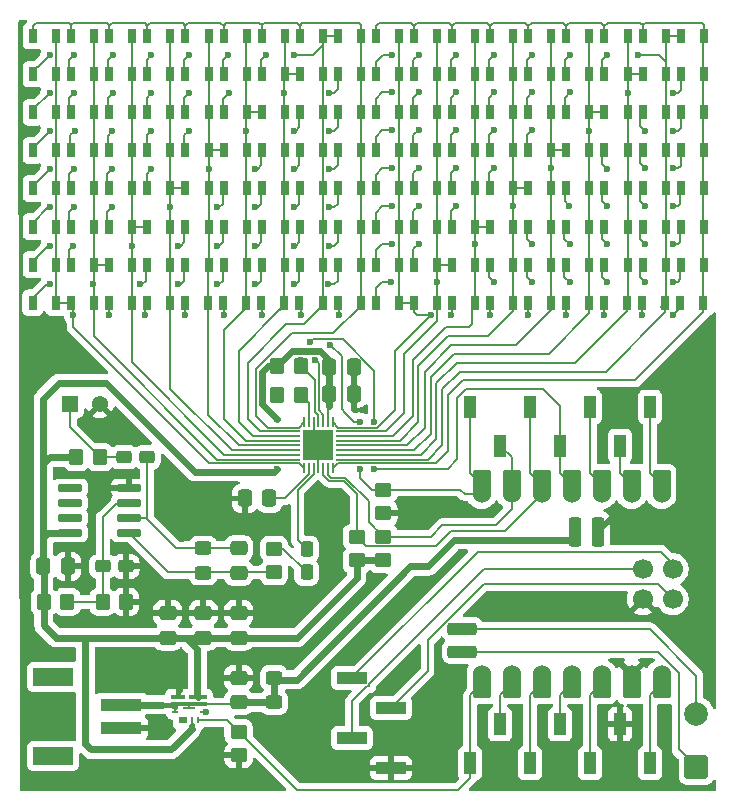
<source format=gtl>
G04 #@! TF.GenerationSoftware,KiCad,Pcbnew,9.0.3*
G04 #@! TF.CreationDate,2025-09-22T20:46:44+01:00*
G04 #@! TF.ProjectId,led_matrix,6c65645f-6d61-4747-9269-782e6b696361,rev?*
G04 #@! TF.SameCoordinates,Original*
G04 #@! TF.FileFunction,Copper,L1,Top*
G04 #@! TF.FilePolarity,Positive*
%FSLAX46Y46*%
G04 Gerber Fmt 4.6, Leading zero omitted, Abs format (unit mm)*
G04 Created by KiCad (PCBNEW 9.0.3) date 2025-09-22 20:46:44*
%MOMM*%
%LPD*%
G01*
G04 APERTURE LIST*
G04 Aperture macros list*
%AMRoundRect*
0 Rectangle with rounded corners*
0 $1 Rounding radius*
0 $2 $3 $4 $5 $6 $7 $8 $9 X,Y pos of 4 corners*
0 Add a 4 corners polygon primitive as box body*
4,1,4,$2,$3,$4,$5,$6,$7,$8,$9,$2,$3,0*
0 Add four circle primitives for the rounded corners*
1,1,$1+$1,$2,$3*
1,1,$1+$1,$4,$5*
1,1,$1+$1,$6,$7*
1,1,$1+$1,$8,$9*
0 Add four rect primitives between the rounded corners*
20,1,$1+$1,$2,$3,$4,$5,0*
20,1,$1+$1,$4,$5,$6,$7,0*
20,1,$1+$1,$6,$7,$8,$9,0*
20,1,$1+$1,$8,$9,$2,$3,0*%
G04 Aperture macros list end*
G04 #@! TA.AperFunction,SMDPad,CuDef*
%ADD10R,0.762000X1.244600*%
G04 #@! TD*
G04 #@! TA.AperFunction,SMDPad,CuDef*
%ADD11RoundRect,0.250000X-0.450000X0.350000X-0.450000X-0.350000X0.450000X-0.350000X0.450000X0.350000X0*%
G04 #@! TD*
G04 #@! TA.AperFunction,SMDPad,CuDef*
%ADD12RoundRect,0.250000X-0.337500X-0.475000X0.337500X-0.475000X0.337500X0.475000X-0.337500X0.475000X0*%
G04 #@! TD*
G04 #@! TA.AperFunction,SMDPad,CuDef*
%ADD13RoundRect,0.250000X0.450000X-0.350000X0.450000X0.350000X-0.450000X0.350000X-0.450000X-0.350000X0*%
G04 #@! TD*
G04 #@! TA.AperFunction,SMDPad,CuDef*
%ADD14RoundRect,0.250000X-0.450000X0.325000X-0.450000X-0.325000X0.450000X-0.325000X0.450000X0.325000X0*%
G04 #@! TD*
G04 #@! TA.AperFunction,SMDPad,CuDef*
%ADD15RoundRect,0.250000X-0.475000X0.337500X-0.475000X-0.337500X0.475000X-0.337500X0.475000X0.337500X0*%
G04 #@! TD*
G04 #@! TA.AperFunction,SMDPad,CuDef*
%ADD16R,2.510000X1.000000*%
G04 #@! TD*
G04 #@! TA.AperFunction,SMDPad,CuDef*
%ADD17RoundRect,0.250000X-0.350000X-0.450000X0.350000X-0.450000X0.350000X0.450000X-0.350000X0.450000X0*%
G04 #@! TD*
G04 #@! TA.AperFunction,SMDPad,CuDef*
%ADD18R,1.000000X1.900000*%
G04 #@! TD*
G04 #@! TA.AperFunction,SMDPad,CuDef*
%ADD19RoundRect,0.250000X0.475000X-0.337500X0.475000X0.337500X-0.475000X0.337500X-0.475000X-0.337500X0*%
G04 #@! TD*
G04 #@! TA.AperFunction,SMDPad,CuDef*
%ADD20RoundRect,0.075000X0.910000X0.225000X-0.910000X0.225000X-0.910000X-0.225000X0.910000X-0.225000X0*%
G04 #@! TD*
G04 #@! TA.AperFunction,SMDPad,CuDef*
%ADD21RoundRect,0.250000X0.350000X0.450000X-0.350000X0.450000X-0.350000X-0.450000X0.350000X-0.450000X0*%
G04 #@! TD*
G04 #@! TA.AperFunction,SMDPad,CuDef*
%ADD22RoundRect,0.250000X0.337500X0.475000X-0.337500X0.475000X-0.337500X-0.475000X0.337500X-0.475000X0*%
G04 #@! TD*
G04 #@! TA.AperFunction,SMDPad,CuDef*
%ADD23R,0.200000X0.850000*%
G04 #@! TD*
G04 #@! TA.AperFunction,SMDPad,CuDef*
%ADD24R,0.850000X0.200000*%
G04 #@! TD*
G04 #@! TA.AperFunction,SMDPad,CuDef*
%ADD25R,2.500000X2.500000*%
G04 #@! TD*
G04 #@! TA.AperFunction,ComponentPad*
%ADD26RoundRect,0.250000X0.750000X-0.750000X0.750000X0.750000X-0.750000X0.750000X-0.750000X-0.750000X0*%
G04 #@! TD*
G04 #@! TA.AperFunction,ComponentPad*
%ADD27C,2.000000*%
G04 #@! TD*
G04 #@! TA.AperFunction,SMDPad,CuDef*
%ADD28RoundRect,0.250000X0.407500X0.295000X-0.407500X0.295000X-0.407500X-0.295000X0.407500X-0.295000X0*%
G04 #@! TD*
G04 #@! TA.AperFunction,SMDPad,CuDef*
%ADD29RoundRect,0.250000X0.295000X-0.407500X0.295000X0.407500X-0.295000X0.407500X-0.295000X-0.407500X0*%
G04 #@! TD*
G04 #@! TA.AperFunction,SMDPad,CuDef*
%ADD30RoundRect,0.152400X0.609600X-1.063600X0.609600X1.063600X-0.609600X1.063600X-0.609600X-1.063600X0*%
G04 #@! TD*
G04 #@! TA.AperFunction,ComponentPad*
%ADD31C,1.524000*%
G04 #@! TD*
G04 #@! TA.AperFunction,SMDPad,CuDef*
%ADD32RoundRect,0.152400X-0.609600X1.063600X-0.609600X-1.063600X0.609600X-1.063600X0.609600X1.063600X0*%
G04 #@! TD*
G04 #@! TA.AperFunction,ComponentPad*
%ADD33RoundRect,0.275000X0.275000X-0.975000X0.275000X0.975000X-0.275000X0.975000X-0.275000X-0.975000X0*%
G04 #@! TD*
G04 #@! TA.AperFunction,ComponentPad*
%ADD34RoundRect,0.275000X0.975000X0.275000X-0.975000X0.275000X-0.975000X-0.275000X0.975000X-0.275000X0*%
G04 #@! TD*
G04 #@! TA.AperFunction,ComponentPad*
%ADD35C,1.700000*%
G04 #@! TD*
G04 #@! TA.AperFunction,SMDPad,CuDef*
%ADD36RoundRect,0.250000X-0.407500X-0.295000X0.407500X-0.295000X0.407500X0.295000X-0.407500X0.295000X0*%
G04 #@! TD*
G04 #@! TA.AperFunction,SMDPad,CuDef*
%ADD37R,1.240000X0.440000*%
G04 #@! TD*
G04 #@! TA.AperFunction,SMDPad,CuDef*
%ADD38R,1.116164X0.160418*%
G04 #@! TD*
G04 #@! TA.AperFunction,SMDPad,CuDef*
%ADD39R,3.040000X0.440000*%
G04 #@! TD*
G04 #@! TA.AperFunction,SMDPad,CuDef*
%ADD40R,0.600000X0.250000*%
G04 #@! TD*
G04 #@! TA.AperFunction,SMDPad,CuDef*
%ADD41R,0.250000X0.600000*%
G04 #@! TD*
G04 #@! TA.AperFunction,SMDPad,CuDef*
%ADD42R,1.590000X0.440000*%
G04 #@! TD*
G04 #@! TA.AperFunction,SMDPad,CuDef*
%ADD43R,3.500000X1.000000*%
G04 #@! TD*
G04 #@! TA.AperFunction,SMDPad,CuDef*
%ADD44R,3.400000X1.500000*%
G04 #@! TD*
G04 #@! TA.AperFunction,ComponentPad*
%ADD45R,1.378000X1.378000*%
G04 #@! TD*
G04 #@! TA.AperFunction,ComponentPad*
%ADD46C,1.378000*%
G04 #@! TD*
G04 #@! TA.AperFunction,ViaPad*
%ADD47C,0.600000*%
G04 #@! TD*
G04 #@! TA.AperFunction,Conductor*
%ADD48C,0.150000*%
G04 #@! TD*
G04 #@! TA.AperFunction,Conductor*
%ADD49C,0.600000*%
G04 #@! TD*
G04 #@! TA.AperFunction,Conductor*
%ADD50C,0.127000*%
G04 #@! TD*
G04 #@! TA.AperFunction,Conductor*
%ADD51C,0.200000*%
G04 #@! TD*
G04 #@! TA.AperFunction,Conductor*
%ADD52C,0.400000*%
G04 #@! TD*
G04 APERTURE END LIST*
D10*
X72477900Y-93275000D03*
X70522100Y-93275000D03*
X72477900Y-99725000D03*
X70522100Y-99725000D03*
D11*
X58250000Y-122000000D03*
X58250000Y-124000000D03*
D12*
X29462500Y-128500000D03*
X31537500Y-128500000D03*
D10*
X69252900Y-83600000D03*
X67297100Y-83600000D03*
X59577900Y-106175000D03*
X57622100Y-106175000D03*
X62802900Y-106175000D03*
X60847100Y-106175000D03*
X46677334Y-96501460D03*
X44721534Y-96501460D03*
X40227334Y-83602793D03*
X38271534Y-83602793D03*
X66027900Y-102950000D03*
X64072100Y-102950000D03*
X56352334Y-90051460D03*
X54396534Y-90051460D03*
X40227334Y-93276460D03*
X38271534Y-93276460D03*
D13*
X58250000Y-128000000D03*
X58250000Y-126000000D03*
D10*
X82152900Y-90050000D03*
X80197100Y-90050000D03*
X66027900Y-83600167D03*
X64072100Y-83600167D03*
X30552334Y-96501460D03*
X28596534Y-96501460D03*
X56352334Y-86826460D03*
X54396534Y-86826460D03*
X49905234Y-96501460D03*
X47949434Y-96501460D03*
X72477900Y-96500000D03*
X70522100Y-96500000D03*
D12*
X53675000Y-113875000D03*
X55750000Y-113875000D03*
X53675000Y-111625000D03*
X55750000Y-111625000D03*
D10*
X33774434Y-102951460D03*
X31818634Y-102951460D03*
X75702900Y-102950000D03*
X73747100Y-102950000D03*
X85377900Y-102950000D03*
X83422100Y-102950000D03*
X75690000Y-106175000D03*
X73734200Y-106175000D03*
X62802900Y-102950000D03*
X60847100Y-102950000D03*
X37002334Y-93276460D03*
X35046534Y-93276460D03*
X85377900Y-86825000D03*
X83422100Y-86825000D03*
X43452334Y-96501460D03*
X41496534Y-96501460D03*
D14*
X43000000Y-126975000D03*
X43000000Y-129025000D03*
D15*
X46000000Y-126962500D03*
X46000000Y-129037500D03*
D10*
X72477900Y-86825000D03*
X70522100Y-86825000D03*
X56352334Y-99726460D03*
X54396534Y-99726460D03*
X33777334Y-86826460D03*
X31821534Y-86826460D03*
X78927900Y-96500000D03*
X76972100Y-96500000D03*
X72477900Y-83600000D03*
X70522100Y-83600000D03*
X62802900Y-90050000D03*
X60847100Y-90050000D03*
D16*
X55595000Y-137940000D03*
X58905000Y-140480000D03*
X55595000Y-143020000D03*
X58905000Y-145560000D03*
D10*
X66027900Y-99725000D03*
X64072100Y-99725000D03*
X75702900Y-83600000D03*
X73747100Y-83600000D03*
X36974434Y-106176460D03*
X35018634Y-106176460D03*
X62802900Y-86825000D03*
X60847100Y-86825000D03*
X62802900Y-83599667D03*
X60847100Y-83599667D03*
D11*
X46000000Y-142500000D03*
X46000000Y-144500000D03*
D10*
X40227334Y-96501460D03*
X38271534Y-96501460D03*
X33777334Y-96501460D03*
X31821534Y-96501460D03*
X56352334Y-93276460D03*
X54396534Y-93276460D03*
X43452334Y-83601793D03*
X41496534Y-83601793D03*
X69250000Y-106175000D03*
X67294200Y-106175000D03*
X69252900Y-99725000D03*
X67297100Y-99725000D03*
X59577900Y-86825000D03*
X57622100Y-86825000D03*
X78927900Y-83600000D03*
X76972100Y-83600000D03*
X62802900Y-96500000D03*
X60847100Y-96500000D03*
D17*
X32250000Y-119250000D03*
X34250000Y-119250000D03*
D10*
X69252900Y-96500000D03*
X67297100Y-96500000D03*
X53127334Y-86826460D03*
X51171534Y-86826460D03*
X40224434Y-102951460D03*
X38268634Y-102951460D03*
D17*
X29500000Y-131500000D03*
X31500000Y-131500000D03*
D18*
X80830000Y-115000000D03*
X78290000Y-118300000D03*
X75750000Y-115000000D03*
X73210000Y-118300000D03*
X70670000Y-115000000D03*
X68130000Y-118300000D03*
X65590000Y-115000000D03*
D10*
X49905234Y-90051460D03*
X47949434Y-90051460D03*
D19*
X46000000Y-134537500D03*
X46000000Y-132462500D03*
X46000000Y-140012500D03*
X46000000Y-137937500D03*
X43000000Y-134537500D03*
X43000000Y-132462500D03*
D20*
X36690000Y-125670000D03*
X36690000Y-124400000D03*
X36690000Y-123130000D03*
X36690000Y-121860000D03*
X31750000Y-121860000D03*
X31750000Y-123130000D03*
X31750000Y-124400000D03*
X31750000Y-125670000D03*
D10*
X40199434Y-106176460D03*
X38243634Y-106176460D03*
X30552334Y-83602460D03*
X28596534Y-83602460D03*
X33777334Y-99726460D03*
X31821534Y-99726460D03*
X59577900Y-99725000D03*
X57622100Y-99725000D03*
D21*
X51250000Y-114000000D03*
X49250000Y-114000000D03*
D10*
X33777334Y-83601293D03*
X31821534Y-83601293D03*
X30552334Y-93276460D03*
X28596534Y-93276460D03*
X49905234Y-102951460D03*
X47949434Y-102951460D03*
X43427334Y-106176460D03*
X41471534Y-106176460D03*
X59577900Y-96500000D03*
X57622100Y-96500000D03*
X30552334Y-90051460D03*
X28596534Y-90051460D03*
X37002334Y-83602960D03*
X35046534Y-83602960D03*
X46655234Y-106176460D03*
X44699434Y-106176460D03*
X85377900Y-96500000D03*
X83422100Y-96500000D03*
X43449434Y-102951460D03*
X41493634Y-102951460D03*
X53102334Y-106176460D03*
X51146534Y-106176460D03*
D22*
X48600000Y-122750000D03*
X46525000Y-122750000D03*
D10*
X53127334Y-102951460D03*
X51171534Y-102951460D03*
D23*
X53950000Y-116300000D03*
X53550000Y-116300000D03*
X53150000Y-116300000D03*
X52750000Y-116300000D03*
X52350000Y-116300000D03*
X51950000Y-116300000D03*
X51550000Y-116300000D03*
D24*
X50800000Y-117050000D03*
X50800000Y-117450000D03*
X50800000Y-117850000D03*
X50800000Y-118250000D03*
X50800000Y-118650000D03*
X50800000Y-119050000D03*
X50800000Y-119450000D03*
D23*
X51550000Y-120200000D03*
X51950000Y-120200000D03*
X52350000Y-120200000D03*
X52750000Y-120200000D03*
X53150000Y-120200000D03*
X53550000Y-120200000D03*
X53950000Y-120200000D03*
D24*
X54700000Y-119450000D03*
X54700000Y-119050000D03*
X54700000Y-118650000D03*
X54700000Y-118250000D03*
X54700000Y-117850000D03*
X54700000Y-117450000D03*
X54700000Y-117050000D03*
D25*
X52750000Y-118250000D03*
D10*
X37002334Y-99726460D03*
X35046534Y-99726460D03*
X59577900Y-83599500D03*
X57622100Y-83599500D03*
D17*
X49250000Y-111500000D03*
X51250000Y-111500000D03*
D10*
X78927900Y-93275000D03*
X76972100Y-93275000D03*
X66027900Y-93275000D03*
X64072100Y-93275000D03*
D13*
X56000000Y-128000000D03*
X56000000Y-126000000D03*
D10*
X30552334Y-86826460D03*
X28596534Y-86826460D03*
X66027900Y-90050000D03*
X64072100Y-90050000D03*
X82152900Y-96500000D03*
X80197100Y-96500000D03*
X69252900Y-102950000D03*
X67297100Y-102950000D03*
X82152900Y-102950000D03*
X80197100Y-102950000D03*
X85350000Y-106177400D03*
X83394200Y-106177400D03*
D26*
X84750000Y-145500000D03*
D27*
X84750000Y-141000000D03*
D10*
X46677334Y-99726460D03*
X44721534Y-99726460D03*
X78927900Y-90050000D03*
X76972100Y-90050000D03*
D28*
X38250000Y-119250000D03*
X36295000Y-119250000D03*
D10*
X46677334Y-90051460D03*
X44721534Y-90051460D03*
X85377900Y-90050000D03*
X83422100Y-90050000D03*
D11*
X49000000Y-127000000D03*
X49000000Y-129000000D03*
D10*
X56352334Y-83602127D03*
X54396534Y-83602127D03*
X37002334Y-86826460D03*
X35046534Y-86826460D03*
X37002334Y-90051460D03*
X35046534Y-90051460D03*
X82152900Y-93275000D03*
X80197100Y-93275000D03*
X72470000Y-106175000D03*
X70514200Y-106175000D03*
X59577900Y-90050000D03*
X57622100Y-90050000D03*
X40227334Y-99726460D03*
X38271534Y-99726460D03*
X75702900Y-93275000D03*
X73747100Y-93275000D03*
X82152900Y-99725000D03*
X80197100Y-99725000D03*
D17*
X34477500Y-131500000D03*
X36477500Y-131500000D03*
D10*
X37002334Y-96501460D03*
X35046534Y-96501460D03*
X46677334Y-102951460D03*
X44721534Y-102951460D03*
X53127334Y-83601460D03*
X51171534Y-83601460D03*
X78910000Y-106175000D03*
X76954200Y-106175000D03*
X33777334Y-93276460D03*
X31821534Y-93276460D03*
X33777334Y-90051460D03*
X31821534Y-90051460D03*
X82130000Y-106177400D03*
X80174200Y-106177400D03*
X49902334Y-93276460D03*
X47946534Y-93276460D03*
X53127334Y-96501460D03*
X51171534Y-96501460D03*
X62802900Y-93275000D03*
X60847100Y-93275000D03*
X43452334Y-99726460D03*
X41496534Y-99726460D03*
X46680234Y-93276460D03*
X44724434Y-93276460D03*
X40227334Y-86826460D03*
X38271534Y-86826460D03*
D29*
X51750000Y-129000000D03*
X51750000Y-127045000D03*
D30*
X81804200Y-121545000D03*
D31*
X81804200Y-122380000D03*
D30*
X79264200Y-121545000D03*
D31*
X79264200Y-122380000D03*
D30*
X76724200Y-121545000D03*
D31*
X76724200Y-122380000D03*
D30*
X74184200Y-121545000D03*
D31*
X74184200Y-122380000D03*
D30*
X71644200Y-121545000D03*
D31*
X71644200Y-122380000D03*
D30*
X69104200Y-121545000D03*
D31*
X69104200Y-122380000D03*
D30*
X66564200Y-121545000D03*
D31*
X66564200Y-122380000D03*
X66564200Y-137620000D03*
D32*
X66564200Y-138455000D03*
D31*
X69104200Y-137620000D03*
D32*
X69104200Y-138455000D03*
D31*
X71644200Y-137620000D03*
D32*
X71644200Y-138455000D03*
D31*
X74184200Y-137620000D03*
D32*
X74184200Y-138455000D03*
D31*
X76724200Y-137620000D03*
D32*
X76724200Y-138455000D03*
D31*
X79264200Y-137620000D03*
D32*
X79264200Y-138455000D03*
D31*
X81804200Y-137620000D03*
D32*
X81804200Y-138455000D03*
D33*
X74501700Y-125555000D03*
X76406700Y-125555000D03*
D34*
X64951300Y-133810000D03*
X64951300Y-135715000D03*
D35*
X82756700Y-128730000D03*
X82756700Y-131270000D03*
X80216700Y-128730000D03*
X80216700Y-131270000D03*
D14*
X49000000Y-137950000D03*
X49000000Y-140000000D03*
D10*
X56352334Y-102951460D03*
X54396534Y-102951460D03*
X66027900Y-86825000D03*
X64072100Y-86825000D03*
X33749434Y-106176460D03*
X31793634Y-106176460D03*
X78927900Y-102950000D03*
X76972100Y-102950000D03*
X46677334Y-86826460D03*
X44721534Y-86826460D03*
X49905234Y-99726460D03*
X47949434Y-99726460D03*
X66027900Y-96500000D03*
X64072100Y-96500000D03*
X69252900Y-86825000D03*
X67297100Y-86825000D03*
X75702900Y-96500000D03*
X73747100Y-96500000D03*
X78927900Y-86825000D03*
X76972100Y-86825000D03*
D18*
X65590000Y-145150000D03*
X68130000Y-141850000D03*
X70670000Y-145150000D03*
X73210000Y-141850000D03*
X75750000Y-145150000D03*
X78290000Y-141850000D03*
X80830000Y-145150000D03*
D36*
X34500000Y-128500000D03*
X36455000Y-128500000D03*
D10*
X59577900Y-93275000D03*
X57622100Y-93275000D03*
X82152900Y-83600000D03*
X80197100Y-83600000D03*
X43452334Y-90051460D03*
X41496534Y-90051460D03*
X43452334Y-86826460D03*
X41496534Y-86826460D03*
X43452334Y-93276460D03*
X41496534Y-93276460D03*
X30552334Y-99726460D03*
X28596534Y-99726460D03*
X53127334Y-99726460D03*
X51171534Y-99726460D03*
X75702900Y-90050000D03*
X73747100Y-90050000D03*
X69252900Y-93275000D03*
X67297100Y-93275000D03*
X85377900Y-99725000D03*
X83422100Y-99725000D03*
X49902334Y-83601960D03*
X47946534Y-83601960D03*
X56327334Y-106176460D03*
X54371534Y-106176460D03*
X40227334Y-90051460D03*
X38271534Y-90051460D03*
X53127334Y-93276460D03*
X51171534Y-93276460D03*
X49905234Y-86826460D03*
X47949434Y-86826460D03*
X72477900Y-90050000D03*
X70522100Y-90050000D03*
X78927900Y-99725000D03*
X76972100Y-99725000D03*
X75702900Y-99725000D03*
X73747100Y-99725000D03*
X53127334Y-90051460D03*
X51171534Y-90051460D03*
D37*
X40893708Y-139580000D03*
D38*
X41793126Y-140470209D03*
D39*
X41793708Y-140180000D03*
D40*
X40643708Y-140825000D03*
D41*
X41043708Y-141500000D03*
X41543708Y-141500000D03*
X42043708Y-141500000D03*
X42543708Y-141500000D03*
D40*
X42943708Y-140825000D03*
D42*
X42518708Y-139580000D03*
D43*
X36043708Y-140200000D03*
X36043708Y-142200000D03*
D44*
X30293708Y-137850000D03*
X30293708Y-144550000D03*
D10*
X75702900Y-86825000D03*
X73747100Y-86825000D03*
X69252900Y-90050000D03*
X67297100Y-90050000D03*
X46677334Y-83602627D03*
X44721534Y-83602627D03*
X36999434Y-102951460D03*
X35043634Y-102951460D03*
X56352334Y-96501460D03*
X54396534Y-96501460D03*
X49877334Y-106176460D03*
X47921534Y-106176460D03*
X30524434Y-106176460D03*
X28568634Y-106176460D03*
X85377900Y-83600000D03*
X83422100Y-83600000D03*
X30549434Y-102951460D03*
X28593634Y-102951460D03*
X82152900Y-86825000D03*
X80197100Y-86825000D03*
X62802900Y-99725000D03*
X60847100Y-99725000D03*
D45*
X31710000Y-114750000D03*
D46*
X34250000Y-114750000D03*
D10*
X66030000Y-106175000D03*
X64074200Y-106175000D03*
X85377900Y-93275000D03*
X83422100Y-93275000D03*
X72477900Y-102950000D03*
X70522100Y-102950000D03*
D19*
X40000000Y-134537500D03*
X40000000Y-132462500D03*
D10*
X59577900Y-102950000D03*
X57622100Y-102950000D03*
D47*
X59750000Y-131750000D03*
X67627900Y-85175000D03*
X64427900Y-85175000D03*
X59000000Y-85200000D03*
X70827900Y-85175000D03*
X79800000Y-85200000D03*
X74027900Y-85175000D03*
X77227900Y-85175000D03*
X61227900Y-85175000D03*
X73734200Y-107250000D03*
X76954200Y-107250000D03*
X82750000Y-107250000D03*
X80174200Y-107250000D03*
X70514200Y-107250000D03*
X62250000Y-107250000D03*
X67294200Y-107250000D03*
X64000000Y-107250000D03*
X67627900Y-88375000D03*
X64427900Y-88375000D03*
X82800000Y-88400000D03*
X74027900Y-88375000D03*
X61227900Y-88375000D03*
X78927900Y-88419500D03*
X70827900Y-88375000D03*
X58977900Y-88375000D03*
X67627900Y-91575000D03*
X70827900Y-91575000D03*
X75702900Y-91647400D03*
X61227900Y-91575000D03*
X82800000Y-91600000D03*
X58977900Y-91575000D03*
X64427900Y-91575000D03*
X80400000Y-91600000D03*
X61227900Y-94775000D03*
X80400000Y-94800000D03*
X82800000Y-94800000D03*
X58977900Y-94775000D03*
X64427900Y-94775000D03*
X72477900Y-94775000D03*
X67627900Y-94775000D03*
X77227900Y-94825000D03*
X77200000Y-98000000D03*
X69252900Y-97984318D03*
X64427900Y-97975000D03*
X61227900Y-97975000D03*
X74000000Y-98000000D03*
X82800000Y-98000000D03*
X80400000Y-98000000D03*
X58977900Y-97975000D03*
X70813950Y-101213950D03*
X66027900Y-101238097D03*
X82800000Y-101200000D03*
X74013950Y-101213950D03*
X58977900Y-101175000D03*
X77200000Y-101200000D03*
X80400000Y-101200000D03*
X61227900Y-101175000D03*
X74013950Y-104413950D03*
X77200000Y-104400000D03*
X58915250Y-104437650D03*
X67613950Y-104413950D03*
X80400000Y-104400000D03*
X82800000Y-104400000D03*
X62802900Y-104401460D03*
X70807705Y-104407705D03*
X32077334Y-85226460D03*
X38599434Y-85201460D03*
X45077334Y-85226460D03*
X30000000Y-85201460D03*
X41827334Y-85226460D03*
X35327334Y-85226460D03*
X50649434Y-85201460D03*
X48327334Y-85226460D03*
X41799434Y-88401460D03*
X38599434Y-88401460D03*
X32077334Y-88401460D03*
X45152334Y-88401460D03*
X53629334Y-88401460D03*
X35327334Y-88401460D03*
X30000000Y-88401460D03*
X49877334Y-88401460D03*
X53629334Y-91601460D03*
X50649434Y-91601460D03*
X38599434Y-91601460D03*
X35299434Y-91651460D03*
X41799434Y-91601460D03*
X30000000Y-91601460D03*
X32149434Y-91601460D03*
X46649434Y-91601460D03*
X32049434Y-94851460D03*
X43499434Y-94851460D03*
X50649434Y-94851460D03*
X38599434Y-94851460D03*
X53629334Y-94851460D03*
X47399434Y-94851460D03*
X35249434Y-94851460D03*
X30000000Y-94851460D03*
X35249434Y-98101460D03*
X32049434Y-98101460D03*
X30000000Y-98101460D03*
X44149434Y-98101460D03*
X53629334Y-98101460D03*
X40199434Y-98101460D03*
X50649434Y-98101460D03*
X47399434Y-98101460D03*
X31999434Y-101351460D03*
X44149434Y-101351460D03*
X47399434Y-101351460D03*
X30000000Y-101351460D03*
X50649434Y-101351460D03*
X36999434Y-101351460D03*
X53629334Y-101351460D03*
X40899434Y-101351460D03*
X38065222Y-107250000D03*
X54500000Y-107250000D03*
X48000000Y-107250000D03*
X44750000Y-107250000D03*
X41471534Y-107250000D03*
X32000000Y-107250000D03*
X51250000Y-107250000D03*
X35000000Y-107250000D03*
X50649434Y-104601460D03*
X33699434Y-104601460D03*
X30000000Y-104601460D03*
X40899434Y-104601460D03*
X44149434Y-104601460D03*
X47399434Y-104601460D03*
X53604334Y-104601460D03*
X37649434Y-104601460D03*
X85735100Y-114003904D03*
X62000000Y-139000000D03*
X44000000Y-147000000D03*
X46000000Y-138000000D03*
X45000000Y-122000000D03*
X35000000Y-136000000D03*
X28000000Y-136000000D03*
X51000000Y-140000000D03*
X28500000Y-98000000D03*
X34000000Y-147000000D03*
X85735100Y-122003904D03*
X61000000Y-125000000D03*
X54000000Y-140000000D03*
X74000000Y-147000000D03*
X34000000Y-117000000D03*
X78250000Y-114500000D03*
X38000000Y-133000000D03*
X56250000Y-135000000D03*
X79000000Y-147000000D03*
X85735100Y-118003904D03*
X78300000Y-141950000D03*
X63000000Y-123000000D03*
X68000000Y-147000000D03*
X85735100Y-110003904D03*
X35000000Y-138000000D03*
X36500000Y-128550000D03*
X36000000Y-117000000D03*
X51000000Y-146000000D03*
X49250000Y-114000000D03*
X31550000Y-128500000D03*
X40000000Y-124000000D03*
X54000000Y-123000000D03*
X53550000Y-119100000D03*
X58950000Y-145650000D03*
X28500000Y-94750000D03*
X78000000Y-132000000D03*
X28000000Y-125000000D03*
X41000000Y-139000000D03*
X73000000Y-132000000D03*
X42950000Y-132550000D03*
X38000000Y-129000000D03*
X56500000Y-115250000D03*
X39000000Y-138000000D03*
X85735100Y-126003904D03*
X54000000Y-127000000D03*
X68000000Y-132000000D03*
X28500000Y-85000000D03*
X39000000Y-142000000D03*
X58350000Y-124050000D03*
X55000000Y-146000000D03*
X45000000Y-124000000D03*
X33000000Y-130000000D03*
X43200000Y-140850000D03*
X39000000Y-147000000D03*
X51850000Y-119100000D03*
X46000000Y-131000000D03*
X43000000Y-131000000D03*
X36500000Y-131550000D03*
X40000000Y-131000000D03*
X49000000Y-147000000D03*
X28500000Y-101250000D03*
X28000000Y-112000000D03*
X29000000Y-147000000D03*
X49250000Y-136000000D03*
X28000000Y-127000000D03*
X46000000Y-132500000D03*
X39000000Y-136000000D03*
X55750000Y-111625000D03*
X53550000Y-117500000D03*
X82000000Y-126000000D03*
X28500000Y-104500000D03*
X41300000Y-141500000D03*
X46512500Y-122750000D03*
X36700000Y-121850000D03*
X28500000Y-91500000D03*
X85735100Y-134003904D03*
X33000000Y-127000000D03*
X28000000Y-117000000D03*
X79000000Y-126000000D03*
X55750000Y-114000000D03*
X28000000Y-131000000D03*
X85735100Y-130003904D03*
X40000000Y-132500000D03*
X48775453Y-143000000D03*
X28000000Y-121000000D03*
X36050000Y-142250000D03*
X51900000Y-117450000D03*
X28500000Y-88250000D03*
X62000000Y-145000000D03*
X40000000Y-122000000D03*
X46000000Y-144600000D03*
X49250000Y-116000000D03*
X49250000Y-120252000D03*
X57500000Y-120255000D03*
X52000000Y-109500000D03*
X57500000Y-116248000D03*
X51250000Y-111000000D03*
X52500000Y-111000000D03*
X53750000Y-109750000D03*
X56250000Y-120255000D03*
X56250000Y-116248000D03*
X59250000Y-138250000D03*
D48*
X50924000Y-147424000D02*
X46000000Y-142500000D01*
X64576000Y-147424000D02*
X50924000Y-147424000D01*
X65590000Y-145150000D02*
X65590000Y-146410000D01*
X65590000Y-146410000D02*
X64576000Y-147424000D01*
D49*
X64245000Y-126255000D02*
X74501700Y-126255000D01*
X62000000Y-128500000D02*
X64245000Y-126255000D01*
X60529548Y-128500000D02*
X62000000Y-128500000D01*
X50920132Y-138109416D02*
X60529548Y-128500000D01*
D48*
X82756700Y-128256700D02*
X82756700Y-128730000D01*
X81750000Y-127250000D02*
X82756700Y-128256700D01*
X66250000Y-127250000D02*
X81750000Y-127250000D01*
X55595000Y-137905000D02*
X66250000Y-127250000D01*
X55595000Y-137940000D02*
X55595000Y-137905000D01*
X56857000Y-138643000D02*
X55595000Y-139905000D01*
X57053000Y-138643000D02*
X56857000Y-138643000D01*
X57053000Y-138447000D02*
X57053000Y-138643000D01*
X66770000Y-128730000D02*
X57053000Y-138447000D01*
X55595000Y-139905000D02*
X55595000Y-143020000D01*
X80216700Y-128730000D02*
X66770000Y-128730000D01*
X66750000Y-130000000D02*
X81486700Y-130000000D01*
X81486700Y-130000000D02*
X82756700Y-131270000D01*
X62000000Y-134750000D02*
X66750000Y-130000000D01*
X62000000Y-137385000D02*
X62000000Y-134750000D01*
X58905000Y-140480000D02*
X62000000Y-137385000D01*
X57900000Y-82497400D02*
X60624000Y-82497400D01*
X76972100Y-82769500D02*
X77244200Y-82497400D01*
X73747100Y-82744500D02*
X73747100Y-83600000D01*
X85377900Y-83600000D02*
X85350000Y-83627900D01*
X67297100Y-82744500D02*
X67544200Y-82497400D01*
X64072100Y-83600167D02*
X64072100Y-82825300D01*
X85216372Y-82497400D02*
X85377900Y-82658928D01*
X60847100Y-82750300D02*
X61100000Y-82497400D01*
X76700000Y-82497400D02*
X76972100Y-82769500D01*
X77244200Y-82497400D02*
X80000000Y-82497400D01*
X67544200Y-82497400D02*
X70244200Y-82497400D01*
X63844200Y-82497400D02*
X64072100Y-82725300D01*
X64300000Y-82497400D02*
X67050000Y-82497400D01*
X70800000Y-82497400D02*
X73500000Y-82497400D01*
X70522100Y-83600000D02*
X70522100Y-82775300D01*
X73747100Y-82744500D02*
X73994200Y-82497400D01*
X57622100Y-82775300D02*
X57900000Y-82497400D01*
X70450000Y-83527900D02*
X70522100Y-83600000D01*
X70522100Y-82775300D02*
X70800000Y-82497400D01*
X80197100Y-82700300D02*
X80197100Y-83600000D01*
X57622100Y-83599500D02*
X57622100Y-82775300D01*
X80400000Y-82497400D02*
X85216372Y-82497400D01*
X85377900Y-82658928D02*
X85377900Y-83600000D01*
X85350000Y-83627900D02*
X85350000Y-106177400D01*
X73500000Y-82497400D02*
X73747100Y-82744500D01*
X60847100Y-82720500D02*
X60847100Y-83599667D01*
X76972100Y-82769500D02*
X76972100Y-83600000D01*
X64072100Y-82725300D02*
X64300000Y-82497400D01*
X80200000Y-82697400D02*
X80197100Y-82700300D01*
X80000000Y-82497400D02*
X80200000Y-82697400D01*
X60624000Y-82497400D02*
X60847100Y-82720500D01*
X80197100Y-82700300D02*
X80400000Y-82497400D01*
X61100000Y-82497400D02*
X63844200Y-82497400D01*
X60847100Y-83599667D02*
X60847100Y-82750300D01*
X67297100Y-82744500D02*
X67297100Y-83600000D01*
X67050000Y-82497400D02*
X67297100Y-82744500D01*
X73994200Y-82497400D02*
X76700000Y-82497400D01*
X70244200Y-82497400D02*
X70522100Y-82775300D01*
X64072100Y-82825300D02*
X64072100Y-82725300D01*
X83422100Y-83600000D02*
X82152900Y-83600000D01*
X67627900Y-85175000D02*
X67200000Y-85602900D01*
X74027900Y-85175000D02*
X73600000Y-85602900D01*
X63250000Y-113500000D02*
X64750000Y-112000000D01*
X82152900Y-106175000D02*
X82152900Y-83600000D01*
X60800000Y-85602900D02*
X60800000Y-86800000D01*
X81600000Y-85200000D02*
X82152900Y-85752900D01*
X67200000Y-85602900D02*
X67200000Y-86800000D01*
X57622100Y-85777900D02*
X57622100Y-86825000D01*
X61227900Y-85175000D02*
X60800000Y-85602900D01*
X73600000Y-85602900D02*
X73600000Y-86800000D01*
X70827900Y-85175000D02*
X70400000Y-85602900D01*
X82130000Y-106948770D02*
X82130000Y-106177400D01*
X58200000Y-85200000D02*
X57622100Y-85777900D01*
X64750000Y-112000000D02*
X77078770Y-112000000D01*
X62050000Y-119450000D02*
X63250000Y-118250000D01*
X54700000Y-119450000D02*
X62050000Y-119450000D01*
X77227900Y-85175000D02*
X76800000Y-85602900D01*
X64427900Y-85175000D02*
X64000000Y-85602900D01*
X77078770Y-112000000D02*
X82130000Y-106948770D01*
X79800000Y-85200000D02*
X81600000Y-85200000D01*
X59000000Y-85200000D02*
X58200000Y-85200000D01*
X64000000Y-85602900D02*
X64000000Y-86800000D01*
X76800000Y-85602900D02*
X76800000Y-86800000D01*
X63250000Y-118250000D02*
X63250000Y-113500000D01*
X81774200Y-106533200D02*
X82130000Y-106177400D01*
X70400000Y-85602900D02*
X70400000Y-86800000D01*
X59577900Y-106175000D02*
X59577900Y-102950000D01*
X67294200Y-107250000D02*
X67294200Y-106175000D01*
X55328000Y-116747000D02*
X54397000Y-116747000D01*
X64000000Y-107250000D02*
X64074200Y-107175800D01*
X73734200Y-107250000D02*
X73734200Y-106175000D01*
X55328000Y-116750000D02*
X55328000Y-116747000D01*
X80174200Y-107250000D02*
X80174200Y-106177400D01*
X70514200Y-107250000D02*
X70514200Y-106175000D01*
X60847100Y-107000000D02*
X60847100Y-106669500D01*
X62250000Y-107250000D02*
X59250000Y-110250000D01*
X61097100Y-107250000D02*
X60847100Y-107000000D01*
X59577900Y-83599500D02*
X59577900Y-102950000D01*
X54397000Y-116747000D02*
X53950000Y-116300000D01*
X57750000Y-116750000D02*
X55328000Y-116750000D01*
X76954200Y-107250000D02*
X76954200Y-106175000D01*
X64074200Y-107175800D02*
X64074200Y-106175000D01*
X60847100Y-106175000D02*
X59577900Y-106175000D01*
X82750000Y-107250000D02*
X83394200Y-106605800D01*
X62250000Y-107250000D02*
X61097100Y-107250000D01*
X83394200Y-106605800D02*
X83394200Y-106177400D01*
X59250000Y-115250000D02*
X57750000Y-116750000D01*
X59250000Y-110250000D02*
X59250000Y-115250000D01*
X58177900Y-88375000D02*
X57600000Y-88952900D01*
X54700000Y-119050000D02*
X61450000Y-119050000D01*
X64000000Y-88802900D02*
X64000000Y-90000000D01*
X73600000Y-88802900D02*
X73600000Y-90000000D01*
X78910000Y-106840000D02*
X78910000Y-106175000D01*
X82800000Y-88400000D02*
X83200000Y-88400000D01*
X67200000Y-88802900D02*
X67200000Y-90000000D01*
X62750000Y-113000000D02*
X64500000Y-111250000D01*
X64500000Y-111250000D02*
X74500000Y-111250000D01*
X67627900Y-88375000D02*
X67200000Y-88802900D01*
X61227900Y-88375000D02*
X60800000Y-88802900D01*
X62750000Y-117750000D02*
X62750000Y-113000000D01*
X78927900Y-106175000D02*
X78927900Y-83600000D01*
X70400000Y-88802900D02*
X70400000Y-90000000D01*
X83200000Y-88400000D02*
X83422100Y-88177900D01*
X60800000Y-88802900D02*
X60800000Y-90000000D01*
X74027900Y-88375000D02*
X73600000Y-88802900D01*
X74500000Y-111250000D02*
X78910000Y-106840000D01*
X58977900Y-88375000D02*
X58177900Y-88375000D01*
X61450000Y-119050000D02*
X62750000Y-117750000D01*
X64427900Y-88375000D02*
X64000000Y-88802900D01*
D50*
X80197100Y-86825000D02*
X78927900Y-86825000D01*
D48*
X70827900Y-88375000D02*
X70400000Y-88802900D01*
X83422100Y-88177900D02*
X83422100Y-86825000D01*
X57600000Y-88952900D02*
X57600000Y-90000000D01*
X57600000Y-92152900D02*
X57600000Y-93200000D01*
X64427900Y-91575000D02*
X64000000Y-92002900D01*
X80400000Y-91600000D02*
X79972100Y-91172100D01*
X83200000Y-91600000D02*
X83422100Y-91377900D01*
X60800000Y-92002900D02*
X60800000Y-93200000D01*
X75702900Y-83600000D02*
X75702900Y-106175000D01*
X82800000Y-91600000D02*
X83200000Y-91600000D01*
X70827900Y-91575000D02*
X70400000Y-92002900D01*
X75690000Y-107060000D02*
X75690000Y-106175000D01*
X54700000Y-118650000D02*
X60850000Y-118650000D01*
X64250000Y-110500000D02*
X72250000Y-110500000D01*
X62250000Y-117250000D02*
X62250000Y-112500000D01*
X83422100Y-91377900D02*
X83422100Y-90050000D01*
X64000000Y-92002900D02*
X64000000Y-93200000D01*
X62250000Y-112500000D02*
X64250000Y-110500000D01*
X60850000Y-118650000D02*
X62250000Y-117250000D01*
X67200000Y-92002900D02*
X67200000Y-93200000D01*
X58977900Y-91575000D02*
X58177900Y-91575000D01*
X58177900Y-91575000D02*
X57600000Y-92152900D01*
X72250000Y-110500000D02*
X75690000Y-107060000D01*
X67627900Y-91575000D02*
X67200000Y-92002900D01*
X79972100Y-91172100D02*
X79972100Y-89975000D01*
X61227900Y-91575000D02*
X60800000Y-92002900D01*
X70400000Y-92002900D02*
X70400000Y-93200000D01*
D50*
X76972100Y-90050000D02*
X75702900Y-90050000D01*
D48*
X83422100Y-94577900D02*
X83422100Y-93275000D01*
X67200000Y-95202900D02*
X67200000Y-96400000D01*
X69500000Y-109750000D02*
X72470000Y-106780000D01*
X82800000Y-94800000D02*
X83200000Y-94800000D01*
X64000000Y-109750000D02*
X69500000Y-109750000D01*
X79972100Y-94372100D02*
X79972100Y-93175000D01*
X60250000Y-118250000D02*
X61750000Y-116750000D01*
X72477900Y-83600000D02*
X72477900Y-106175000D01*
X58177900Y-94775000D02*
X57600000Y-95352900D01*
X61750000Y-116750000D02*
X61750000Y-112000000D01*
X67627900Y-94775000D02*
X67200000Y-95202900D01*
X54700000Y-118250000D02*
X60250000Y-118250000D01*
D50*
X73747100Y-93275000D02*
X72477900Y-93275000D01*
D48*
X76800000Y-94397100D02*
X76800000Y-93200000D01*
X61227900Y-94775000D02*
X60800000Y-95202900D01*
X58977900Y-94775000D02*
X58177900Y-94775000D01*
X57600000Y-95352900D02*
X57600000Y-96400000D01*
X64000000Y-95202900D02*
X64000000Y-96400000D01*
X80400000Y-94800000D02*
X79972100Y-94372100D01*
X61750000Y-112000000D02*
X64000000Y-109750000D01*
X72470000Y-106780000D02*
X72470000Y-106175000D01*
X83200000Y-94800000D02*
X83422100Y-94577900D01*
X64427900Y-94775000D02*
X64000000Y-95202900D01*
X60800000Y-95202900D02*
X60800000Y-96400000D01*
X77227900Y-94825000D02*
X76800000Y-94397100D01*
X61222000Y-116278000D02*
X61222000Y-111528000D01*
X69250000Y-106875000D02*
X69250000Y-106175000D01*
D51*
X69252900Y-106416300D02*
X69252900Y-106175000D01*
D48*
X69252900Y-83947100D02*
X69252900Y-97984318D01*
X80400000Y-98000000D02*
X79972100Y-97572100D01*
X64000000Y-98402900D02*
X64000000Y-99600000D01*
X83400000Y-96522100D02*
X83422100Y-96500000D01*
X63750000Y-109000000D02*
X67125000Y-109000000D01*
X58977900Y-97975000D02*
X58177900Y-97975000D01*
D50*
X70522100Y-96500000D02*
X69252900Y-96500000D01*
D48*
X64427900Y-97975000D02*
X64000000Y-98402900D01*
X60800000Y-98402900D02*
X60800000Y-99600000D01*
X82800000Y-98000000D02*
X83200000Y-98000000D01*
X83400000Y-97800000D02*
X83400000Y-96522100D01*
X59650000Y-117850000D02*
X61222000Y-116278000D01*
X57600000Y-98552900D02*
X57600000Y-99600000D01*
X61222000Y-111528000D02*
X63750000Y-109000000D01*
X61227900Y-97975000D02*
X60800000Y-98402900D01*
X54700000Y-117850000D02*
X59650000Y-117850000D01*
X69252900Y-97984318D02*
X69252900Y-106175000D01*
X79972100Y-97572100D02*
X79972100Y-96375000D01*
X73600000Y-96647100D02*
X73600000Y-97600000D01*
X73600000Y-97600000D02*
X74000000Y-98000000D01*
X77200000Y-98000000D02*
X76800000Y-97600000D01*
X76800000Y-97600000D02*
X76800000Y-96672100D01*
X58177900Y-97975000D02*
X57600000Y-98552900D01*
X83200000Y-98000000D02*
X83400000Y-97800000D01*
X67125000Y-109000000D02*
X69250000Y-106875000D01*
D50*
X66027900Y-99725000D02*
X67297100Y-99725000D01*
D48*
X60750000Y-111000000D02*
X63528000Y-108222000D01*
X70386050Y-100786050D02*
X70386050Y-99588950D01*
X77200000Y-101200000D02*
X76800000Y-100800000D01*
X54700000Y-117450000D02*
X59050000Y-117450000D01*
X58177900Y-101175000D02*
X57600000Y-101752900D01*
X80400000Y-101200000D02*
X79972100Y-100772100D01*
X57600000Y-101752900D02*
X57600000Y-102800000D01*
X60800000Y-101602900D02*
X60800000Y-102800000D01*
X63528000Y-108222000D02*
X65528000Y-108222000D01*
X65750000Y-108000000D02*
X65750000Y-106455000D01*
X58977900Y-101175000D02*
X58177900Y-101175000D01*
X83200000Y-101200000D02*
X83400000Y-101000000D01*
X65750000Y-106455000D02*
X66030000Y-106175000D01*
X66027900Y-106175000D02*
X66027900Y-101238097D01*
X59050000Y-117450000D02*
X60750000Y-115750000D01*
X73586050Y-100786050D02*
X73586050Y-99588950D01*
X83400000Y-101000000D02*
X83400000Y-99722100D01*
X83400000Y-99722100D02*
X83422100Y-99700000D01*
X76800000Y-100800000D02*
X76800000Y-99872100D01*
X82800000Y-101200000D02*
X83200000Y-101200000D01*
X79972100Y-100772100D02*
X79972100Y-99575000D01*
X60750000Y-115750000D02*
X60750000Y-111000000D01*
X61227900Y-101175000D02*
X60800000Y-101602900D01*
D51*
X66027900Y-87472100D02*
X66027900Y-86825000D01*
D48*
X65528000Y-108222000D02*
X65750000Y-108000000D01*
X66027900Y-83600167D02*
X66027900Y-101238097D01*
X70813950Y-101213950D02*
X70386050Y-100786050D01*
D51*
X66027900Y-106416300D02*
X66027900Y-106175000D01*
D48*
X74013950Y-101213950D02*
X73586050Y-100786050D01*
X73586050Y-103986050D02*
X73586050Y-102788950D01*
X79972100Y-103972100D02*
X79972100Y-102775000D01*
X83400000Y-102922100D02*
X83422100Y-102900000D01*
X62802900Y-102401460D02*
X62802900Y-102950000D01*
X70807705Y-104407705D02*
X70386050Y-103986050D01*
X54700000Y-117050000D02*
X58450000Y-117050000D01*
X62802900Y-83599667D02*
X62802900Y-106175000D01*
X62802900Y-107697100D02*
X62802900Y-106175000D01*
X58915250Y-104437650D02*
X58115250Y-104437650D01*
X62802900Y-102950000D02*
X64072100Y-102950000D01*
X83400000Y-104200000D02*
X83400000Y-102922100D01*
X80400000Y-104400000D02*
X79972100Y-103972100D01*
X77200000Y-104400000D02*
X76800000Y-104000000D01*
X82800000Y-104400000D02*
X83200000Y-104400000D01*
X83422100Y-102950000D02*
X83400000Y-102972100D01*
X76800000Y-104000000D02*
X76800000Y-103072100D01*
X83200000Y-104400000D02*
X83400000Y-104200000D01*
X67613950Y-104413950D02*
X67186050Y-103986050D01*
X67186050Y-103986050D02*
X67186050Y-102788950D01*
X58115250Y-104437650D02*
X57600000Y-104952900D01*
X58450000Y-117050000D02*
X60000000Y-115500000D01*
D51*
X62802900Y-106416300D02*
X62802900Y-106175000D01*
D48*
X57600000Y-104952900D02*
X57600000Y-106000000D01*
X60000000Y-115500000D02*
X60000000Y-110500000D01*
X74013950Y-104413950D02*
X73586050Y-103986050D01*
X60000000Y-110500000D02*
X62802900Y-107697100D01*
X70386050Y-103986050D02*
X70386050Y-102788950D01*
X84750000Y-141000000D02*
X84750000Y-137750000D01*
X84750000Y-137750000D02*
X80810000Y-133810000D01*
X80810000Y-133810000D02*
X65651300Y-133810000D01*
X83250000Y-137500000D02*
X81465000Y-135715000D01*
X81465000Y-135715000D02*
X64251300Y-135715000D01*
X83250000Y-144000000D02*
X83250000Y-137500000D01*
X84750000Y-145500000D02*
X83250000Y-144000000D01*
X64286300Y-135750000D02*
X64251300Y-135715000D01*
X35046534Y-82695960D02*
X35046534Y-82995960D01*
X51103000Y-116747000D02*
X50172000Y-116747000D01*
X56149434Y-82498860D02*
X56352334Y-82701760D01*
X56327334Y-106176460D02*
X56327334Y-102976460D01*
X47500000Y-111788650D02*
X47500000Y-111750000D01*
X38493634Y-82498860D02*
X41249434Y-82498860D01*
X28838634Y-82498860D02*
X31649434Y-82498860D01*
X56352334Y-82898860D02*
X56352334Y-82801760D01*
X51171534Y-82720960D02*
X51393634Y-82498860D01*
X56352334Y-82701760D02*
X56352334Y-82801760D01*
X47497000Y-115747000D02*
X47497000Y-111791651D01*
X47946534Y-82695960D02*
X47946534Y-83601960D01*
X31821534Y-83601293D02*
X31821534Y-82670960D01*
X38271534Y-82720960D02*
X38271534Y-82776760D01*
X38271534Y-83602793D02*
X38271534Y-82776760D01*
X56352334Y-83602127D02*
X56352334Y-82898860D01*
X48500000Y-116750000D02*
X47497000Y-115747000D01*
X44721534Y-82726760D02*
X44949434Y-82498860D01*
X41249434Y-82498860D02*
X41496534Y-82745960D01*
X38049434Y-82498860D02*
X38271534Y-82720960D01*
X56327334Y-106422666D02*
X56327334Y-106176460D01*
X56352334Y-102951460D02*
X56352334Y-83602127D01*
X35252334Y-82498860D02*
X38049434Y-82498860D01*
X28596534Y-82740960D02*
X28838634Y-82498860D01*
X51171534Y-82720960D02*
X51171534Y-83601460D01*
X44449434Y-82498860D02*
X44721534Y-82770960D01*
X41496534Y-82745960D02*
X41496534Y-83601793D01*
X44949434Y-82498860D02*
X47749434Y-82498860D01*
X44721534Y-82770960D02*
X44721534Y-83602627D01*
X41743634Y-82498860D02*
X44449434Y-82498860D01*
X28596534Y-83602460D02*
X28596534Y-82740960D01*
X35046534Y-82704660D02*
X35252334Y-82498860D01*
X56327334Y-102976460D02*
X56352334Y-102951460D01*
X44721534Y-83602627D02*
X44721534Y-82726760D01*
X31821534Y-82670960D02*
X31649434Y-82498860D01*
X47749434Y-82498860D02*
X47946534Y-82695960D01*
X38271534Y-82720960D02*
X38493634Y-82498860D01*
X51550000Y-116300000D02*
X51103000Y-116747000D01*
X34849434Y-82498860D02*
X35046534Y-82695960D01*
X31821534Y-82670960D02*
X31993634Y-82498860D01*
X35046534Y-83602960D02*
X35046534Y-82704660D01*
X47946534Y-82695960D02*
X48143634Y-82498860D01*
X56352334Y-82801760D02*
X56349434Y-82798860D01*
X54000000Y-108750000D02*
X56327334Y-106422666D01*
X47500000Y-111750000D02*
X50500000Y-108750000D01*
X51393634Y-82498860D02*
X56149434Y-82498860D01*
X31993634Y-82498860D02*
X34849434Y-82498860D01*
X41496534Y-82745960D02*
X41743634Y-82498860D01*
X50500000Y-108750000D02*
X54000000Y-108750000D01*
X47497000Y-111791651D02*
X47500000Y-111788650D01*
X50172000Y-116747000D02*
X50172000Y-116750000D01*
X50172000Y-116750000D02*
X48500000Y-116750000D01*
X48143634Y-82498860D02*
X50949434Y-82498860D01*
X50949434Y-82498860D02*
X51171534Y-82720960D01*
X47899434Y-85654360D02*
X47899434Y-86851460D01*
X53127334Y-83602293D02*
X53127334Y-85201460D01*
X53102334Y-102976460D02*
X53127334Y-102951460D01*
X35327334Y-85226460D02*
X34899434Y-85654360D01*
X45077334Y-85226460D02*
X44649434Y-85654360D01*
X28952334Y-86249126D02*
X28649434Y-86552026D01*
X38599434Y-85201460D02*
X38199434Y-85601460D01*
X53127334Y-83602293D02*
X54396368Y-83602293D01*
X54396368Y-83602293D02*
X54396534Y-83602127D01*
X47800000Y-117050000D02*
X46750000Y-116000000D01*
X53127334Y-84373560D02*
X53127334Y-83601460D01*
X28649434Y-86552026D02*
X28649434Y-86851460D01*
X53127334Y-85201460D02*
X53127334Y-102951460D01*
X52299434Y-85201460D02*
X53127334Y-84373560D01*
X44649434Y-85654360D02*
X44649434Y-86851460D01*
X31649434Y-85654360D02*
X31649434Y-86851460D01*
X48327334Y-85226460D02*
X47899434Y-85654360D01*
X29022500Y-86178960D02*
X28996854Y-86178960D01*
X46750000Y-116000000D02*
X46750000Y-111250000D01*
X52676040Y-106823960D02*
X52702014Y-106823960D01*
X32077334Y-85226460D02*
X31649434Y-85654360D01*
X38199434Y-85601460D02*
X38199434Y-86901460D01*
X50800000Y-117050000D02*
X47800000Y-117050000D01*
X52702014Y-106823960D02*
X52746534Y-106779440D01*
X41827334Y-85226460D02*
X41399434Y-85654360D01*
X53102334Y-106397666D02*
X53102334Y-106176460D01*
X51500000Y-108000000D02*
X52676040Y-106823960D01*
X50000000Y-108000000D02*
X51500000Y-108000000D01*
X46750000Y-111250000D02*
X50000000Y-108000000D01*
X53102334Y-106176460D02*
X53102334Y-102976460D01*
X52746534Y-106753466D02*
X53102334Y-106397666D01*
X30000000Y-85201460D02*
X29022500Y-86178960D01*
X52746534Y-106779440D02*
X52746534Y-106753466D01*
X28952334Y-86223480D02*
X28952334Y-86249126D01*
X34899434Y-85654360D02*
X34899434Y-86851460D01*
X28996854Y-86178960D02*
X28952334Y-86223480D01*
X50649434Y-85201460D02*
X52299434Y-85201460D01*
X41399434Y-85654360D02*
X41399434Y-86851460D01*
X49905234Y-86826460D02*
X49905234Y-83604860D01*
X54396534Y-88101460D02*
X54396534Y-86826460D01*
X49877334Y-106372666D02*
X49877334Y-106176460D01*
X54096534Y-88401460D02*
X54396534Y-88101460D01*
X49426040Y-106823960D02*
X49477014Y-106823960D01*
X49521534Y-106779440D02*
X49521534Y-106728466D01*
X46000000Y-110250000D02*
X49426040Y-106823960D01*
X38599434Y-88401460D02*
X38199434Y-88801460D01*
X45152334Y-88401460D02*
X44649434Y-88904360D01*
X50800000Y-117450000D02*
X47200000Y-117450000D01*
X49477014Y-106823960D02*
X49521534Y-106779440D01*
X31649434Y-88829360D02*
X31649434Y-90101460D01*
X35327334Y-88401460D02*
X34899434Y-88829360D01*
X49877334Y-106176460D02*
X49877334Y-88401460D01*
X30000000Y-88401460D02*
X28596534Y-89804926D01*
X46000000Y-116250000D02*
X46000000Y-110250000D01*
X49521534Y-106728466D02*
X49877334Y-106372666D01*
X49877334Y-88401460D02*
X49877334Y-88351460D01*
X49905234Y-83604860D02*
X49902334Y-83601960D01*
X49877334Y-86854360D02*
X49905234Y-86826460D01*
X28596534Y-89804926D02*
X28596534Y-90048560D01*
X44649434Y-88904360D02*
X44649434Y-90101460D01*
X31649434Y-88829360D02*
X32077334Y-88401460D01*
X53629334Y-88401460D02*
X54096534Y-88401460D01*
X51171534Y-86826460D02*
X49905234Y-86826460D01*
X47200000Y-117450000D02*
X46000000Y-116250000D01*
X38199434Y-88801460D02*
X38199434Y-90101460D01*
X34899434Y-88829360D02*
X34899434Y-90101460D01*
X41399434Y-88801460D02*
X41399434Y-90101460D01*
X49877334Y-88351460D02*
X49877334Y-86854360D01*
X41799434Y-88401460D02*
X41399434Y-88801460D01*
X46655234Y-83624727D02*
X46677334Y-83602627D01*
X46655234Y-106176460D02*
X46655234Y-83624727D01*
X38599434Y-91601460D02*
X38199434Y-92001460D01*
X38199434Y-92001460D02*
X38199434Y-93301460D01*
X34899434Y-92051460D02*
X34899434Y-93351460D01*
X41799434Y-91601460D02*
X41399434Y-92001460D01*
X30000000Y-91601460D02*
X28549434Y-93052026D01*
X44750000Y-108500000D02*
X46655234Y-106594766D01*
X50649434Y-91601460D02*
X50846534Y-91601460D01*
X41399434Y-92001460D02*
X41399434Y-93351460D01*
X35299434Y-91651460D02*
X34899434Y-92051460D01*
X54396534Y-91301460D02*
X54396534Y-90026460D01*
X46655234Y-106594766D02*
X46655234Y-106176460D01*
X46655234Y-102973560D02*
X46677334Y-102951460D01*
X46600000Y-117850000D02*
X44750000Y-116000000D01*
X44750000Y-116000000D02*
X44750000Y-108500000D01*
X31749434Y-92001460D02*
X31749434Y-93301460D01*
X32149434Y-91601460D02*
X31749434Y-92001460D01*
X51146534Y-91301460D02*
X51146534Y-90026460D01*
X50800000Y-117850000D02*
X46600000Y-117850000D01*
X53629334Y-91601460D02*
X54096534Y-91601460D01*
X47949434Y-90051460D02*
X46677334Y-90051460D01*
X28549434Y-93052026D02*
X28549434Y-93301460D01*
X54096534Y-91601460D02*
X54396534Y-91301460D01*
X50846534Y-91601460D02*
X51146534Y-91301460D01*
X28549434Y-96302026D02*
X28549434Y-96551460D01*
X47896534Y-94551460D02*
X47896534Y-93276460D01*
X43427334Y-102973560D02*
X43449434Y-102951460D01*
X54096534Y-94851460D02*
X54396534Y-94551460D01*
X50846534Y-94851460D02*
X51146534Y-94551460D01*
X43427334Y-106176460D02*
X43427334Y-102973560D01*
X43427334Y-115677334D02*
X46000000Y-118250000D01*
X46000000Y-118250000D02*
X50800000Y-118250000D01*
X43452334Y-83601793D02*
X43452334Y-102948560D01*
X47399434Y-94851460D02*
X47596534Y-94851460D01*
X47596534Y-94851460D02*
X47896534Y-94551460D01*
X44724434Y-93276460D02*
X43452334Y-93276460D01*
X30000000Y-94851460D02*
X28549434Y-96302026D01*
X54396534Y-94551460D02*
X54396534Y-93276460D01*
X43250000Y-106353794D02*
X43427334Y-106176460D01*
X34849434Y-95251460D02*
X34849434Y-96551460D01*
X32049434Y-94851460D02*
X31649434Y-95251460D01*
X50649434Y-94851460D02*
X50846534Y-94851460D01*
X51146534Y-94551460D02*
X51146534Y-93276460D01*
X31649434Y-95251460D02*
X31649434Y-96551460D01*
X43452334Y-102948560D02*
X43449434Y-102951460D01*
X38199434Y-95251460D02*
X38199434Y-96551460D01*
X35249434Y-94851460D02*
X34849434Y-95251460D01*
X43427334Y-106176460D02*
X43427334Y-115677334D01*
X38599434Y-94851460D02*
X38199434Y-95251460D01*
X53629334Y-94851460D02*
X54096534Y-94851460D01*
X40227334Y-86826460D02*
X40227334Y-106148560D01*
X45400000Y-118650000D02*
X50800000Y-118650000D01*
X41496534Y-96501460D02*
X40227334Y-96501460D01*
X44646534Y-97801460D02*
X44646534Y-96526460D01*
X47596534Y-98101460D02*
X47896534Y-97801460D01*
X51146534Y-97801460D02*
X51146534Y-96526460D01*
X28549434Y-99450566D02*
X28549434Y-99801460D01*
X44149434Y-98101460D02*
X44346534Y-98101460D01*
X40227334Y-83602793D02*
X40227334Y-86826460D01*
X35249434Y-98101460D02*
X34849434Y-98501460D01*
X54396534Y-97801460D02*
X54396534Y-96526460D01*
X40199434Y-113449434D02*
X45400000Y-118650000D01*
X44346534Y-98101460D02*
X44646534Y-97801460D01*
X50649434Y-98101460D02*
X50846534Y-98101460D01*
X50846534Y-98101460D02*
X51146534Y-97801460D01*
X29898540Y-98101460D02*
X28549434Y-99450566D01*
X47399434Y-98101460D02*
X47596534Y-98101460D01*
X47896534Y-97801460D02*
X47896534Y-96526460D01*
X54096534Y-98101460D02*
X54396534Y-97801460D01*
X31649434Y-98501460D02*
X31649434Y-99801460D01*
X30000000Y-98101460D02*
X29898540Y-98101460D01*
X53629334Y-98101460D02*
X54096534Y-98101460D01*
X34849434Y-98501460D02*
X34849434Y-99801460D01*
X32049434Y-98101460D02*
X31649434Y-98501460D01*
X40199434Y-106176460D02*
X40199434Y-113449434D01*
X36999434Y-102951460D02*
X36999434Y-102251460D01*
X47596534Y-101351460D02*
X47896534Y-101051460D01*
X44149434Y-101351460D02*
X44346534Y-101351460D01*
X37002334Y-99726460D02*
X38271534Y-99726460D01*
X36974434Y-111224434D02*
X44800000Y-119050000D01*
X31999434Y-101351460D02*
X31599434Y-101751460D01*
X28593634Y-102656366D02*
X29898540Y-101351460D01*
X50846534Y-101351460D02*
X51146534Y-101051460D01*
X36999434Y-102251460D02*
X37002334Y-102248560D01*
X44346534Y-101351460D02*
X44646534Y-101051460D01*
X37002334Y-102248560D02*
X37002334Y-83602960D01*
X29898540Y-101351460D02*
X30000000Y-101351460D01*
X44646534Y-101051460D02*
X44646534Y-99776460D01*
X54396534Y-101051460D02*
X54396534Y-99776460D01*
X28549434Y-102802026D02*
X28549434Y-103001460D01*
X36974434Y-106176460D02*
X36974434Y-102976460D01*
X44800000Y-119050000D02*
X50800000Y-119050000D01*
X47399434Y-101351460D02*
X47596534Y-101351460D01*
X50649434Y-101351460D02*
X50846534Y-101351460D01*
X31599434Y-101751460D02*
X31599434Y-103051460D01*
X40899434Y-101351460D02*
X41096534Y-101351460D01*
X54096534Y-101351460D02*
X54396534Y-101051460D01*
X36974434Y-106176460D02*
X36974434Y-111224434D01*
X36974434Y-102976460D02*
X36999434Y-102951460D01*
X28949434Y-102402026D02*
X28549434Y-102802026D01*
X51146534Y-101051460D02*
X51146534Y-99776460D01*
X47896534Y-101051460D02*
X47896534Y-99776460D01*
X28593634Y-102951460D02*
X28593634Y-102656366D01*
X41096534Y-101351460D02*
X41396534Y-101051460D01*
X41396534Y-101051460D02*
X41396534Y-99776460D01*
X53629334Y-101351460D02*
X54096534Y-101351460D01*
X30524434Y-106176460D02*
X31793634Y-106176460D01*
X48000000Y-106254926D02*
X47921534Y-106176460D01*
X35000000Y-106195094D02*
X35018634Y-106176460D01*
X51250000Y-106279926D02*
X51146534Y-106176460D01*
X32000000Y-108255372D02*
X32000000Y-107250000D01*
X30524434Y-101776460D02*
X30524434Y-106176460D01*
X49459350Y-119750000D02*
X49458350Y-119749000D01*
X44249000Y-119749000D02*
X44246999Y-119747000D01*
X54500000Y-107250000D02*
X54500000Y-106304926D01*
X38065222Y-106354872D02*
X38243634Y-106176460D01*
X32000000Y-107250000D02*
X32000000Y-106382826D01*
X30549434Y-101751460D02*
X30549434Y-83605360D01*
X51250000Y-107250000D02*
X51250000Y-106279926D01*
X32000000Y-106382826D02*
X31793634Y-106176460D01*
X44246999Y-119747000D02*
X43491628Y-119747000D01*
X51550000Y-120200000D02*
X51103000Y-119753000D01*
X43491628Y-119747000D02*
X32000000Y-108255372D01*
X49458350Y-119749000D02*
X44249000Y-119749000D01*
X30549434Y-101751460D02*
X30524434Y-101776460D01*
X48000000Y-107250000D02*
X48000000Y-106254926D01*
X30549434Y-102951460D02*
X30549434Y-101751460D01*
X35000000Y-107250000D02*
X35000000Y-106195094D01*
X54500000Y-106304926D02*
X54371534Y-106176460D01*
X50172000Y-119750000D02*
X49459350Y-119750000D01*
X41471534Y-107250000D02*
X41471534Y-106176460D01*
X38065222Y-107250000D02*
X38065222Y-106354872D01*
X44750000Y-106227026D02*
X44699434Y-106176460D01*
X50172000Y-119753000D02*
X50172000Y-119750000D01*
X51103000Y-119753000D02*
X50172000Y-119753000D01*
X44750000Y-107250000D02*
X44750000Y-106227026D01*
X54096534Y-104601460D02*
X54396534Y-104301460D01*
X41396534Y-104301460D02*
X41396534Y-103026460D01*
X33774434Y-102951460D02*
X33774434Y-83604193D01*
X47399434Y-104601460D02*
X47596534Y-104601460D01*
X38146534Y-104301460D02*
X38146534Y-103026460D01*
X51146534Y-104301460D02*
X51146534Y-103026460D01*
X54396534Y-104301460D02*
X54396534Y-103026460D01*
X47596534Y-104601460D02*
X47896534Y-104301460D01*
X40899434Y-104601460D02*
X41096534Y-104601460D01*
X47896534Y-104301460D02*
X47896534Y-103026460D01*
X30000000Y-104601460D02*
X29798540Y-104601460D01*
X44646534Y-104301460D02*
X44646534Y-103026460D01*
X33749434Y-108999434D02*
X44200000Y-119450000D01*
X44149434Y-104601460D02*
X44346534Y-104601460D01*
X53604334Y-104601460D02*
X54096534Y-104601460D01*
X44346534Y-104601460D02*
X44646534Y-104301460D01*
X33749434Y-106176460D02*
X33749434Y-108999434D01*
X50649434Y-104601460D02*
X50846534Y-104601460D01*
X33749434Y-106176460D02*
X33749434Y-102976460D01*
X44200000Y-119450000D02*
X50800000Y-119450000D01*
X37649434Y-104601460D02*
X37846534Y-104601460D01*
X28499434Y-105900566D02*
X28499434Y-106251460D01*
X33749434Y-102976460D02*
X33774434Y-102951460D01*
X50846534Y-104601460D02*
X51146534Y-104301460D01*
X37846534Y-104601460D02*
X38146534Y-104301460D01*
X41096534Y-104601460D02*
X41396534Y-104301460D01*
X33774434Y-102951460D02*
X35043634Y-102951460D01*
X29798540Y-104601460D02*
X28499434Y-105900566D01*
X31710000Y-116710000D02*
X34250000Y-119250000D01*
X31710000Y-114750000D02*
X31710000Y-116710000D01*
X36772500Y-119250000D02*
X34250000Y-119250000D01*
X52350000Y-117000000D02*
X51900000Y-117450000D01*
X52350000Y-116300000D02*
X52350000Y-117000000D01*
X52750000Y-120200000D02*
X52750000Y-118250000D01*
D49*
X33500000Y-144000000D02*
X40271708Y-144000000D01*
X49250000Y-120252000D02*
X49002000Y-120500000D01*
X29500000Y-131500000D02*
X29500000Y-128537500D01*
X50962500Y-134537500D02*
X49000000Y-134537500D01*
X56000000Y-128000000D02*
X56000000Y-129500000D01*
X42265899Y-120500000D02*
X34765899Y-113000000D01*
X42500000Y-139513292D02*
X42518708Y-139532000D01*
X53637500Y-113250000D02*
X53637500Y-114912500D01*
X41537500Y-134537500D02*
X42500000Y-135500000D01*
X56000000Y-129500000D02*
X50962500Y-134537500D01*
X31750000Y-125670000D02*
X29830000Y-125670000D01*
X29462500Y-114287500D02*
X29462500Y-121500000D01*
X49250000Y-111500000D02*
X50500000Y-110250000D01*
X48500000Y-111500000D02*
X49250000Y-111500000D01*
X33000000Y-143500000D02*
X33500000Y-144000000D01*
X33000000Y-134537500D02*
X40000000Y-134537500D01*
D48*
X42043708Y-141500000D02*
X42043708Y-141956292D01*
D49*
X58250000Y-128000000D02*
X56000000Y-128000000D01*
D52*
X42043708Y-141956292D02*
X42000000Y-142000000D01*
D49*
X29500000Y-131500000D02*
X29500000Y-133500000D01*
X29462500Y-119787500D02*
X30000000Y-119250000D01*
X30750000Y-113000000D02*
X29462500Y-114287500D01*
X29462500Y-121500000D02*
X29462500Y-119787500D01*
X53675000Y-111625000D02*
X53675000Y-113875000D01*
X49250000Y-116000000D02*
X48000000Y-114750000D01*
D48*
X53550000Y-115000000D02*
X53637500Y-114912500D01*
D49*
X30000000Y-119250000D02*
X31727500Y-119250000D01*
X48000000Y-112000000D02*
X48500000Y-111500000D01*
X48000000Y-114750000D02*
X48000000Y-112000000D01*
X31727500Y-119250000D02*
X32000000Y-119522500D01*
X33000000Y-134537500D02*
X33000000Y-143500000D01*
X29500000Y-128537500D02*
X29462500Y-128500000D01*
X34765899Y-113000000D02*
X30750000Y-113000000D01*
X29462500Y-126037500D02*
X29462500Y-128500000D01*
X40271708Y-144000000D02*
X42043708Y-142228000D01*
X29500000Y-133500000D02*
X30537500Y-134537500D01*
X29462500Y-121500000D02*
X29462500Y-126037500D01*
X49002000Y-120500000D02*
X42265899Y-120500000D01*
X42500000Y-135500000D02*
X42500000Y-139513292D01*
X30537500Y-134537500D02*
X33000000Y-134537500D01*
X29830000Y-125670000D02*
X29462500Y-126037500D01*
X50500000Y-110250000D02*
X52687500Y-110250000D01*
D48*
X53550000Y-116300000D02*
X53550000Y-115000000D01*
D49*
X53675000Y-111062500D02*
X53675000Y-111625000D01*
X40000000Y-134537500D02*
X41537500Y-134537500D01*
X52862500Y-110250000D02*
X53675000Y-111062500D01*
X49000000Y-134537500D02*
X40000000Y-134537500D01*
D50*
X52350000Y-120668624D02*
X52350000Y-120200000D01*
X51000000Y-122018624D02*
X52350000Y-120668624D01*
X51000000Y-126295000D02*
X51000000Y-122018624D01*
X51750000Y-127045000D02*
X51000000Y-126295000D01*
D48*
X41793708Y-140180000D02*
X45832500Y-140180000D01*
D49*
X50839584Y-138109416D02*
X49000000Y-138109416D01*
D51*
X40643708Y-140500000D02*
X40643708Y-140825000D01*
D49*
X49000000Y-140000000D02*
X46012500Y-140000000D01*
X49000000Y-137950000D02*
X49000000Y-140000000D01*
X36043708Y-140200000D02*
X39500000Y-140200000D01*
D50*
X41793126Y-140470209D02*
X41793126Y-140180582D01*
D49*
X46012500Y-140000000D02*
X46000000Y-140012500D01*
D50*
X41793126Y-140180582D02*
X41793708Y-140180000D01*
D48*
X45832500Y-140180000D02*
X46000000Y-140012500D01*
D51*
X39543000Y-140157000D02*
X41793708Y-140157000D01*
D52*
X40343708Y-140200000D02*
X40571854Y-140428146D01*
D51*
X40571854Y-140428146D02*
X40643708Y-140500000D01*
D52*
X39500000Y-140200000D02*
X40343708Y-140200000D01*
D48*
X54889612Y-121266500D02*
X56000000Y-122376888D01*
X64000000Y-125500000D02*
X68524200Y-125500000D01*
X53687612Y-121266500D02*
X54889612Y-121266500D01*
X56000000Y-126000000D02*
X56803000Y-126803000D01*
X68524200Y-125500000D02*
X71644200Y-122380000D01*
X70670000Y-115000000D02*
X70670000Y-120570800D01*
X53150000Y-120728888D02*
X53687612Y-121266500D01*
X70670000Y-120570800D02*
X71644200Y-121545000D01*
X56000000Y-122376888D02*
X56000000Y-124110624D01*
X53150000Y-120200000D02*
X53150000Y-120728888D01*
X56803000Y-126803000D02*
X62697000Y-126803000D01*
D50*
X56000000Y-124110624D02*
X56000000Y-126000000D01*
D48*
X62697000Y-126803000D02*
X64000000Y-125500000D01*
X52750000Y-115643152D02*
X52750000Y-116300000D01*
X64500000Y-119446574D02*
X64500000Y-114250000D01*
X54832066Y-109247000D02*
X57500000Y-111914934D01*
X65250000Y-113500000D02*
X71750000Y-113500000D01*
X52253000Y-109247000D02*
X54832066Y-109247000D01*
X57500000Y-120255000D02*
X63691574Y-120255000D01*
X71750000Y-113500000D02*
X73210000Y-114960000D01*
X73210000Y-118300000D02*
X73210000Y-120570800D01*
X73210000Y-120570800D02*
X74184200Y-121545000D01*
X52500000Y-112750000D02*
X52500000Y-115393152D01*
X52000000Y-109500000D02*
X52253000Y-109247000D01*
X63691574Y-120255000D02*
X64500000Y-119446574D01*
X73210000Y-114960000D02*
X73210000Y-118300000D01*
X57500000Y-111914934D02*
X57500000Y-116248000D01*
X51250000Y-111500000D02*
X52500000Y-112750000D01*
X52500000Y-115393152D02*
X52750000Y-115643152D01*
X64500000Y-114250000D02*
X65250000Y-113500000D01*
X51250000Y-111500000D02*
X51250000Y-111000000D01*
D50*
X63250000Y-125000000D02*
X67750000Y-125000000D01*
X69104200Y-123645800D02*
X69104200Y-122380000D01*
X53550000Y-120200000D02*
X53550000Y-120752000D01*
X57000000Y-124750000D02*
X58250000Y-126000000D01*
X67750000Y-125000000D02*
X69104200Y-123645800D01*
D48*
X69104200Y-121545000D02*
X69104200Y-119274200D01*
D50*
X58250000Y-126000000D02*
X62250000Y-126000000D01*
X62250000Y-126000000D02*
X63250000Y-125000000D01*
D48*
X58250000Y-126000000D02*
X57700000Y-125450000D01*
X58250000Y-126000000D02*
X58750000Y-126000000D01*
D50*
X53550000Y-120752000D02*
X53798000Y-121000000D01*
D48*
X69104200Y-119274200D02*
X68130000Y-118300000D01*
D50*
X57000000Y-123000000D02*
X57000000Y-124750000D01*
X53798000Y-121000000D02*
X55000000Y-121000000D01*
X55000000Y-121000000D02*
X57000000Y-123000000D01*
D48*
X75750000Y-115000000D02*
X75750000Y-120570800D01*
X75750000Y-120570800D02*
X76724200Y-121545000D01*
X65590000Y-145150000D02*
X65590000Y-139429200D01*
X45000000Y-141500000D02*
X46000000Y-142500000D01*
X65590000Y-139429200D02*
X66564200Y-138455000D01*
X42543708Y-141500000D02*
X45000000Y-141500000D01*
D50*
X49750000Y-127000000D02*
X49000000Y-127000000D01*
X51750000Y-129000000D02*
X49750000Y-127000000D01*
D48*
X78290000Y-118300000D02*
X78290000Y-120570800D01*
X78290000Y-120570800D02*
X79264200Y-121545000D01*
X80830000Y-120570800D02*
X81804200Y-121545000D01*
X80830000Y-115000000D02*
X80830000Y-120570800D01*
X53750000Y-109750000D02*
X54709500Y-110709500D01*
X65130000Y-122380000D02*
X66564200Y-122380000D01*
X53150000Y-116300000D02*
X53150000Y-115650000D01*
X55748000Y-116248000D02*
X56250000Y-116248000D01*
X55000000Y-115500000D02*
X55748000Y-116248000D01*
X58250000Y-122000000D02*
X64750000Y-122000000D01*
X52778000Y-115278000D02*
X52778000Y-111278000D01*
X64750000Y-122000000D02*
X65130000Y-122380000D01*
X52778000Y-111278000D02*
X52500000Y-111000000D01*
X66564200Y-121545000D02*
X65590000Y-120570800D01*
X57250000Y-122000000D02*
X58250000Y-122000000D01*
X53150000Y-115650000D02*
X52778000Y-115278000D01*
X56250000Y-121000000D02*
X57250000Y-122000000D01*
X65590000Y-115000000D02*
X65590000Y-120570800D01*
X56250000Y-120255000D02*
X56250000Y-121000000D01*
X54709500Y-110709500D02*
X54709500Y-115209500D01*
X54709500Y-115209500D02*
X55000000Y-115500000D01*
X80830000Y-139429200D02*
X81804200Y-138455000D01*
X80830000Y-145150000D02*
X80830000Y-139429200D01*
X75750000Y-145150000D02*
X75750000Y-139429200D01*
X75750000Y-139429200D02*
X76724200Y-138455000D01*
X70670000Y-145150000D02*
X70670000Y-139429200D01*
X70670000Y-139429200D02*
X71644200Y-138455000D01*
X68130000Y-139429200D02*
X69104200Y-138455000D01*
X68130000Y-141850000D02*
X68130000Y-139429200D01*
X73210000Y-139429200D02*
X74184200Y-138455000D01*
X73210000Y-141850000D02*
X73210000Y-139429200D01*
X31500000Y-131500000D02*
X34477500Y-131500000D01*
X34500000Y-131477500D02*
X34477500Y-131500000D01*
X35705001Y-123130000D02*
X36690000Y-123130000D01*
X34500000Y-128500000D02*
X34500000Y-131477500D01*
X34500000Y-128500000D02*
X34500000Y-124335001D01*
X34500000Y-124335001D02*
X35705001Y-123130000D01*
X36690000Y-124400000D02*
X38150000Y-124400000D01*
D50*
X40712500Y-126962500D02*
X41462500Y-126962500D01*
D48*
X38150000Y-124400000D02*
X38250000Y-124500000D01*
D50*
X38250000Y-124500000D02*
X40712500Y-126962500D01*
D48*
X41462500Y-126962500D02*
X46000000Y-126962500D01*
D50*
X38250000Y-119250000D02*
X38250000Y-124500000D01*
D48*
X40000000Y-129000000D02*
X49000000Y-129000000D01*
X39500000Y-128480000D02*
X39500000Y-128500000D01*
X39500000Y-128500000D02*
X40000000Y-129000000D01*
X36690000Y-125670000D02*
X39500000Y-128480000D01*
X51950000Y-120200000D02*
X51950000Y-120691736D01*
X51950000Y-120691736D02*
X49891736Y-122750000D01*
X49891736Y-122750000D02*
X48600000Y-122750000D01*
X51950000Y-114700000D02*
X51950000Y-116300000D01*
X51250000Y-114000000D02*
X51950000Y-114700000D01*
X54397000Y-119753000D02*
X53950000Y-120200000D01*
X62747000Y-119753000D02*
X54397000Y-119753000D01*
X65000000Y-112750000D02*
X63750000Y-114000000D01*
X63750000Y-118750000D02*
X62747000Y-119753000D01*
X79549700Y-112750000D02*
X65000000Y-112750000D01*
X85350000Y-106949700D02*
X79549700Y-112750000D01*
X63750000Y-114000000D02*
X63750000Y-118750000D01*
X85350000Y-106177400D02*
X85350000Y-106949700D01*
G04 #@! TA.AperFunction,Conductor*
G36*
X28067435Y-82270185D02*
G01*
X28113190Y-82322989D01*
X28123134Y-82392147D01*
X28107780Y-82436506D01*
X28093521Y-82461200D01*
X28042951Y-82509413D01*
X28029474Y-82515375D01*
X27987713Y-82530952D01*
X27979799Y-82533904D01*
X27973198Y-82536366D01*
X27857989Y-82622612D01*
X27857986Y-82622615D01*
X27771740Y-82737824D01*
X27771736Y-82737831D01*
X27721442Y-82872677D01*
X27715035Y-82932276D01*
X27715034Y-82932295D01*
X27715034Y-84272630D01*
X27715035Y-84272636D01*
X27721442Y-84332243D01*
X27771736Y-84467088D01*
X27771740Y-84467095D01*
X27857986Y-84582304D01*
X27857989Y-84582307D01*
X27973198Y-84668553D01*
X27973205Y-84668557D01*
X28108051Y-84718851D01*
X28108050Y-84718851D01*
X28111148Y-84719184D01*
X28167661Y-84725260D01*
X29025406Y-84725259D01*
X29085017Y-84718851D01*
X29111930Y-84708812D01*
X29181622Y-84703828D01*
X29242945Y-84737312D01*
X29276431Y-84798635D01*
X29271447Y-84868326D01*
X29269827Y-84872446D01*
X29230263Y-84967963D01*
X29230262Y-84967966D01*
X29230262Y-84967967D01*
X29230261Y-84967970D01*
X29199500Y-85122613D01*
X29199500Y-85136717D01*
X29179815Y-85203756D01*
X29163181Y-85224398D01*
X28720237Y-85667341D01*
X28658914Y-85700826D01*
X28632556Y-85703660D01*
X28167663Y-85703660D01*
X28167657Y-85703661D01*
X28108050Y-85710068D01*
X27973205Y-85760362D01*
X27973198Y-85760366D01*
X27857989Y-85846612D01*
X27857986Y-85846615D01*
X27771740Y-85961824D01*
X27771736Y-85961831D01*
X27721442Y-86096677D01*
X27715035Y-86156276D01*
X27715034Y-86156295D01*
X27715034Y-87496630D01*
X27715035Y-87496636D01*
X27721442Y-87556243D01*
X27771736Y-87691088D01*
X27771740Y-87691095D01*
X27857986Y-87806304D01*
X27857989Y-87806307D01*
X27973198Y-87892553D01*
X27973205Y-87892557D01*
X28108051Y-87942851D01*
X28108050Y-87942851D01*
X28114978Y-87943595D01*
X28167661Y-87949260D01*
X29025406Y-87949259D01*
X29085017Y-87942851D01*
X29100173Y-87937197D01*
X29169864Y-87932212D01*
X29231187Y-87965696D01*
X29264674Y-88027018D01*
X29259691Y-88096710D01*
X29258069Y-88100831D01*
X29230264Y-88167958D01*
X29230261Y-88167970D01*
X29199500Y-88322613D01*
X29199500Y-88336717D01*
X29179815Y-88403756D01*
X29163181Y-88424398D01*
X28695237Y-88892341D01*
X28633914Y-88925826D01*
X28607556Y-88928660D01*
X28167663Y-88928660D01*
X28167657Y-88928661D01*
X28108050Y-88935068D01*
X27973205Y-88985362D01*
X27973198Y-88985366D01*
X27857989Y-89071612D01*
X27857986Y-89071615D01*
X27771740Y-89186824D01*
X27771736Y-89186831D01*
X27721442Y-89321677D01*
X27715035Y-89381276D01*
X27715034Y-89381295D01*
X27715034Y-90721630D01*
X27715035Y-90721636D01*
X27721442Y-90781243D01*
X27771736Y-90916088D01*
X27771740Y-90916095D01*
X27857986Y-91031304D01*
X27857989Y-91031307D01*
X27973198Y-91117553D01*
X27973205Y-91117557D01*
X28108051Y-91167851D01*
X28108050Y-91167851D01*
X28114978Y-91168595D01*
X28167661Y-91174260D01*
X29025406Y-91174259D01*
X29085017Y-91167851D01*
X29087921Y-91166767D01*
X29090334Y-91166594D01*
X29092565Y-91166068D01*
X29092650Y-91166429D01*
X29157610Y-91161779D01*
X29218935Y-91195260D01*
X29252424Y-91256581D01*
X29247445Y-91326273D01*
X29245822Y-91330397D01*
X29230264Y-91367958D01*
X29230261Y-91367970D01*
X29199500Y-91522613D01*
X29199500Y-91536717D01*
X29179815Y-91603756D01*
X29163181Y-91624398D01*
X28670237Y-92117341D01*
X28608914Y-92150826D01*
X28582556Y-92153660D01*
X28167663Y-92153660D01*
X28167657Y-92153661D01*
X28108050Y-92160068D01*
X27973205Y-92210362D01*
X27973198Y-92210366D01*
X27857989Y-92296612D01*
X27857986Y-92296615D01*
X27771740Y-92411824D01*
X27771736Y-92411831D01*
X27721442Y-92546677D01*
X27715035Y-92606276D01*
X27715034Y-92606295D01*
X27715034Y-93946630D01*
X27715035Y-93946636D01*
X27721442Y-94006243D01*
X27771736Y-94141088D01*
X27771740Y-94141095D01*
X27857986Y-94256304D01*
X27857989Y-94256307D01*
X27973198Y-94342553D01*
X27973205Y-94342557D01*
X28108051Y-94392851D01*
X28108050Y-94392851D01*
X28112199Y-94393297D01*
X28167661Y-94399260D01*
X29025406Y-94399259D01*
X29085017Y-94392851D01*
X29100173Y-94387197D01*
X29169864Y-94382212D01*
X29231187Y-94415696D01*
X29264674Y-94477018D01*
X29259691Y-94546710D01*
X29258069Y-94550831D01*
X29230264Y-94617958D01*
X29230261Y-94617970D01*
X29199500Y-94772613D01*
X29199500Y-94786717D01*
X29179815Y-94853756D01*
X29163181Y-94874398D01*
X28695237Y-95342341D01*
X28633914Y-95375826D01*
X28607556Y-95378660D01*
X28167663Y-95378660D01*
X28167657Y-95378661D01*
X28108050Y-95385068D01*
X27973205Y-95435362D01*
X27973198Y-95435366D01*
X27857989Y-95521612D01*
X27857986Y-95521615D01*
X27771740Y-95636824D01*
X27771736Y-95636831D01*
X27721442Y-95771677D01*
X27715035Y-95831276D01*
X27715034Y-95831295D01*
X27715034Y-97171630D01*
X27715035Y-97171636D01*
X27721442Y-97231243D01*
X27771736Y-97366088D01*
X27771740Y-97366095D01*
X27857986Y-97481304D01*
X27857989Y-97481307D01*
X27973198Y-97567553D01*
X27973205Y-97567557D01*
X28108051Y-97617851D01*
X28108050Y-97617851D01*
X28114978Y-97618595D01*
X28167661Y-97624260D01*
X29025406Y-97624259D01*
X29085017Y-97617851D01*
X29112421Y-97607629D01*
X29127301Y-97606565D01*
X29141016Y-97600690D01*
X29161445Y-97604122D01*
X29182111Y-97602644D01*
X29195207Y-97609795D01*
X29209920Y-97612267D01*
X29225249Y-97626198D01*
X29243435Y-97636128D01*
X29250586Y-97649224D01*
X29261627Y-97659258D01*
X29266991Y-97679266D01*
X29276921Y-97697451D01*
X29276159Y-97713463D01*
X29279720Y-97726744D01*
X29274310Y-97752357D01*
X29273873Y-97761550D01*
X29272296Y-97766484D01*
X29230263Y-97867963D01*
X29214409Y-97947662D01*
X29212277Y-97954336D01*
X29196466Y-97977703D01*
X29183391Y-98002700D01*
X29181840Y-98004278D01*
X28618777Y-98567341D01*
X28557454Y-98600826D01*
X28531096Y-98603660D01*
X28167664Y-98603660D01*
X28167657Y-98603661D01*
X28108050Y-98610068D01*
X27973205Y-98660362D01*
X27973198Y-98660366D01*
X27857989Y-98746612D01*
X27857986Y-98746615D01*
X27771740Y-98861824D01*
X27771736Y-98861831D01*
X27721442Y-98996677D01*
X27715035Y-99056276D01*
X27715034Y-99056295D01*
X27715034Y-100396630D01*
X27715035Y-100396636D01*
X27721442Y-100456243D01*
X27771736Y-100591088D01*
X27771740Y-100591095D01*
X27857986Y-100706304D01*
X27857989Y-100706307D01*
X27973198Y-100792553D01*
X27973205Y-100792557D01*
X28108051Y-100842851D01*
X28108050Y-100842851D01*
X28114978Y-100843595D01*
X28167661Y-100849260D01*
X29025406Y-100849259D01*
X29085017Y-100842851D01*
X29124668Y-100828061D01*
X29140241Y-100826947D01*
X29154665Y-100820962D01*
X29174379Y-100824505D01*
X29194358Y-100823076D01*
X29208063Y-100830559D01*
X29223433Y-100833322D01*
X29238103Y-100846962D01*
X29255682Y-100856561D01*
X29263165Y-100870265D01*
X29274602Y-100880899D01*
X29279568Y-100900303D01*
X29289168Y-100917883D01*
X29288289Y-100934377D01*
X29291926Y-100948587D01*
X29286104Y-100975391D01*
X29285682Y-100983324D01*
X29284266Y-100987584D01*
X29230263Y-101117963D01*
X29214272Y-101198350D01*
X29211839Y-101205678D01*
X29196153Y-101228301D01*
X29183391Y-101252700D01*
X29181840Y-101254278D01*
X28643777Y-101792341D01*
X28582454Y-101825826D01*
X28556096Y-101828660D01*
X28164763Y-101828660D01*
X28164757Y-101828661D01*
X28105150Y-101835068D01*
X27970305Y-101885362D01*
X27970298Y-101885366D01*
X27855089Y-101971612D01*
X27855086Y-101971615D01*
X27768840Y-102086824D01*
X27768836Y-102086831D01*
X27718542Y-102221677D01*
X27712135Y-102281276D01*
X27712134Y-102281295D01*
X27712134Y-103621630D01*
X27712135Y-103621636D01*
X27718542Y-103681243D01*
X27768836Y-103816088D01*
X27768840Y-103816095D01*
X27855086Y-103931304D01*
X27855089Y-103931307D01*
X27970298Y-104017553D01*
X27970305Y-104017557D01*
X28105151Y-104067851D01*
X28105150Y-104067851D01*
X28111950Y-104068582D01*
X28164761Y-104074260D01*
X29022506Y-104074259D01*
X29082117Y-104067851D01*
X29138319Y-104046888D01*
X29158590Y-104045439D01*
X29177907Y-104039128D01*
X29192728Y-104042997D01*
X29208009Y-104041905D01*
X29225846Y-104051644D01*
X29245511Y-104056779D01*
X29255887Y-104068047D01*
X29269332Y-104075389D01*
X29279072Y-104093227D01*
X29292839Y-104108178D01*
X29295475Y-104123267D01*
X29302817Y-104136712D01*
X29301367Y-104156983D01*
X29304866Y-104177005D01*
X29298464Y-104197577D01*
X29297833Y-104206404D01*
X29295949Y-104211154D01*
X29292393Y-104219605D01*
X29290606Y-104222281D01*
X29248176Y-104324714D01*
X29247998Y-104325139D01*
X29247120Y-104326215D01*
X29221381Y-104364737D01*
X28568777Y-105017341D01*
X28507454Y-105050826D01*
X28481096Y-105053660D01*
X28139764Y-105053660D01*
X28139757Y-105053661D01*
X28080150Y-105060068D01*
X27945305Y-105110362D01*
X27945298Y-105110366D01*
X27830089Y-105196612D01*
X27830086Y-105196615D01*
X27743840Y-105311824D01*
X27743836Y-105311831D01*
X27693542Y-105446677D01*
X27687135Y-105506276D01*
X27687134Y-105506295D01*
X27687134Y-106846630D01*
X27687135Y-106846636D01*
X27693542Y-106906243D01*
X27743836Y-107041088D01*
X27743840Y-107041095D01*
X27830086Y-107156304D01*
X27830089Y-107156307D01*
X27945298Y-107242553D01*
X27945305Y-107242557D01*
X28080151Y-107292851D01*
X28080150Y-107292851D01*
X28087078Y-107293595D01*
X28139761Y-107299260D01*
X28997506Y-107299259D01*
X29057117Y-107292851D01*
X29191965Y-107242556D01*
X29307180Y-107156306D01*
X29393430Y-107041091D01*
X29430352Y-106942098D01*
X29472223Y-106886164D01*
X29537687Y-106861747D01*
X29605960Y-106876598D01*
X29655366Y-106926003D01*
X29662716Y-106942098D01*
X29699636Y-107041088D01*
X29699640Y-107041095D01*
X29785886Y-107156304D01*
X29785889Y-107156307D01*
X29901098Y-107242553D01*
X29901105Y-107242557D01*
X30035951Y-107292851D01*
X30035950Y-107292851D01*
X30042878Y-107293595D01*
X30095561Y-107299260D01*
X30953306Y-107299259D01*
X31012917Y-107292851D01*
X31026789Y-107287677D01*
X31043424Y-107281473D01*
X31113115Y-107276488D01*
X31174439Y-107309972D01*
X31207924Y-107371295D01*
X31208375Y-107373462D01*
X31230261Y-107483491D01*
X31230264Y-107483501D01*
X31290602Y-107629172D01*
X31290609Y-107629185D01*
X31378210Y-107760288D01*
X31378212Y-107760291D01*
X31388178Y-107770256D01*
X31421665Y-107831578D01*
X31424500Y-107857940D01*
X31424500Y-108179606D01*
X31424500Y-108331138D01*
X31443955Y-108403745D01*
X31463719Y-108477508D01*
X31489906Y-108522864D01*
X31539485Y-108608737D01*
X31539486Y-108608738D01*
X31539487Y-108608739D01*
X34918567Y-111987819D01*
X34952052Y-112049142D01*
X34947068Y-112118834D01*
X34905196Y-112174767D01*
X34839732Y-112199184D01*
X34830886Y-112199500D01*
X30671155Y-112199500D01*
X30516510Y-112230261D01*
X30516498Y-112230264D01*
X30370827Y-112290602D01*
X30370814Y-112290609D01*
X30239711Y-112378210D01*
X30239707Y-112378213D01*
X29272737Y-113345185D01*
X28952211Y-113665711D01*
X28896460Y-113721462D01*
X28840709Y-113777212D01*
X28753109Y-113908314D01*
X28753102Y-113908327D01*
X28692764Y-114053998D01*
X28692761Y-114054010D01*
X28662000Y-114208653D01*
X28662000Y-127375270D01*
X28642315Y-127442309D01*
X28625681Y-127462951D01*
X28532289Y-127556342D01*
X28440187Y-127705663D01*
X28440185Y-127705668D01*
X28429803Y-127736999D01*
X28385001Y-127872203D01*
X28385001Y-127872204D01*
X28385000Y-127872204D01*
X28374500Y-127974983D01*
X28374500Y-129025001D01*
X28374501Y-129025019D01*
X28385000Y-129127796D01*
X28385001Y-129127799D01*
X28440185Y-129294331D01*
X28440187Y-129294336D01*
X28443989Y-129300500D01*
X28532096Y-129443345D01*
X28532289Y-129443657D01*
X28661451Y-129572819D01*
X28659559Y-129574710D01*
X28692774Y-129621583D01*
X28699500Y-129661867D01*
X28699500Y-130387769D01*
X28679815Y-130454808D01*
X28663182Y-130475450D01*
X28557287Y-130581345D01*
X28465187Y-130730663D01*
X28465185Y-130730668D01*
X28458254Y-130751585D01*
X28410001Y-130897203D01*
X28410001Y-130897204D01*
X28410000Y-130897204D01*
X28399500Y-130999983D01*
X28399500Y-132000001D01*
X28399501Y-132000019D01*
X28410000Y-132102796D01*
X28410001Y-132102799D01*
X28446353Y-132212500D01*
X28465186Y-132269334D01*
X28557096Y-132418345D01*
X28557289Y-132418657D01*
X28663181Y-132524549D01*
X28696666Y-132585872D01*
X28699500Y-132612230D01*
X28699500Y-133578846D01*
X28730261Y-133733489D01*
X28730264Y-133733501D01*
X28790602Y-133879172D01*
X28790609Y-133879185D01*
X28878210Y-134010288D01*
X28878213Y-134010292D01*
X30027207Y-135159286D01*
X30027211Y-135159289D01*
X30158314Y-135246890D01*
X30158318Y-135246892D01*
X30158321Y-135246894D01*
X30304003Y-135307238D01*
X30458653Y-135337999D01*
X30458657Y-135338000D01*
X30458658Y-135338000D01*
X32075500Y-135338000D01*
X32142539Y-135357685D01*
X32188294Y-135410489D01*
X32199500Y-135462000D01*
X32199500Y-136478432D01*
X32179815Y-136545471D01*
X32127011Y-136591226D01*
X32062248Y-136601722D01*
X32041581Y-136599500D01*
X32041576Y-136599500D01*
X28545837Y-136599500D01*
X28545831Y-136599501D01*
X28486224Y-136605908D01*
X28351379Y-136656202D01*
X28351372Y-136656206D01*
X28236163Y-136742452D01*
X28236160Y-136742455D01*
X28149914Y-136857664D01*
X28149910Y-136857671D01*
X28099616Y-136992517D01*
X28093209Y-137052116D01*
X28093208Y-137052135D01*
X28093208Y-138647870D01*
X28093209Y-138647876D01*
X28099616Y-138707483D01*
X28149910Y-138842328D01*
X28149914Y-138842335D01*
X28236160Y-138957544D01*
X28236163Y-138957547D01*
X28351372Y-139043793D01*
X28351379Y-139043797D01*
X28486225Y-139094091D01*
X28486224Y-139094091D01*
X28493152Y-139094835D01*
X28545835Y-139100500D01*
X32041580Y-139100499D01*
X32041582Y-139100498D01*
X32041595Y-139100498D01*
X32062244Y-139098278D01*
X32131004Y-139110683D01*
X32182141Y-139158293D01*
X32199500Y-139221567D01*
X32199500Y-143178432D01*
X32179815Y-143245471D01*
X32127011Y-143291226D01*
X32062248Y-143301722D01*
X32041581Y-143299500D01*
X32041576Y-143299500D01*
X28545837Y-143299500D01*
X28545831Y-143299501D01*
X28486224Y-143305908D01*
X28351379Y-143356202D01*
X28351372Y-143356206D01*
X28236163Y-143442452D01*
X28236160Y-143442455D01*
X28149914Y-143557664D01*
X28149910Y-143557671D01*
X28099616Y-143692517D01*
X28093209Y-143752116D01*
X28093208Y-143752135D01*
X28093208Y-145347870D01*
X28093209Y-145347876D01*
X28099616Y-145407483D01*
X28149910Y-145542328D01*
X28149914Y-145542335D01*
X28236160Y-145657544D01*
X28236163Y-145657547D01*
X28351372Y-145743793D01*
X28351379Y-145743797D01*
X28486225Y-145794091D01*
X28486224Y-145794091D01*
X28493152Y-145794835D01*
X28545835Y-145800500D01*
X32041580Y-145800499D01*
X32101191Y-145794091D01*
X32236039Y-145743796D01*
X32351254Y-145657546D01*
X32437504Y-145542331D01*
X32487799Y-145407483D01*
X32494208Y-145347873D01*
X32494208Y-144899986D01*
X44800001Y-144899986D01*
X44810494Y-145002697D01*
X44865641Y-145169119D01*
X44865643Y-145169124D01*
X44957684Y-145318345D01*
X45081654Y-145442315D01*
X45230875Y-145534356D01*
X45230880Y-145534358D01*
X45397302Y-145589505D01*
X45397309Y-145589506D01*
X45500019Y-145599999D01*
X45749999Y-145599999D01*
X45750000Y-145599998D01*
X45750000Y-144750000D01*
X44800001Y-144750000D01*
X44800001Y-144899986D01*
X32494208Y-144899986D01*
X32494207Y-144425646D01*
X32513891Y-144358608D01*
X32566695Y-144312853D01*
X32635854Y-144302909D01*
X32699410Y-144331934D01*
X32705888Y-144337966D01*
X32989707Y-144621786D01*
X32989711Y-144621789D01*
X33120814Y-144709390D01*
X33120818Y-144709392D01*
X33120821Y-144709394D01*
X33266503Y-144769738D01*
X33421153Y-144800499D01*
X33421157Y-144800500D01*
X33421158Y-144800500D01*
X40350552Y-144800500D01*
X40350553Y-144800499D01*
X40505205Y-144769737D01*
X40650887Y-144709394D01*
X40781997Y-144621789D01*
X40787141Y-144616645D01*
X40792830Y-144610957D01*
X42665493Y-142738293D01*
X42665496Y-142738290D01*
X42753097Y-142607185D01*
X42753097Y-142607184D01*
X42753101Y-142607179D01*
X42813445Y-142461498D01*
X42838907Y-142333491D01*
X42871291Y-142271581D01*
X42880993Y-142262547D01*
X42897288Y-142248924D01*
X42911039Y-142243796D01*
X43026254Y-142157546D01*
X43059132Y-142113626D01*
X43070212Y-142104364D01*
X43089536Y-142095949D01*
X43106409Y-142083318D01*
X43127125Y-142079580D01*
X43134271Y-142076469D01*
X43139594Y-142077330D01*
X43149743Y-142075500D01*
X44675500Y-142075500D01*
X44742539Y-142095185D01*
X44788294Y-142147989D01*
X44799500Y-142199500D01*
X44799500Y-142900001D01*
X44799501Y-142900019D01*
X44810000Y-143002796D01*
X44810001Y-143002799D01*
X44865185Y-143169331D01*
X44865187Y-143169336D01*
X44871651Y-143179815D01*
X44946089Y-143300500D01*
X44957289Y-143318657D01*
X45051304Y-143412672D01*
X45084789Y-143473995D01*
X45079805Y-143543687D01*
X45051305Y-143588034D01*
X44957682Y-143681657D01*
X44865643Y-143830875D01*
X44865641Y-143830880D01*
X44810494Y-143997302D01*
X44810493Y-143997309D01*
X44800001Y-144100009D01*
X44800000Y-144100026D01*
X44800000Y-144250000D01*
X45876000Y-144250000D01*
X45943039Y-144269685D01*
X45988794Y-144322489D01*
X46000000Y-144374000D01*
X46000000Y-144500000D01*
X46126000Y-144500000D01*
X46193039Y-144519685D01*
X46238794Y-144572489D01*
X46250000Y-144624000D01*
X46250000Y-145599999D01*
X46499972Y-145599999D01*
X46499986Y-145599998D01*
X46602697Y-145589505D01*
X46769119Y-145534358D01*
X46769124Y-145534356D01*
X46918345Y-145442315D01*
X47042315Y-145318345D01*
X47134356Y-145169124D01*
X47134358Y-145169119D01*
X47189505Y-145002697D01*
X47189506Y-145002690D01*
X47199999Y-144899986D01*
X47199999Y-144813242D01*
X47219683Y-144746203D01*
X47272486Y-144700447D01*
X47341645Y-144690503D01*
X47405201Y-144719527D01*
X47411680Y-144725560D01*
X49973939Y-147287819D01*
X50007424Y-147349142D01*
X50002440Y-147418834D01*
X49960568Y-147474767D01*
X49895104Y-147499184D01*
X49886258Y-147499500D01*
X27576606Y-147499500D01*
X27509567Y-147479815D01*
X27463812Y-147427011D01*
X27452606Y-147375696D01*
X27349692Y-82374696D01*
X27369271Y-82307626D01*
X27422002Y-82261787D01*
X27473692Y-82250500D01*
X28000396Y-82250500D01*
X28067435Y-82270185D01*
G37*
G04 #@! TD.AperFunction*
G04 #@! TA.AperFunction,Conductor*
G36*
X78011957Y-139806136D02*
G01*
X78016681Y-139805636D01*
X78043947Y-139819333D01*
X78072158Y-139830971D01*
X78076046Y-139835458D01*
X78079115Y-139837000D01*
X78101222Y-139864513D01*
X78135003Y-139921634D01*
X78135010Y-139921643D01*
X78251556Y-140038189D01*
X78251565Y-140038196D01*
X78393442Y-140122102D01*
X78520995Y-140159159D01*
X78579881Y-140196766D01*
X78609088Y-140260238D01*
X78599342Y-140329425D01*
X78574083Y-140365917D01*
X78540000Y-140400000D01*
X78540000Y-141600000D01*
X79290000Y-141600000D01*
X79290000Y-140852172D01*
X79289999Y-140852155D01*
X79283598Y-140792627D01*
X79283596Y-140792620D01*
X79233354Y-140657913D01*
X79233350Y-140657906D01*
X79147190Y-140542812D01*
X79147187Y-140542809D01*
X79032093Y-140456649D01*
X79032088Y-140456646D01*
X78910190Y-140411181D01*
X78854257Y-140369309D01*
X78829840Y-140303845D01*
X78844692Y-140235572D01*
X78894097Y-140186167D01*
X78953524Y-140170999D01*
X79939670Y-140170999D01*
X79939691Y-140170998D01*
X79976670Y-140168088D01*
X80095905Y-140133448D01*
X80165775Y-140133647D01*
X80224445Y-140171589D01*
X80253288Y-140235228D01*
X80254500Y-140252524D01*
X80254500Y-143607884D01*
X80234815Y-143674923D01*
X80182011Y-143720678D01*
X80173834Y-143724066D01*
X80087669Y-143756203D01*
X80087664Y-143756206D01*
X79972455Y-143842452D01*
X79972452Y-143842455D01*
X79886206Y-143957664D01*
X79886202Y-143957671D01*
X79835908Y-144092517D01*
X79832278Y-144126285D01*
X79829501Y-144152123D01*
X79829500Y-144152135D01*
X79829500Y-146147870D01*
X79829501Y-146147876D01*
X79835908Y-146207483D01*
X79886202Y-146342328D01*
X79886206Y-146342335D01*
X79972452Y-146457544D01*
X79972455Y-146457547D01*
X80087664Y-146543793D01*
X80087671Y-146543797D01*
X80222517Y-146594091D01*
X80222516Y-146594091D01*
X80229444Y-146594835D01*
X80282127Y-146600500D01*
X81377872Y-146600499D01*
X81437483Y-146594091D01*
X81572331Y-146543796D01*
X81687546Y-146457546D01*
X81773796Y-146342331D01*
X81824091Y-146207483D01*
X81830500Y-146147873D01*
X81830499Y-144152128D01*
X81824091Y-144092517D01*
X81817843Y-144075766D01*
X81773797Y-143957671D01*
X81773793Y-143957664D01*
X81687547Y-143842455D01*
X81687544Y-143842452D01*
X81572335Y-143756206D01*
X81572330Y-143756203D01*
X81486166Y-143724066D01*
X81430233Y-143682194D01*
X81405816Y-143616730D01*
X81405500Y-143607884D01*
X81405500Y-140295500D01*
X81425185Y-140228461D01*
X81477989Y-140182706D01*
X81529500Y-140171500D01*
X82479726Y-140171500D01*
X82479734Y-140171500D01*
X82516748Y-140168587D01*
X82516751Y-140168586D01*
X82522978Y-140167449D01*
X82523234Y-140168854D01*
X82585767Y-140169029D01*
X82644440Y-140206967D01*
X82673287Y-140270604D01*
X82674500Y-140287908D01*
X82674500Y-143924234D01*
X82674500Y-144075766D01*
X82688036Y-144126285D01*
X82713719Y-144222136D01*
X82729807Y-144250000D01*
X82789485Y-144353365D01*
X82789487Y-144353367D01*
X83213181Y-144777061D01*
X83246666Y-144838384D01*
X83249500Y-144864742D01*
X83249500Y-146300001D01*
X83249501Y-146300018D01*
X83260000Y-146402796D01*
X83260001Y-146402799D01*
X83315185Y-146569331D01*
X83315187Y-146569336D01*
X83330456Y-146594091D01*
X83407288Y-146718656D01*
X83531344Y-146842712D01*
X83680666Y-146934814D01*
X83847203Y-146989999D01*
X83949991Y-147000500D01*
X85550008Y-147000499D01*
X85652797Y-146989999D01*
X85819334Y-146934814D01*
X85968656Y-146842712D01*
X86092712Y-146718656D01*
X86169963Y-146593411D01*
X86221907Y-146546689D01*
X86290869Y-146535466D01*
X86354952Y-146563309D01*
X86393809Y-146621377D01*
X86399499Y-146658510D01*
X86399500Y-147375500D01*
X86379816Y-147442539D01*
X86327012Y-147488294D01*
X86275500Y-147499500D01*
X65613742Y-147499500D01*
X65546703Y-147479815D01*
X65500948Y-147427011D01*
X65491004Y-147357853D01*
X65520029Y-147294297D01*
X65526061Y-147287819D01*
X66050515Y-146763365D01*
X66076328Y-146718656D01*
X66113698Y-146653928D01*
X66164265Y-146605714D01*
X66192569Y-146595252D01*
X66197478Y-146594091D01*
X66197483Y-146594091D01*
X66332331Y-146543796D01*
X66447546Y-146457546D01*
X66533796Y-146342331D01*
X66584091Y-146207483D01*
X66590500Y-146147873D01*
X66590499Y-144152128D01*
X66584091Y-144092517D01*
X66577843Y-144075766D01*
X66533797Y-143957671D01*
X66533793Y-143957664D01*
X66447547Y-143842455D01*
X66447544Y-143842452D01*
X66332335Y-143756206D01*
X66332330Y-143756203D01*
X66246166Y-143724066D01*
X66190233Y-143682194D01*
X66165816Y-143616730D01*
X66165500Y-143607884D01*
X66165500Y-140295500D01*
X66185185Y-140228461D01*
X66237989Y-140182706D01*
X66289500Y-140171500D01*
X67239726Y-140171500D01*
X67239734Y-140171500D01*
X67276748Y-140168587D01*
X67276750Y-140168586D01*
X67276752Y-140168586D01*
X67395905Y-140133969D01*
X67422158Y-140134043D01*
X67448147Y-140130307D01*
X67456543Y-140134141D01*
X67465774Y-140134168D01*
X67487819Y-140148424D01*
X67511703Y-140159332D01*
X67516693Y-140167097D01*
X67524444Y-140172110D01*
X67535282Y-140196022D01*
X67549477Y-140218110D01*
X67551420Y-140231628D01*
X67553288Y-140235748D01*
X67554500Y-140253045D01*
X67554500Y-140307884D01*
X67534815Y-140374923D01*
X67482011Y-140420678D01*
X67473834Y-140424066D01*
X67387669Y-140456203D01*
X67387664Y-140456206D01*
X67272455Y-140542452D01*
X67272452Y-140542455D01*
X67186206Y-140657664D01*
X67186202Y-140657671D01*
X67135908Y-140792517D01*
X67129501Y-140852116D01*
X67129501Y-140852123D01*
X67129500Y-140852135D01*
X67129500Y-142847870D01*
X67129501Y-142847876D01*
X67135908Y-142907483D01*
X67186202Y-143042328D01*
X67186206Y-143042335D01*
X67272452Y-143157544D01*
X67272455Y-143157547D01*
X67387664Y-143243793D01*
X67387671Y-143243797D01*
X67522517Y-143294091D01*
X67522516Y-143294091D01*
X67529444Y-143294835D01*
X67582127Y-143300500D01*
X68677872Y-143300499D01*
X68737483Y-143294091D01*
X68872331Y-143243796D01*
X68987546Y-143157546D01*
X69073796Y-143042331D01*
X69124091Y-142907483D01*
X69130500Y-142847873D01*
X69130499Y-140852128D01*
X69124214Y-140793657D01*
X69124091Y-140792516D01*
X69073797Y-140657671D01*
X69073793Y-140657664D01*
X68987547Y-140542455D01*
X68987544Y-140542452D01*
X68872335Y-140456206D01*
X68872330Y-140456203D01*
X68786166Y-140424066D01*
X68768439Y-140410795D01*
X68748297Y-140401597D01*
X68741014Y-140390265D01*
X68730233Y-140382194D01*
X68722495Y-140361448D01*
X68710523Y-140342819D01*
X68707371Y-140320900D01*
X68705816Y-140316730D01*
X68705500Y-140307884D01*
X68705500Y-140295500D01*
X68725185Y-140228461D01*
X68777989Y-140182706D01*
X68829500Y-140171500D01*
X69779726Y-140171500D01*
X69779734Y-140171500D01*
X69816748Y-140168587D01*
X69816750Y-140168586D01*
X69816752Y-140168586D01*
X69935905Y-140133969D01*
X70005774Y-140134168D01*
X70064444Y-140172110D01*
X70093288Y-140235748D01*
X70094500Y-140253045D01*
X70094500Y-143607884D01*
X70074815Y-143674923D01*
X70022011Y-143720678D01*
X70013834Y-143724066D01*
X69927669Y-143756203D01*
X69927664Y-143756206D01*
X69812455Y-143842452D01*
X69812452Y-143842455D01*
X69726206Y-143957664D01*
X69726202Y-143957671D01*
X69675908Y-144092517D01*
X69672278Y-144126285D01*
X69669501Y-144152123D01*
X69669500Y-144152135D01*
X69669500Y-146147870D01*
X69669501Y-146147876D01*
X69675908Y-146207483D01*
X69726202Y-146342328D01*
X69726206Y-146342335D01*
X69812452Y-146457544D01*
X69812455Y-146457547D01*
X69927664Y-146543793D01*
X69927671Y-146543797D01*
X70062517Y-146594091D01*
X70062516Y-146594091D01*
X70069444Y-146594835D01*
X70122127Y-146600500D01*
X71217872Y-146600499D01*
X71277483Y-146594091D01*
X71412331Y-146543796D01*
X71527546Y-146457546D01*
X71613796Y-146342331D01*
X71664091Y-146207483D01*
X71670500Y-146147873D01*
X71670499Y-144152128D01*
X71664091Y-144092517D01*
X71657843Y-144075766D01*
X71613797Y-143957671D01*
X71613793Y-143957664D01*
X71527547Y-143842455D01*
X71527544Y-143842452D01*
X71412335Y-143756206D01*
X71412330Y-143756203D01*
X71326166Y-143724066D01*
X71270233Y-143682194D01*
X71245816Y-143616730D01*
X71245500Y-143607884D01*
X71245500Y-140295500D01*
X71265185Y-140228461D01*
X71317989Y-140182706D01*
X71369500Y-140171500D01*
X72319726Y-140171500D01*
X72319734Y-140171500D01*
X72356748Y-140168587D01*
X72356750Y-140168586D01*
X72356752Y-140168586D01*
X72475905Y-140133969D01*
X72502158Y-140134043D01*
X72528147Y-140130307D01*
X72536543Y-140134141D01*
X72545774Y-140134168D01*
X72567819Y-140148424D01*
X72591703Y-140159332D01*
X72596693Y-140167097D01*
X72604444Y-140172110D01*
X72615282Y-140196022D01*
X72629477Y-140218110D01*
X72631420Y-140231628D01*
X72633288Y-140235748D01*
X72634500Y-140253045D01*
X72634500Y-140307884D01*
X72614815Y-140374923D01*
X72562011Y-140420678D01*
X72553834Y-140424066D01*
X72467669Y-140456203D01*
X72467664Y-140456206D01*
X72352455Y-140542452D01*
X72352452Y-140542455D01*
X72266206Y-140657664D01*
X72266202Y-140657671D01*
X72215908Y-140792517D01*
X72209501Y-140852116D01*
X72209501Y-140852123D01*
X72209500Y-140852135D01*
X72209500Y-142847870D01*
X72209501Y-142847876D01*
X72215908Y-142907483D01*
X72266202Y-143042328D01*
X72266206Y-143042335D01*
X72352452Y-143157544D01*
X72352455Y-143157547D01*
X72467664Y-143243793D01*
X72467671Y-143243797D01*
X72602517Y-143294091D01*
X72602516Y-143294091D01*
X72609444Y-143294835D01*
X72662127Y-143300500D01*
X73757872Y-143300499D01*
X73817483Y-143294091D01*
X73952331Y-143243796D01*
X74067546Y-143157546D01*
X74153796Y-143042331D01*
X74204091Y-142907483D01*
X74210500Y-142847873D01*
X74210499Y-140852128D01*
X74204214Y-140793657D01*
X74204091Y-140792516D01*
X74153797Y-140657671D01*
X74153793Y-140657664D01*
X74067547Y-140542455D01*
X74067544Y-140542452D01*
X73952335Y-140456206D01*
X73952330Y-140456203D01*
X73866166Y-140424066D01*
X73848439Y-140410795D01*
X73828297Y-140401597D01*
X73821014Y-140390265D01*
X73810233Y-140382194D01*
X73802495Y-140361448D01*
X73790523Y-140342819D01*
X73787371Y-140320900D01*
X73785816Y-140316730D01*
X73785500Y-140307884D01*
X73785500Y-140295500D01*
X73805185Y-140228461D01*
X73857989Y-140182706D01*
X73909500Y-140171500D01*
X74859726Y-140171500D01*
X74859734Y-140171500D01*
X74896748Y-140168587D01*
X74896750Y-140168586D01*
X74896752Y-140168586D01*
X75015905Y-140133969D01*
X75085774Y-140134168D01*
X75144444Y-140172110D01*
X75173288Y-140235748D01*
X75174500Y-140253045D01*
X75174500Y-143607884D01*
X75154815Y-143674923D01*
X75102011Y-143720678D01*
X75093834Y-143724066D01*
X75007669Y-143756203D01*
X75007664Y-143756206D01*
X74892455Y-143842452D01*
X74892452Y-143842455D01*
X74806206Y-143957664D01*
X74806202Y-143957671D01*
X74755908Y-144092517D01*
X74752278Y-144126285D01*
X74749501Y-144152123D01*
X74749500Y-144152135D01*
X74749500Y-146147870D01*
X74749501Y-146147876D01*
X74755908Y-146207483D01*
X74806202Y-146342328D01*
X74806206Y-146342335D01*
X74892452Y-146457544D01*
X74892455Y-146457547D01*
X75007664Y-146543793D01*
X75007671Y-146543797D01*
X75142517Y-146594091D01*
X75142516Y-146594091D01*
X75149444Y-146594835D01*
X75202127Y-146600500D01*
X76297872Y-146600499D01*
X76357483Y-146594091D01*
X76492331Y-146543796D01*
X76607546Y-146457546D01*
X76693796Y-146342331D01*
X76744091Y-146207483D01*
X76750500Y-146147873D01*
X76750499Y-144152128D01*
X76744091Y-144092517D01*
X76737843Y-144075766D01*
X76693797Y-143957671D01*
X76693793Y-143957664D01*
X76607547Y-143842455D01*
X76607544Y-143842452D01*
X76492335Y-143756206D01*
X76492330Y-143756203D01*
X76406166Y-143724066D01*
X76350233Y-143682194D01*
X76325816Y-143616730D01*
X76325500Y-143607884D01*
X76325500Y-142847844D01*
X77290000Y-142847844D01*
X77296401Y-142907372D01*
X77296403Y-142907379D01*
X77346645Y-143042086D01*
X77346649Y-143042093D01*
X77432809Y-143157187D01*
X77432812Y-143157190D01*
X77547906Y-143243350D01*
X77547913Y-143243354D01*
X77682620Y-143293596D01*
X77682627Y-143293598D01*
X77742155Y-143299999D01*
X77742172Y-143300000D01*
X78040000Y-143300000D01*
X78540000Y-143300000D01*
X78837828Y-143300000D01*
X78837844Y-143299999D01*
X78897372Y-143293598D01*
X78897379Y-143293596D01*
X79032086Y-143243354D01*
X79032093Y-143243350D01*
X79147187Y-143157190D01*
X79147190Y-143157187D01*
X79233350Y-143042093D01*
X79233354Y-143042086D01*
X79283596Y-142907379D01*
X79283598Y-142907372D01*
X79289999Y-142847844D01*
X79290000Y-142847827D01*
X79290000Y-142100000D01*
X78540000Y-142100000D01*
X78540000Y-143300000D01*
X78040000Y-143300000D01*
X78040000Y-142100000D01*
X77290000Y-142100000D01*
X77290000Y-142847844D01*
X76325500Y-142847844D01*
X76325500Y-140852155D01*
X77290000Y-140852155D01*
X77290000Y-141600000D01*
X78040000Y-141600000D01*
X78040000Y-140400000D01*
X77742155Y-140400000D01*
X77682627Y-140406401D01*
X77682620Y-140406403D01*
X77547913Y-140456645D01*
X77547906Y-140456649D01*
X77432812Y-140542809D01*
X77432809Y-140542812D01*
X77346649Y-140657906D01*
X77346645Y-140657913D01*
X77296403Y-140792620D01*
X77296401Y-140792627D01*
X77290000Y-140852155D01*
X76325500Y-140852155D01*
X76325500Y-140295500D01*
X76345185Y-140228461D01*
X76397989Y-140182706D01*
X76449500Y-140171500D01*
X77399726Y-140171500D01*
X77399734Y-140171500D01*
X77436748Y-140168587D01*
X77436750Y-140168586D01*
X77436752Y-140168586D01*
X77523510Y-140143380D01*
X77595159Y-140122564D01*
X77737147Y-140038592D01*
X77853792Y-139921947D01*
X77853978Y-139921634D01*
X77887758Y-139864514D01*
X77891228Y-139861273D01*
X77892735Y-139856769D01*
X77916523Y-139837655D01*
X77938826Y-139816830D01*
X77943498Y-139815980D01*
X77947201Y-139813005D01*
X77977549Y-139809786D01*
X78007568Y-139804326D01*
X78011957Y-139806136D01*
G37*
G04 #@! TD.AperFunction*
G04 #@! TA.AperFunction,Conductor*
G36*
X65398297Y-127075185D02*
G01*
X65444052Y-127127989D01*
X65453996Y-127197147D01*
X65424971Y-127260703D01*
X65418939Y-127267181D01*
X55782937Y-136903181D01*
X55721614Y-136936666D01*
X55695256Y-136939500D01*
X54292129Y-136939500D01*
X54292123Y-136939501D01*
X54232516Y-136945908D01*
X54097671Y-136996202D01*
X54097664Y-136996206D01*
X53982455Y-137082452D01*
X53982452Y-137082455D01*
X53896206Y-137197664D01*
X53896202Y-137197671D01*
X53845908Y-137332517D01*
X53839501Y-137392116D01*
X53839500Y-137392135D01*
X53839500Y-138487870D01*
X53839501Y-138487876D01*
X53845908Y-138547483D01*
X53896202Y-138682328D01*
X53896206Y-138682335D01*
X53982452Y-138797544D01*
X53982455Y-138797547D01*
X54097664Y-138883793D01*
X54097671Y-138883797D01*
X54232517Y-138934091D01*
X54232516Y-138934091D01*
X54237707Y-138934649D01*
X54292127Y-138940500D01*
X55446258Y-138940499D01*
X55513297Y-138960184D01*
X55559052Y-139012987D01*
X55568996Y-139082146D01*
X55539971Y-139145702D01*
X55533939Y-139152180D01*
X55241635Y-139444485D01*
X55134487Y-139551632D01*
X55134485Y-139551635D01*
X55058719Y-139682863D01*
X55019500Y-139829234D01*
X55019500Y-141895500D01*
X54999815Y-141962539D01*
X54947011Y-142008294D01*
X54895500Y-142019500D01*
X54292129Y-142019500D01*
X54292123Y-142019501D01*
X54232516Y-142025908D01*
X54097671Y-142076202D01*
X54097664Y-142076206D01*
X53982455Y-142162452D01*
X53982452Y-142162455D01*
X53896206Y-142277664D01*
X53896202Y-142277671D01*
X53845908Y-142412517D01*
X53840422Y-142463553D01*
X53839501Y-142472123D01*
X53839500Y-142472135D01*
X53839500Y-143567870D01*
X53839501Y-143567876D01*
X53845908Y-143627483D01*
X53896202Y-143762328D01*
X53896206Y-143762335D01*
X53982452Y-143877544D01*
X53982455Y-143877547D01*
X54097664Y-143963793D01*
X54097671Y-143963797D01*
X54232517Y-144014091D01*
X54232516Y-144014091D01*
X54239444Y-144014835D01*
X54292127Y-144020500D01*
X56897872Y-144020499D01*
X56957483Y-144014091D01*
X57092331Y-143963796D01*
X57207546Y-143877546D01*
X57293796Y-143762331D01*
X57344091Y-143627483D01*
X57350500Y-143567873D01*
X57350499Y-142472128D01*
X57344091Y-142412517D01*
X57324213Y-142359222D01*
X57293797Y-142277671D01*
X57293793Y-142277664D01*
X57207547Y-142162455D01*
X57207544Y-142162452D01*
X57092335Y-142076206D01*
X57092328Y-142076202D01*
X56957482Y-142025908D01*
X56957483Y-142025908D01*
X56897883Y-142019501D01*
X56897881Y-142019500D01*
X56897873Y-142019500D01*
X56897865Y-142019500D01*
X56294500Y-142019500D01*
X56227461Y-141999815D01*
X56181706Y-141947011D01*
X56170500Y-141895500D01*
X56170500Y-140194742D01*
X56190185Y-140127703D01*
X56206819Y-140107061D01*
X56632120Y-139681760D01*
X57060556Y-139253323D01*
X57121877Y-139219840D01*
X57127272Y-139218899D01*
X57128761Y-139218500D01*
X57128766Y-139218500D01*
X57275135Y-139179281D01*
X57406365Y-139103515D01*
X57513515Y-138996365D01*
X57589281Y-138865135D01*
X57628500Y-138718766D01*
X57628500Y-138718764D01*
X57630603Y-138710916D01*
X57632741Y-138711489D01*
X57656323Y-138658165D01*
X57663313Y-138650565D01*
X61212819Y-135101060D01*
X61274142Y-135067575D01*
X61343834Y-135072559D01*
X61399767Y-135114431D01*
X61424184Y-135179895D01*
X61424500Y-135188741D01*
X61424500Y-137095257D01*
X61404815Y-137162296D01*
X61388181Y-137182938D01*
X59127937Y-139443181D01*
X59066614Y-139476666D01*
X59040256Y-139479500D01*
X57602129Y-139479500D01*
X57602123Y-139479501D01*
X57542516Y-139485908D01*
X57407671Y-139536202D01*
X57407664Y-139536206D01*
X57292455Y-139622452D01*
X57292452Y-139622455D01*
X57206206Y-139737664D01*
X57206202Y-139737671D01*
X57155908Y-139872517D01*
X57150594Y-139921952D01*
X57149501Y-139932123D01*
X57149500Y-139932135D01*
X57149500Y-141027870D01*
X57149501Y-141027876D01*
X57155908Y-141087483D01*
X57206202Y-141222328D01*
X57206206Y-141222335D01*
X57292452Y-141337544D01*
X57292455Y-141337547D01*
X57407664Y-141423793D01*
X57407671Y-141423797D01*
X57542517Y-141474091D01*
X57542516Y-141474091D01*
X57549444Y-141474835D01*
X57602127Y-141480500D01*
X60207872Y-141480499D01*
X60267483Y-141474091D01*
X60402331Y-141423796D01*
X60517546Y-141337546D01*
X60603796Y-141222331D01*
X60654091Y-141087483D01*
X60660500Y-141027873D01*
X60660499Y-139932128D01*
X60654091Y-139872517D01*
X60649897Y-139861273D01*
X60603797Y-139737671D01*
X60599546Y-139729886D01*
X60602063Y-139728511D01*
X60582727Y-139676697D01*
X60597568Y-139608422D01*
X60618725Y-139580153D01*
X62460515Y-137738365D01*
X62536281Y-137607135D01*
X62575500Y-137460766D01*
X62575500Y-137309233D01*
X62575500Y-135039741D01*
X62595185Y-134972702D01*
X62611815Y-134952064D01*
X63111944Y-134451934D01*
X63173267Y-134418450D01*
X63242959Y-134423434D01*
X63298892Y-134465306D01*
X63304619Y-134473644D01*
X63366153Y-134571576D01*
X63469396Y-134674819D01*
X63502881Y-134736142D01*
X63497897Y-134805834D01*
X63469396Y-134850181D01*
X63366153Y-134953423D01*
X63273177Y-135101395D01*
X63215459Y-135266341D01*
X63215457Y-135266351D01*
X63200800Y-135396441D01*
X63200800Y-136033558D01*
X63215457Y-136163648D01*
X63215459Y-136163658D01*
X63263029Y-136299603D01*
X63273178Y-136328606D01*
X63366153Y-136476576D01*
X63489724Y-136600147D01*
X63637694Y-136693122D01*
X63802643Y-136750841D01*
X63802649Y-136750841D01*
X63802651Y-136750842D01*
X63844050Y-136755506D01*
X63932742Y-136765499D01*
X63932745Y-136765500D01*
X63932748Y-136765500D01*
X65357798Y-136765500D01*
X65424837Y-136785185D01*
X65470592Y-136837989D01*
X65480536Y-136907147D01*
X65451511Y-136970703D01*
X65445479Y-136977181D01*
X65434612Y-136988047D01*
X65434605Y-136988056D01*
X65350635Y-137130042D01*
X65350634Y-137130045D01*
X65304613Y-137288447D01*
X65304612Y-137288453D01*
X65301700Y-137325458D01*
X65301700Y-138852258D01*
X65282015Y-138919297D01*
X65265381Y-138939939D01*
X65129487Y-139075832D01*
X65129485Y-139075835D01*
X65053719Y-139207063D01*
X65014500Y-139353434D01*
X65014500Y-143607884D01*
X64994815Y-143674923D01*
X64942011Y-143720678D01*
X64933834Y-143724066D01*
X64847669Y-143756203D01*
X64847664Y-143756206D01*
X64732455Y-143842452D01*
X64732452Y-143842455D01*
X64646206Y-143957664D01*
X64646202Y-143957671D01*
X64595908Y-144092517D01*
X64592278Y-144126285D01*
X64589501Y-144152123D01*
X64589500Y-144152135D01*
X64589500Y-146147870D01*
X64589501Y-146147876D01*
X64595908Y-146207483D01*
X64646202Y-146342328D01*
X64646206Y-146342334D01*
X64666401Y-146369312D01*
X64690818Y-146434776D01*
X64675966Y-146503049D01*
X64654815Y-146531303D01*
X64373937Y-146812182D01*
X64312617Y-146845666D01*
X64286258Y-146848500D01*
X51213742Y-146848500D01*
X51146703Y-146828815D01*
X51126061Y-146812181D01*
X50421724Y-146107844D01*
X57150000Y-146107844D01*
X57156401Y-146167372D01*
X57156403Y-146167379D01*
X57206645Y-146302086D01*
X57206649Y-146302093D01*
X57292809Y-146417187D01*
X57292812Y-146417190D01*
X57407906Y-146503350D01*
X57407913Y-146503354D01*
X57542620Y-146553596D01*
X57542627Y-146553598D01*
X57602155Y-146559999D01*
X57602172Y-146560000D01*
X58655000Y-146560000D01*
X59155000Y-146560000D01*
X60207828Y-146560000D01*
X60207844Y-146559999D01*
X60267372Y-146553598D01*
X60267379Y-146553596D01*
X60402086Y-146503354D01*
X60402093Y-146503350D01*
X60517187Y-146417190D01*
X60517190Y-146417187D01*
X60603350Y-146302093D01*
X60603354Y-146302086D01*
X60653596Y-146167379D01*
X60653598Y-146167372D01*
X60659999Y-146107844D01*
X60660000Y-146107827D01*
X60660000Y-145810000D01*
X59155000Y-145810000D01*
X59155000Y-146560000D01*
X58655000Y-146560000D01*
X58655000Y-145810000D01*
X57150000Y-145810000D01*
X57150000Y-146107844D01*
X50421724Y-146107844D01*
X49326035Y-145012155D01*
X57150000Y-145012155D01*
X57150000Y-145310000D01*
X58655000Y-145310000D01*
X59155000Y-145310000D01*
X60660000Y-145310000D01*
X60660000Y-145012172D01*
X60659999Y-145012155D01*
X60653598Y-144952627D01*
X60653596Y-144952620D01*
X60603354Y-144817913D01*
X60603350Y-144817906D01*
X60517190Y-144702812D01*
X60517187Y-144702809D01*
X60402093Y-144616649D01*
X60402086Y-144616645D01*
X60267379Y-144566403D01*
X60267372Y-144566401D01*
X60207844Y-144560000D01*
X59155000Y-144560000D01*
X59155000Y-145310000D01*
X58655000Y-145310000D01*
X58655000Y-144560000D01*
X57602155Y-144560000D01*
X57542627Y-144566401D01*
X57542620Y-144566403D01*
X57407913Y-144616645D01*
X57407906Y-144616649D01*
X57292812Y-144702809D01*
X57292809Y-144702812D01*
X57206649Y-144817906D01*
X57206645Y-144817913D01*
X57156403Y-144952620D01*
X57156401Y-144952627D01*
X57150000Y-145012155D01*
X49326035Y-145012155D01*
X47236818Y-142922938D01*
X47203333Y-142861615D01*
X47200499Y-142835257D01*
X47200499Y-142099998D01*
X47200498Y-142099981D01*
X47189999Y-141997203D01*
X47189998Y-141997200D01*
X47160232Y-141907372D01*
X47134814Y-141830666D01*
X47042712Y-141681344D01*
X46918656Y-141557288D01*
X46794162Y-141480500D01*
X46769336Y-141465187D01*
X46769331Y-141465185D01*
X46767862Y-141464698D01*
X46602797Y-141410001D01*
X46602795Y-141410000D01*
X46500016Y-141399500D01*
X46500009Y-141399500D01*
X45764742Y-141399500D01*
X45735301Y-141390855D01*
X45705315Y-141384332D01*
X45700299Y-141380577D01*
X45697703Y-141379815D01*
X45677061Y-141363181D01*
X45626060Y-141312180D01*
X45592575Y-141250857D01*
X45597559Y-141181165D01*
X45639431Y-141125232D01*
X45704895Y-141100815D01*
X45713719Y-141100499D01*
X46525008Y-141100499D01*
X46525016Y-141100498D01*
X46525019Y-141100498D01*
X46598908Y-141092950D01*
X46627797Y-141089999D01*
X46794334Y-141034814D01*
X46943656Y-140942712D01*
X47049550Y-140836818D01*
X47110873Y-140803334D01*
X47137231Y-140800500D01*
X47912770Y-140800500D01*
X47979809Y-140820185D01*
X48000450Y-140836818D01*
X48081344Y-140917712D01*
X48230666Y-141009814D01*
X48397203Y-141064999D01*
X48499991Y-141075500D01*
X49500008Y-141075499D01*
X49500016Y-141075498D01*
X49500019Y-141075498D01*
X49556302Y-141069748D01*
X49602797Y-141064999D01*
X49769334Y-141009814D01*
X49918656Y-140917712D01*
X50042712Y-140793656D01*
X50134814Y-140644334D01*
X50189999Y-140477797D01*
X50200500Y-140375009D01*
X50200499Y-139624992D01*
X50200464Y-139624653D01*
X50189999Y-139522203D01*
X50189998Y-139522200D01*
X50175849Y-139479501D01*
X50134814Y-139355666D01*
X50042712Y-139206344D01*
X49957965Y-139121597D01*
X49924480Y-139060274D01*
X49929464Y-138990582D01*
X49971336Y-138934649D01*
X50036800Y-138910232D01*
X50045646Y-138909916D01*
X50998976Y-138909916D01*
X50998977Y-138909915D01*
X51153629Y-138879153D01*
X51299311Y-138818810D01*
X51430421Y-138731205D01*
X60824807Y-129336819D01*
X60886130Y-129303334D01*
X60912488Y-129300500D01*
X62078844Y-129300500D01*
X62078845Y-129300499D01*
X62233497Y-129269737D01*
X62379179Y-129209394D01*
X62510289Y-129121789D01*
X64540259Y-127091819D01*
X64601582Y-127058334D01*
X64627940Y-127055500D01*
X65331258Y-127055500D01*
X65398297Y-127075185D01*
G37*
G04 #@! TD.AperFunction*
G04 #@! TA.AperFunction,Conductor*
G36*
X39777224Y-140981109D02*
G01*
X39832401Y-141023972D01*
X39848006Y-141053166D01*
X39899910Y-141192328D01*
X39899914Y-141192335D01*
X39986160Y-141307544D01*
X39986163Y-141307547D01*
X40101372Y-141393793D01*
X40101379Y-141393797D01*
X40116670Y-141399500D01*
X40236225Y-141444091D01*
X40295835Y-141450500D01*
X40295861Y-141450499D01*
X40299161Y-141450678D01*
X40299100Y-141451803D01*
X40361700Y-141470153D01*
X40407479Y-141522936D01*
X40418708Y-141574499D01*
X40418708Y-141847844D01*
X40425109Y-141907372D01*
X40425111Y-141907379D01*
X40475353Y-142042086D01*
X40475357Y-142042093D01*
X40561517Y-142157187D01*
X40561520Y-142157190D01*
X40683719Y-142248669D01*
X40682312Y-142250548D01*
X40722716Y-142290950D01*
X40737570Y-142359222D01*
X40713155Y-142424687D01*
X40701567Y-142438061D01*
X39976449Y-143163181D01*
X39915126Y-143196666D01*
X39888768Y-143199500D01*
X38292085Y-143199500D01*
X38225046Y-143179815D01*
X38179291Y-143127011D01*
X38169347Y-143057853D01*
X38192819Y-143001188D01*
X38237060Y-142942089D01*
X38237062Y-142942086D01*
X38287304Y-142807379D01*
X38287306Y-142807372D01*
X38293707Y-142747844D01*
X38293708Y-142747827D01*
X38293708Y-142450000D01*
X36167708Y-142450000D01*
X36100669Y-142430315D01*
X36054914Y-142377511D01*
X36043708Y-142326000D01*
X36043708Y-142074000D01*
X36063393Y-142006961D01*
X36116197Y-141961206D01*
X36167708Y-141950000D01*
X38293708Y-141950000D01*
X38293708Y-141652172D01*
X38293707Y-141652155D01*
X38287306Y-141592627D01*
X38287304Y-141592620D01*
X38237062Y-141457913D01*
X38237058Y-141457906D01*
X38150898Y-141342812D01*
X38150895Y-141342809D01*
X38093146Y-141299578D01*
X38079658Y-141281561D01*
X38062737Y-141266718D01*
X38059123Y-141254129D01*
X38051275Y-141243645D01*
X38049669Y-141221195D01*
X38043459Y-141199560D01*
X38047225Y-141187015D01*
X38046291Y-141173953D01*
X38057077Y-141154199D01*
X38063550Y-141132641D01*
X38076258Y-141119074D01*
X38079777Y-141112630D01*
X38086824Y-141106108D01*
X38089895Y-141103479D01*
X38151254Y-141057546D01*
X38164979Y-141039210D01*
X38175395Y-141030296D01*
X38195261Y-141021368D01*
X38212693Y-141008319D01*
X38232087Y-141004819D01*
X38239125Y-141001657D01*
X38244853Y-141002516D01*
X38256028Y-141000500D01*
X39578844Y-141000500D01*
X39707632Y-140974882D01*
X39777224Y-140981109D01*
G37*
G04 #@! TD.AperFunction*
G04 #@! TA.AperFunction,Conductor*
G36*
X86363181Y-107026742D02*
G01*
X86396665Y-107088066D01*
X86399499Y-107114423D01*
X86399499Y-140438013D01*
X86379814Y-140505052D01*
X86327010Y-140550807D01*
X86257852Y-140560751D01*
X86194296Y-140531726D01*
X86157568Y-140476331D01*
X86140568Y-140424008D01*
X86033343Y-140213567D01*
X85894517Y-140022490D01*
X85727510Y-139855483D01*
X85536433Y-139716657D01*
X85519513Y-139708036D01*
X85393205Y-139643678D01*
X85342409Y-139595703D01*
X85325500Y-139533193D01*
X85325500Y-137674236D01*
X85325500Y-137674234D01*
X85305375Y-137599127D01*
X85286281Y-137527865D01*
X85226449Y-137424234D01*
X85210515Y-137396635D01*
X85103365Y-137289485D01*
X81163365Y-133349485D01*
X81097750Y-133311602D01*
X81032136Y-133273719D01*
X80958950Y-133254109D01*
X80885766Y-133234500D01*
X80885765Y-133234500D01*
X66721898Y-133234500D01*
X66654859Y-133214815D01*
X66616904Y-133176472D01*
X66580867Y-133119119D01*
X66536447Y-133048424D01*
X66412876Y-132924853D01*
X66264906Y-132831878D01*
X66264905Y-132831877D01*
X66264904Y-132831877D01*
X66099958Y-132774159D01*
X66099948Y-132774157D01*
X65969858Y-132759500D01*
X65969852Y-132759500D01*
X65103742Y-132759500D01*
X65036703Y-132739815D01*
X64990948Y-132687011D01*
X64981004Y-132617853D01*
X65010029Y-132554297D01*
X65016061Y-132547819D01*
X66952061Y-130611819D01*
X67013384Y-130578334D01*
X67039742Y-130575500D01*
X78853075Y-130575500D01*
X78920114Y-130595185D01*
X78965869Y-130647989D01*
X78975813Y-130717147D01*
X78966406Y-130746829D01*
X78967473Y-130747271D01*
X78965608Y-130751773D01*
X78899942Y-130953869D01*
X78899942Y-130953872D01*
X78866700Y-131163753D01*
X78866700Y-131376246D01*
X78899942Y-131586127D01*
X78899942Y-131586130D01*
X78965604Y-131788217D01*
X79062075Y-131977550D01*
X79101428Y-132031716D01*
X79816700Y-131316444D01*
X79816700Y-131322661D01*
X79843959Y-131424394D01*
X79896620Y-131515606D01*
X79971094Y-131590080D01*
X80062306Y-131642741D01*
X80164039Y-131670000D01*
X80170254Y-131670000D01*
X79454982Y-132385269D01*
X79454982Y-132385270D01*
X79509149Y-132424624D01*
X79698482Y-132521095D01*
X79900570Y-132586757D01*
X80110454Y-132620000D01*
X80322946Y-132620000D01*
X80532827Y-132586757D01*
X80532830Y-132586757D01*
X80734917Y-132521095D01*
X80924254Y-132424622D01*
X80978416Y-132385270D01*
X80978417Y-132385270D01*
X80263146Y-131670000D01*
X80269361Y-131670000D01*
X80371094Y-131642741D01*
X80462306Y-131590080D01*
X80536780Y-131515606D01*
X80589441Y-131424394D01*
X80616700Y-131322661D01*
X80616700Y-131316447D01*
X81331970Y-132031717D01*
X81331970Y-132031716D01*
X81371322Y-131977555D01*
X81375932Y-131968507D01*
X81423905Y-131917709D01*
X81491725Y-131900912D01*
X81557861Y-131923447D01*
X81596904Y-131968504D01*
X81601649Y-131977817D01*
X81726590Y-132149786D01*
X81876913Y-132300109D01*
X82048879Y-132425048D01*
X82048881Y-132425049D01*
X82048884Y-132425051D01*
X82238288Y-132521557D01*
X82440457Y-132587246D01*
X82650413Y-132620500D01*
X82650414Y-132620500D01*
X82862986Y-132620500D01*
X82862987Y-132620500D01*
X83072943Y-132587246D01*
X83275112Y-132521557D01*
X83464516Y-132425051D01*
X83519272Y-132385269D01*
X83636486Y-132300109D01*
X83636488Y-132300106D01*
X83636492Y-132300104D01*
X83786804Y-132149792D01*
X83786806Y-132149788D01*
X83786809Y-132149786D01*
X83911748Y-131977820D01*
X83911750Y-131977817D01*
X83911751Y-131977816D01*
X84008257Y-131788412D01*
X84073946Y-131586243D01*
X84107200Y-131376287D01*
X84107200Y-131163713D01*
X84073946Y-130953757D01*
X84008257Y-130751588D01*
X83911751Y-130562184D01*
X83911749Y-130562181D01*
X83911748Y-130562179D01*
X83786809Y-130390213D01*
X83636486Y-130239890D01*
X83464520Y-130114951D01*
X83463815Y-130114591D01*
X83455754Y-130110485D01*
X83404959Y-130062512D01*
X83388163Y-129994692D01*
X83410699Y-129928556D01*
X83455754Y-129889515D01*
X83464516Y-129885051D01*
X83486489Y-129869086D01*
X83636486Y-129760109D01*
X83636488Y-129760106D01*
X83636492Y-129760104D01*
X83786804Y-129609792D01*
X83786806Y-129609788D01*
X83786809Y-129609786D01*
X83911748Y-129437820D01*
X83911747Y-129437820D01*
X83911751Y-129437816D01*
X84008257Y-129248412D01*
X84073946Y-129046243D01*
X84107200Y-128836287D01*
X84107200Y-128623713D01*
X84073946Y-128413757D01*
X84008257Y-128211588D01*
X83911751Y-128022184D01*
X83911749Y-128022181D01*
X83911748Y-128022179D01*
X83786809Y-127850213D01*
X83636486Y-127699890D01*
X83464520Y-127574951D01*
X83275114Y-127478444D01*
X83275113Y-127478443D01*
X83275112Y-127478443D01*
X83072943Y-127412754D01*
X83072941Y-127412753D01*
X83072940Y-127412753D01*
X82911657Y-127387208D01*
X82862987Y-127379500D01*
X82862986Y-127379500D01*
X82744742Y-127379500D01*
X82677703Y-127359815D01*
X82657061Y-127343181D01*
X82103367Y-126789487D01*
X82103365Y-126789485D01*
X82028589Y-126746313D01*
X81972136Y-126713719D01*
X81880635Y-126689202D01*
X81825766Y-126674500D01*
X81825765Y-126674500D01*
X77580700Y-126674500D01*
X77513661Y-126654815D01*
X77467906Y-126602011D01*
X77456700Y-126550500D01*
X77456700Y-124858552D01*
X77456699Y-124858551D01*
X76671156Y-125644094D01*
X76609833Y-125677579D01*
X76540141Y-125672595D01*
X76495794Y-125644094D01*
X76317604Y-125465904D01*
X76284119Y-125404581D01*
X76289103Y-125334889D01*
X76317604Y-125290542D01*
X76353334Y-125254811D01*
X76354039Y-125255000D01*
X76459361Y-125255000D01*
X76561094Y-125227741D01*
X76652306Y-125175080D01*
X76726780Y-125100606D01*
X76779441Y-125009394D01*
X76806700Y-124907661D01*
X76806700Y-124802339D01*
X76806511Y-124801634D01*
X77377487Y-124230659D01*
X77291456Y-124093740D01*
X77167962Y-123970246D01*
X77020088Y-123877331D01*
X76961347Y-123856777D01*
X76904571Y-123816055D01*
X76878824Y-123751102D01*
X76892280Y-123682541D01*
X76940667Y-123632138D01*
X76982900Y-123617263D01*
X77019836Y-123611413D01*
X77208832Y-123550005D01*
X77385894Y-123459787D01*
X77546664Y-123342981D01*
X77687181Y-123202464D01*
X77744962Y-123122933D01*
X77750239Y-123116175D01*
X77753737Y-123112000D01*
X77853792Y-123011947D01*
X77892639Y-122946259D01*
X77899162Y-122938477D01*
X77920127Y-122924509D01*
X77938537Y-122907321D01*
X77948705Y-122905471D01*
X77957310Y-122899739D01*
X77982499Y-122899324D01*
X78007279Y-122894817D01*
X78016834Y-122898759D01*
X78027170Y-122898589D01*
X78048579Y-122911854D01*
X78071868Y-122921462D01*
X78080891Y-122931875D01*
X78086563Y-122935390D01*
X78089775Y-122942128D01*
X78100931Y-122955003D01*
X78112867Y-122975185D01*
X78127542Y-123000000D01*
X78134608Y-123011947D01*
X78230808Y-123108147D01*
X78243440Y-123122938D01*
X78301219Y-123202464D01*
X78441736Y-123342981D01*
X78602506Y-123459787D01*
X78635688Y-123476694D01*
X78779567Y-123550005D01*
X78779570Y-123550006D01*
X78818236Y-123562569D01*
X78968564Y-123611413D01*
X79164839Y-123642500D01*
X79164840Y-123642500D01*
X79363560Y-123642500D01*
X79363561Y-123642500D01*
X79559836Y-123611413D01*
X79748832Y-123550005D01*
X79925894Y-123459787D01*
X80086664Y-123342981D01*
X80227181Y-123202464D01*
X80284962Y-123122933D01*
X80290239Y-123116175D01*
X80293737Y-123112000D01*
X80393792Y-123011947D01*
X80432639Y-122946259D01*
X80439162Y-122938477D01*
X80460127Y-122924509D01*
X80478537Y-122907321D01*
X80488705Y-122905471D01*
X80497310Y-122899739D01*
X80522499Y-122899324D01*
X80547279Y-122894817D01*
X80556834Y-122898759D01*
X80567170Y-122898589D01*
X80588579Y-122911854D01*
X80611868Y-122921462D01*
X80620891Y-122931875D01*
X80626563Y-122935390D01*
X80629775Y-122942128D01*
X80640931Y-122955003D01*
X80652867Y-122975185D01*
X80667542Y-123000000D01*
X80674608Y-123011947D01*
X80770808Y-123108147D01*
X80783440Y-123122938D01*
X80841219Y-123202464D01*
X80981736Y-123342981D01*
X81142506Y-123459787D01*
X81175688Y-123476694D01*
X81319567Y-123550005D01*
X81319570Y-123550006D01*
X81358236Y-123562569D01*
X81508564Y-123611413D01*
X81704839Y-123642500D01*
X81704840Y-123642500D01*
X81903560Y-123642500D01*
X81903561Y-123642500D01*
X82099836Y-123611413D01*
X82288832Y-123550005D01*
X82465894Y-123459787D01*
X82626664Y-123342981D01*
X82767181Y-123202464D01*
X82824960Y-123122936D01*
X82837589Y-123108148D01*
X82933792Y-123011947D01*
X83017764Y-122869959D01*
X83063787Y-122711548D01*
X83066700Y-122674534D01*
X83066700Y-120415466D01*
X83063787Y-120378452D01*
X83059826Y-120364819D01*
X83017765Y-120220045D01*
X83017764Y-120220042D01*
X83017764Y-120220041D01*
X82954473Y-120113022D01*
X82933794Y-120078056D01*
X82933787Y-120078047D01*
X82817152Y-119961412D01*
X82817143Y-119961405D01*
X82675157Y-119877435D01*
X82675154Y-119877434D01*
X82516752Y-119831413D01*
X82516746Y-119831412D01*
X82479741Y-119828500D01*
X82479734Y-119828500D01*
X81529500Y-119828500D01*
X81462461Y-119808815D01*
X81416706Y-119756011D01*
X81405500Y-119704500D01*
X81405500Y-116542115D01*
X81425185Y-116475076D01*
X81477989Y-116429321D01*
X81486167Y-116425933D01*
X81572331Y-116393796D01*
X81687546Y-116307546D01*
X81773796Y-116192331D01*
X81824091Y-116057483D01*
X81830500Y-115997873D01*
X81830499Y-114002128D01*
X81824091Y-113942517D01*
X81819361Y-113929836D01*
X81773797Y-113807671D01*
X81773793Y-113807664D01*
X81687547Y-113692455D01*
X81687544Y-113692452D01*
X81572335Y-113606206D01*
X81572328Y-113606202D01*
X81437482Y-113555908D01*
X81437483Y-113555908D01*
X81377883Y-113549501D01*
X81377881Y-113549500D01*
X81377873Y-113549500D01*
X81377864Y-113549500D01*
X80282129Y-113549500D01*
X80282123Y-113549501D01*
X80222516Y-113555908D01*
X80087671Y-113606202D01*
X80087664Y-113606206D01*
X79972455Y-113692452D01*
X79972452Y-113692455D01*
X79886206Y-113807664D01*
X79886202Y-113807671D01*
X79835908Y-113942517D01*
X79830010Y-113997385D01*
X79829501Y-114002123D01*
X79829500Y-114002135D01*
X79829500Y-115997870D01*
X79829501Y-115997876D01*
X79835908Y-116057483D01*
X79886202Y-116192328D01*
X79886206Y-116192335D01*
X79972452Y-116307544D01*
X79972455Y-116307547D01*
X80087664Y-116393793D01*
X80087671Y-116393797D01*
X80173833Y-116425933D01*
X80229766Y-116467804D01*
X80254184Y-116533268D01*
X80254500Y-116542115D01*
X80254500Y-119746954D01*
X80234815Y-119813993D01*
X80182011Y-119859748D01*
X80112853Y-119869692D01*
X80095906Y-119866031D01*
X79976746Y-119831412D01*
X79939741Y-119828500D01*
X79939734Y-119828500D01*
X79224946Y-119828500D01*
X79157907Y-119808815D01*
X79112152Y-119756011D01*
X79102208Y-119686853D01*
X79131233Y-119623297D01*
X79141342Y-119613884D01*
X79141275Y-119613817D01*
X79147542Y-119607548D01*
X79147546Y-119607546D01*
X79233796Y-119492331D01*
X79284091Y-119357483D01*
X79290500Y-119297873D01*
X79290499Y-117302128D01*
X79284091Y-117242517D01*
X79276743Y-117222817D01*
X79233797Y-117107671D01*
X79233793Y-117107664D01*
X79147547Y-116992455D01*
X79147544Y-116992452D01*
X79032335Y-116906206D01*
X79032328Y-116906202D01*
X78897482Y-116855908D01*
X78897483Y-116855908D01*
X78837883Y-116849501D01*
X78837881Y-116849500D01*
X78837873Y-116849500D01*
X78837864Y-116849500D01*
X77742129Y-116849500D01*
X77742123Y-116849501D01*
X77682516Y-116855908D01*
X77547671Y-116906202D01*
X77547664Y-116906206D01*
X77432455Y-116992452D01*
X77432452Y-116992455D01*
X77346206Y-117107664D01*
X77346202Y-117107671D01*
X77295908Y-117242517D01*
X77295104Y-117250000D01*
X77289501Y-117302123D01*
X77289500Y-117302135D01*
X77289500Y-119297870D01*
X77289501Y-119297876D01*
X77295908Y-119357483D01*
X77346202Y-119492328D01*
X77346206Y-119492335D01*
X77432452Y-119607544D01*
X77438725Y-119613817D01*
X77437047Y-119615494D01*
X77471237Y-119661169D01*
X77476220Y-119730861D01*
X77442733Y-119792183D01*
X77381409Y-119825667D01*
X77355054Y-119828500D01*
X76449500Y-119828500D01*
X76382461Y-119808815D01*
X76336706Y-119756011D01*
X76325500Y-119704500D01*
X76325500Y-116542115D01*
X76345185Y-116475076D01*
X76397989Y-116429321D01*
X76406167Y-116425933D01*
X76492331Y-116393796D01*
X76607546Y-116307546D01*
X76693796Y-116192331D01*
X76744091Y-116057483D01*
X76750500Y-115997873D01*
X76750499Y-114002128D01*
X76744091Y-113942517D01*
X76739361Y-113929836D01*
X76693797Y-113807671D01*
X76693793Y-113807664D01*
X76607547Y-113692455D01*
X76607544Y-113692452D01*
X76492335Y-113606206D01*
X76492328Y-113606202D01*
X76383686Y-113565682D01*
X76327752Y-113523811D01*
X76303335Y-113458347D01*
X76318186Y-113390074D01*
X76367591Y-113340668D01*
X76427019Y-113325500D01*
X79625464Y-113325500D01*
X79625466Y-113325500D01*
X79771835Y-113286281D01*
X79903065Y-113210515D01*
X85789596Y-107323983D01*
X85833943Y-107295484D01*
X85838481Y-107293791D01*
X85838483Y-107293791D01*
X85952759Y-107251169D01*
X85973326Y-107243498D01*
X85973326Y-107243497D01*
X85973331Y-107243496D01*
X86088546Y-107157246D01*
X86174796Y-107042031D01*
X86174796Y-107042029D01*
X86176232Y-107040112D01*
X86232166Y-106998241D01*
X86301858Y-106993257D01*
X86363181Y-107026742D01*
G37*
G04 #@! TD.AperFunction*
G04 #@! TA.AperFunction,Conductor*
G36*
X57204808Y-128820185D02*
G01*
X57225450Y-128836818D01*
X57331344Y-128942712D01*
X57480666Y-129034814D01*
X57647203Y-129089999D01*
X57749991Y-129100500D01*
X58497607Y-129100499D01*
X58564646Y-129120183D01*
X58610401Y-129172987D01*
X58620345Y-129242146D01*
X58591320Y-129305702D01*
X58585288Y-129312180D01*
X50624873Y-137272597D01*
X50563550Y-137306082D01*
X50537192Y-137308916D01*
X50206026Y-137308916D01*
X50138987Y-137289231D01*
X50100487Y-137250013D01*
X50092029Y-137236300D01*
X50042712Y-137156344D01*
X49918656Y-137032288D01*
X49769334Y-136940186D01*
X49602797Y-136885001D01*
X49602795Y-136885000D01*
X49500010Y-136874500D01*
X48499998Y-136874500D01*
X48499980Y-136874501D01*
X48397203Y-136885000D01*
X48397200Y-136885001D01*
X48230668Y-136940185D01*
X48230663Y-136940187D01*
X48081342Y-137032289D01*
X47957289Y-137156342D01*
X47865187Y-137305663D01*
X47865185Y-137305668D01*
X47851466Y-137347070D01*
X47810001Y-137472203D01*
X47810001Y-137472204D01*
X47810000Y-137472204D01*
X47799500Y-137574983D01*
X47799500Y-138325001D01*
X47799501Y-138325019D01*
X47810000Y-138427796D01*
X47810001Y-138427799D01*
X47829909Y-138487876D01*
X47865186Y-138594334D01*
X47957096Y-138743345D01*
X47957289Y-138743657D01*
X48081345Y-138867713D01*
X48081344Y-138867713D01*
X48084179Y-138869461D01*
X48085714Y-138871168D01*
X48087013Y-138872195D01*
X48086837Y-138872416D01*
X48130904Y-138921408D01*
X48142127Y-138990370D01*
X48114284Y-139054453D01*
X48104266Y-139065110D01*
X48095013Y-139073856D01*
X48081344Y-139082288D01*
X47999214Y-139164417D01*
X47997953Y-139165610D01*
X47968318Y-139180726D01*
X47939128Y-139196666D01*
X47936522Y-139196946D01*
X47935713Y-139197359D01*
X47934141Y-139197202D01*
X47912770Y-139199500D01*
X47112230Y-139199500D01*
X47045191Y-139179815D01*
X47024549Y-139163181D01*
X46943657Y-139082289D01*
X46943656Y-139082288D01*
X46940342Y-139080243D01*
X46938546Y-139078248D01*
X46937989Y-139077807D01*
X46938064Y-139077711D01*
X46893618Y-139028297D01*
X46882397Y-138959334D01*
X46910240Y-138895252D01*
X46940348Y-138869165D01*
X46943342Y-138867318D01*
X47067315Y-138743345D01*
X47159356Y-138594124D01*
X47159358Y-138594119D01*
X47214505Y-138427697D01*
X47214506Y-138427690D01*
X47224999Y-138324986D01*
X47225000Y-138324973D01*
X47225000Y-138187500D01*
X44775001Y-138187500D01*
X44775001Y-138324986D01*
X44785494Y-138427697D01*
X44840641Y-138594119D01*
X44840643Y-138594124D01*
X44932684Y-138743345D01*
X45056655Y-138867316D01*
X45056659Y-138867319D01*
X45059656Y-138869168D01*
X45061279Y-138870972D01*
X45062323Y-138871798D01*
X45062181Y-138871976D01*
X45106381Y-138921116D01*
X45117602Y-138990079D01*
X45089759Y-139054161D01*
X45059661Y-139080241D01*
X45056349Y-139082283D01*
X45056343Y-139082288D01*
X44932289Y-139206342D01*
X44840187Y-139355663D01*
X44840185Y-139355668D01*
X44832184Y-139379815D01*
X44785894Y-139519505D01*
X44746123Y-139576949D01*
X44681608Y-139603772D01*
X44668190Y-139604500D01*
X43938208Y-139604500D01*
X43871169Y-139584815D01*
X43825414Y-139532011D01*
X43814208Y-139480501D01*
X43814207Y-139312130D01*
X43814206Y-139312123D01*
X43813453Y-139305121D01*
X43807799Y-139252517D01*
X43796255Y-139221567D01*
X43757505Y-139117671D01*
X43757501Y-139117664D01*
X43671255Y-139002455D01*
X43671252Y-139002452D01*
X43556043Y-138916206D01*
X43556036Y-138916202D01*
X43421191Y-138865908D01*
X43411242Y-138864839D01*
X43346691Y-138838100D01*
X43306845Y-138780706D01*
X43300500Y-138741550D01*
X43300500Y-137550013D01*
X44775000Y-137550013D01*
X44775000Y-137687500D01*
X45750000Y-137687500D01*
X46250000Y-137687500D01*
X47224999Y-137687500D01*
X47224999Y-137550028D01*
X47224998Y-137550013D01*
X47214505Y-137447302D01*
X47159358Y-137280880D01*
X47159356Y-137280875D01*
X47067315Y-137131654D01*
X46943345Y-137007684D01*
X46794124Y-136915643D01*
X46794119Y-136915641D01*
X46627697Y-136860494D01*
X46627690Y-136860493D01*
X46524986Y-136850000D01*
X46250000Y-136850000D01*
X46250000Y-137687500D01*
X45750000Y-137687500D01*
X45750000Y-136850000D01*
X45475029Y-136850000D01*
X45475012Y-136850001D01*
X45372302Y-136860494D01*
X45205880Y-136915641D01*
X45205875Y-136915643D01*
X45056654Y-137007684D01*
X44932684Y-137131654D01*
X44840643Y-137280875D01*
X44840641Y-137280880D01*
X44785494Y-137447302D01*
X44785493Y-137447309D01*
X44775000Y-137550013D01*
X43300500Y-137550013D01*
X43300500Y-135749499D01*
X43320185Y-135682460D01*
X43372989Y-135636705D01*
X43424500Y-135625499D01*
X43525002Y-135625499D01*
X43525008Y-135625499D01*
X43627797Y-135614999D01*
X43794334Y-135559814D01*
X43943656Y-135467712D01*
X44037049Y-135374319D01*
X44098372Y-135340834D01*
X44124730Y-135338000D01*
X44875270Y-135338000D01*
X44942309Y-135357685D01*
X44962951Y-135374319D01*
X45056344Y-135467712D01*
X45205666Y-135559814D01*
X45372203Y-135614999D01*
X45474991Y-135625500D01*
X46525008Y-135625499D01*
X46525016Y-135625498D01*
X46525019Y-135625498D01*
X46581302Y-135619748D01*
X46627797Y-135614999D01*
X46794334Y-135559814D01*
X46943656Y-135467712D01*
X47037049Y-135374319D01*
X47098372Y-135340834D01*
X47124730Y-135338000D01*
X51041344Y-135338000D01*
X51041345Y-135337999D01*
X51195997Y-135307237D01*
X51341679Y-135246894D01*
X51472789Y-135159289D01*
X56621789Y-130010289D01*
X56709394Y-129879179D01*
X56769737Y-129733497D01*
X56800500Y-129578842D01*
X56800500Y-129421157D01*
X56800500Y-129084797D01*
X56820185Y-129017758D01*
X56843980Y-128990497D01*
X56851257Y-128984283D01*
X56918656Y-128942712D01*
X57027995Y-128833372D01*
X57031711Y-128830200D01*
X57059318Y-128817833D01*
X57085873Y-128803334D01*
X57093524Y-128802511D01*
X57095476Y-128801637D01*
X57098044Y-128802025D01*
X57112231Y-128800500D01*
X57137769Y-128800500D01*
X57204808Y-128820185D01*
G37*
G04 #@! TD.AperFunction*
G04 #@! TA.AperFunction,Conductor*
G36*
X38942309Y-135357685D02*
G01*
X38962951Y-135374319D01*
X39056344Y-135467712D01*
X39205666Y-135559814D01*
X39372203Y-135614999D01*
X39474991Y-135625500D01*
X40525008Y-135625499D01*
X40525016Y-135625498D01*
X40525019Y-135625498D01*
X40581302Y-135619748D01*
X40627797Y-135614999D01*
X40794334Y-135559814D01*
X40943656Y-135467712D01*
X41037049Y-135374319D01*
X41063976Y-135359615D01*
X41089795Y-135343023D01*
X41095995Y-135342131D01*
X41098372Y-135340834D01*
X41124730Y-135338000D01*
X41154560Y-135338000D01*
X41221599Y-135357685D01*
X41242241Y-135374319D01*
X41663181Y-135795259D01*
X41696666Y-135856582D01*
X41699500Y-135882940D01*
X41699500Y-138736786D01*
X41679815Y-138803825D01*
X41627011Y-138849580D01*
X41564889Y-138859648D01*
X41564861Y-138860178D01*
X41562426Y-138860047D01*
X41562252Y-138860076D01*
X41561553Y-138860000D01*
X41113708Y-138860000D01*
X41113708Y-139335500D01*
X41111157Y-139344185D01*
X41112446Y-139353147D01*
X41101467Y-139377187D01*
X41094023Y-139402539D01*
X41087182Y-139408466D01*
X41083421Y-139416703D01*
X41061186Y-139430992D01*
X41041219Y-139448294D01*
X41030704Y-139450581D01*
X41024643Y-139454477D01*
X40989708Y-139459500D01*
X40797708Y-139459500D01*
X40730669Y-139439815D01*
X40684914Y-139387011D01*
X40673708Y-139335500D01*
X40673708Y-138860000D01*
X40225863Y-138860000D01*
X40166335Y-138866401D01*
X40166328Y-138866403D01*
X40031621Y-138916645D01*
X40031614Y-138916649D01*
X39916520Y-139002809D01*
X39916519Y-139002811D01*
X39830357Y-139117906D01*
X39830353Y-139117913D01*
X39780111Y-139252620D01*
X39780109Y-139252626D01*
X39774929Y-139300808D01*
X39748190Y-139365358D01*
X39690798Y-139405206D01*
X39627448Y-139409168D01*
X39578844Y-139399500D01*
X39578842Y-139399500D01*
X38256028Y-139399500D01*
X38188989Y-139379815D01*
X38156760Y-139349809D01*
X38151256Y-139342457D01*
X38151254Y-139342454D01*
X38121222Y-139319972D01*
X38036043Y-139256206D01*
X38036036Y-139256202D01*
X37901190Y-139205908D01*
X37901191Y-139205908D01*
X37841591Y-139199501D01*
X37841589Y-139199500D01*
X37841581Y-139199500D01*
X37841572Y-139199500D01*
X34245837Y-139199500D01*
X34245831Y-139199501D01*
X34186224Y-139205908D01*
X34051379Y-139256202D01*
X34051377Y-139256203D01*
X33998811Y-139295555D01*
X33933347Y-139319972D01*
X33865074Y-139305121D01*
X33815668Y-139255716D01*
X33800500Y-139196288D01*
X33800500Y-135462000D01*
X33820185Y-135394961D01*
X33872989Y-135349206D01*
X33924500Y-135338000D01*
X38875270Y-135338000D01*
X38942309Y-135357685D01*
G37*
G04 #@! TD.AperFunction*
G04 #@! TA.AperFunction,Conductor*
G36*
X78583312Y-136292294D02*
G01*
X78589574Y-136291119D01*
X78616433Y-136302020D01*
X78644239Y-136310185D01*
X78648409Y-136314998D01*
X78654315Y-136317395D01*
X78671019Y-136341091D01*
X78689994Y-136362989D01*
X78690900Y-136369293D01*
X78694572Y-136374502D01*
X78695813Y-136403460D01*
X78699938Y-136432147D01*
X78697291Y-136437942D01*
X78697564Y-136444307D01*
X78682954Y-136469336D01*
X78670913Y-136495703D01*
X78664747Y-136500527D01*
X78662342Y-136504649D01*
X78633495Y-136524985D01*
X78602763Y-136540643D01*
X78565483Y-136567729D01*
X78565482Y-136567730D01*
X79180106Y-137182352D01*
X79092629Y-137205792D01*
X78991270Y-137264311D01*
X78908511Y-137347070D01*
X78849992Y-137448429D01*
X78826552Y-137535905D01*
X78207007Y-136916360D01*
X78135010Y-136988357D01*
X78135000Y-136988370D01*
X78101221Y-137045487D01*
X78050152Y-137093170D01*
X77981410Y-137105673D01*
X77916821Y-137079027D01*
X77899420Y-137061975D01*
X77892916Y-137054208D01*
X77853792Y-136988053D01*
X77753718Y-136887979D01*
X77750207Y-136883786D01*
X77749689Y-136882600D01*
X77744958Y-136877060D01*
X77687184Y-136797539D01*
X77546666Y-136657021D01*
X77546664Y-136657019D01*
X77385894Y-136540213D01*
X77356006Y-136524984D01*
X77305211Y-136477011D01*
X77288416Y-136409190D01*
X77310953Y-136343055D01*
X77365668Y-136299603D01*
X77412302Y-136290500D01*
X78577200Y-136290500D01*
X78583312Y-136292294D01*
G37*
G04 #@! TD.AperFunction*
G04 #@! TA.AperFunction,Conductor*
G36*
X81183137Y-136310185D02*
G01*
X81228892Y-136362989D01*
X81238836Y-136432147D01*
X81209811Y-136495703D01*
X81172393Y-136524984D01*
X81162412Y-136530070D01*
X81142505Y-136540213D01*
X80981733Y-136657021D01*
X80841218Y-136797536D01*
X80783439Y-136877061D01*
X80778192Y-136883784D01*
X80774669Y-136887990D01*
X80674608Y-136988053D01*
X80635485Y-137054204D01*
X80628979Y-137061975D01*
X80607998Y-137075964D01*
X80589571Y-137093170D01*
X80579427Y-137095015D01*
X80570847Y-137100736D01*
X80545633Y-137101161D01*
X80520829Y-137105673D01*
X80511297Y-137101740D01*
X80500987Y-137101915D01*
X80479547Y-137088642D01*
X80456240Y-137079027D01*
X80447243Y-137068643D01*
X80441580Y-137065138D01*
X80438361Y-137058393D01*
X80427177Y-137045486D01*
X80393395Y-136988364D01*
X80393392Y-136988360D01*
X80321391Y-136916360D01*
X79701847Y-137535904D01*
X79678408Y-137448429D01*
X79619889Y-137347070D01*
X79537130Y-137264311D01*
X79435771Y-137205792D01*
X79348294Y-137182352D01*
X79962916Y-136567731D01*
X79962915Y-136567730D01*
X79925632Y-136540641D01*
X79894905Y-136524985D01*
X79844109Y-136477011D01*
X79827314Y-136409190D01*
X79849851Y-136343055D01*
X79904566Y-136299603D01*
X79951200Y-136290500D01*
X81116098Y-136290500D01*
X81183137Y-136310185D01*
G37*
G04 #@! TD.AperFunction*
G04 #@! TA.AperFunction,Conductor*
G36*
X52755069Y-121163683D02*
G01*
X52799416Y-121192184D01*
X53227095Y-121619863D01*
X53227097Y-121619865D01*
X53334247Y-121727015D01*
X53462260Y-121800923D01*
X53462265Y-121800929D01*
X53462266Y-121800927D01*
X53462268Y-121800928D01*
X53465477Y-121802781D01*
X53611845Y-121842000D01*
X53611846Y-121842000D01*
X54599870Y-121842000D01*
X54666909Y-121861685D01*
X54687551Y-121878319D01*
X55388181Y-122578949D01*
X55421666Y-122640272D01*
X55424500Y-122666630D01*
X55424500Y-124186389D01*
X55431775Y-124213540D01*
X55436000Y-124245633D01*
X55436000Y-124807604D01*
X55416315Y-124874643D01*
X55363511Y-124920398D01*
X55351004Y-124925310D01*
X55230668Y-124965185D01*
X55230663Y-124965187D01*
X55081342Y-125057289D01*
X54957289Y-125181342D01*
X54865187Y-125330663D01*
X54865185Y-125330668D01*
X54854302Y-125363511D01*
X54810001Y-125497203D01*
X54810001Y-125497204D01*
X54810000Y-125497204D01*
X54799500Y-125599983D01*
X54799500Y-126400001D01*
X54799501Y-126400019D01*
X54810000Y-126502796D01*
X54810001Y-126502799D01*
X54865185Y-126669331D01*
X54865187Y-126669336D01*
X54892563Y-126713719D01*
X54939295Y-126789485D01*
X54957289Y-126818657D01*
X55050951Y-126912319D01*
X55084436Y-126973642D01*
X55079452Y-127043334D01*
X55050951Y-127087681D01*
X54957289Y-127181342D01*
X54865187Y-127330663D01*
X54865185Y-127330668D01*
X54844228Y-127393913D01*
X54810001Y-127497203D01*
X54810001Y-127497204D01*
X54810000Y-127497204D01*
X54799500Y-127599983D01*
X54799500Y-128400001D01*
X54799501Y-128400019D01*
X54810000Y-128502796D01*
X54810001Y-128502799D01*
X54865185Y-128669331D01*
X54865186Y-128669334D01*
X54957288Y-128818656D01*
X55081344Y-128942712D01*
X55140596Y-128979258D01*
X55147420Y-128986844D01*
X55156703Y-128991084D01*
X55170389Y-129012380D01*
X55187321Y-129031204D01*
X55189965Y-129042842D01*
X55194477Y-129049862D01*
X55199500Y-129084797D01*
X55199500Y-129117060D01*
X55179815Y-129184099D01*
X55163181Y-129204741D01*
X50667241Y-133700681D01*
X50605918Y-133734166D01*
X50579560Y-133737000D01*
X47124730Y-133737000D01*
X47057691Y-133717315D01*
X47037049Y-133700681D01*
X46943657Y-133607289D01*
X46943656Y-133607288D01*
X46940342Y-133605243D01*
X46938546Y-133603248D01*
X46937989Y-133602807D01*
X46938064Y-133602711D01*
X46893618Y-133553297D01*
X46882397Y-133484334D01*
X46910240Y-133420252D01*
X46940348Y-133394165D01*
X46943342Y-133392318D01*
X47067315Y-133268345D01*
X47159356Y-133119124D01*
X47159358Y-133119119D01*
X47214505Y-132952697D01*
X47214506Y-132952690D01*
X47224999Y-132849986D01*
X47225000Y-132849973D01*
X47225000Y-132712500D01*
X44775001Y-132712500D01*
X44775001Y-132849986D01*
X44785494Y-132952697D01*
X44840641Y-133119119D01*
X44840643Y-133119124D01*
X44932684Y-133268345D01*
X45056655Y-133392316D01*
X45056659Y-133392319D01*
X45059656Y-133394168D01*
X45061279Y-133395972D01*
X45062323Y-133396798D01*
X45062181Y-133396976D01*
X45106381Y-133446116D01*
X45117602Y-133515079D01*
X45089759Y-133579161D01*
X45079952Y-133589617D01*
X45070612Y-133598487D01*
X45056344Y-133607288D01*
X44961817Y-133701814D01*
X44960663Y-133702911D01*
X44930943Y-133718158D01*
X44901628Y-133734166D01*
X44899242Y-133734422D01*
X44898497Y-133734805D01*
X44897022Y-133734661D01*
X44875270Y-133737000D01*
X44124730Y-133737000D01*
X44057691Y-133717315D01*
X44037049Y-133700681D01*
X43943657Y-133607289D01*
X43943656Y-133607288D01*
X43940342Y-133605243D01*
X43938546Y-133603248D01*
X43937989Y-133602807D01*
X43938064Y-133602711D01*
X43893618Y-133553297D01*
X43882397Y-133484334D01*
X43910240Y-133420252D01*
X43940348Y-133394165D01*
X43943342Y-133392318D01*
X44067315Y-133268345D01*
X44159356Y-133119124D01*
X44159358Y-133119119D01*
X44214505Y-132952697D01*
X44214506Y-132952690D01*
X44224999Y-132849986D01*
X44225000Y-132849973D01*
X44225000Y-132712500D01*
X41775001Y-132712500D01*
X41775001Y-132849986D01*
X41785494Y-132952697D01*
X41840641Y-133119119D01*
X41840643Y-133119124D01*
X41932684Y-133268345D01*
X42056655Y-133392316D01*
X42056659Y-133392319D01*
X42059656Y-133394168D01*
X42061279Y-133395972D01*
X42062323Y-133396798D01*
X42062181Y-133396976D01*
X42106381Y-133446116D01*
X42117602Y-133515079D01*
X42089759Y-133579161D01*
X42079952Y-133589617D01*
X42070612Y-133598487D01*
X42056344Y-133607288D01*
X41961817Y-133701814D01*
X41960663Y-133702911D01*
X41930943Y-133718158D01*
X41901628Y-133734166D01*
X41899242Y-133734422D01*
X41898497Y-133734805D01*
X41897022Y-133734661D01*
X41875270Y-133737000D01*
X41124730Y-133737000D01*
X41057691Y-133717315D01*
X41037049Y-133700681D01*
X40943657Y-133607289D01*
X40943656Y-133607288D01*
X40940342Y-133605243D01*
X40938546Y-133603248D01*
X40937989Y-133602807D01*
X40938064Y-133602711D01*
X40893618Y-133553297D01*
X40882397Y-133484334D01*
X40910240Y-133420252D01*
X40940348Y-133394165D01*
X40943342Y-133392318D01*
X41067315Y-133268345D01*
X41159356Y-133119124D01*
X41159358Y-133119119D01*
X41214505Y-132952697D01*
X41214506Y-132952690D01*
X41224999Y-132849986D01*
X41225000Y-132849973D01*
X41225000Y-132712500D01*
X38775001Y-132712500D01*
X38775001Y-132849986D01*
X38785494Y-132952697D01*
X38840641Y-133119119D01*
X38840643Y-133119124D01*
X38932684Y-133268345D01*
X39056655Y-133392316D01*
X39056659Y-133392319D01*
X39059656Y-133394168D01*
X39061279Y-133395972D01*
X39062323Y-133396798D01*
X39062181Y-133396976D01*
X39106381Y-133446116D01*
X39117602Y-133515079D01*
X39089759Y-133579161D01*
X39079952Y-133589617D01*
X39070612Y-133598487D01*
X39056344Y-133607288D01*
X38961817Y-133701814D01*
X38960663Y-133702911D01*
X38930943Y-133718158D01*
X38901628Y-133734166D01*
X38899242Y-133734422D01*
X38898497Y-133734805D01*
X38897022Y-133734661D01*
X38875270Y-133737000D01*
X30920440Y-133737000D01*
X30853401Y-133717315D01*
X30832759Y-133700681D01*
X30336819Y-133204741D01*
X30303334Y-133143418D01*
X30300500Y-133117060D01*
X30300500Y-132612230D01*
X30309144Y-132582789D01*
X30315668Y-132552803D01*
X30319422Y-132547787D01*
X30320185Y-132545191D01*
X30336819Y-132524549D01*
X30412319Y-132449049D01*
X30473642Y-132415564D01*
X30543334Y-132420548D01*
X30587681Y-132449049D01*
X30681344Y-132542712D01*
X30830666Y-132634814D01*
X30997203Y-132689999D01*
X31099991Y-132700500D01*
X31900008Y-132700499D01*
X31900016Y-132700498D01*
X31900019Y-132700498D01*
X31956302Y-132694748D01*
X32002797Y-132689999D01*
X32169334Y-132634814D01*
X32318656Y-132542712D01*
X32442712Y-132418656D01*
X32534814Y-132269334D01*
X32570879Y-132160494D01*
X32610652Y-132103051D01*
X32675167Y-132076228D01*
X32688585Y-132075500D01*
X33288915Y-132075500D01*
X33355954Y-132095185D01*
X33401709Y-132147989D01*
X33406618Y-132160489D01*
X33442686Y-132269334D01*
X33534788Y-132418656D01*
X33658844Y-132542712D01*
X33808166Y-132634814D01*
X33974703Y-132689999D01*
X34077491Y-132700500D01*
X34877508Y-132700499D01*
X34877516Y-132700498D01*
X34877519Y-132700498D01*
X34933802Y-132694748D01*
X34980297Y-132689999D01*
X35146834Y-132634814D01*
X35296156Y-132542712D01*
X35390175Y-132448692D01*
X35451494Y-132415210D01*
X35521186Y-132420194D01*
X35565534Y-132448695D01*
X35659154Y-132542315D01*
X35808375Y-132634356D01*
X35808380Y-132634358D01*
X35974802Y-132689505D01*
X35974809Y-132689506D01*
X36077519Y-132699999D01*
X36227499Y-132699999D01*
X36727500Y-132699999D01*
X36877472Y-132699999D01*
X36877486Y-132699998D01*
X36980197Y-132689505D01*
X37146619Y-132634358D01*
X37146624Y-132634356D01*
X37295845Y-132542315D01*
X37419815Y-132418345D01*
X37511856Y-132269124D01*
X37511858Y-132269119D01*
X37567005Y-132102697D01*
X37567006Y-132102690D01*
X37569834Y-132075013D01*
X38775000Y-132075013D01*
X38775000Y-132212500D01*
X39750000Y-132212500D01*
X40250000Y-132212500D01*
X41224999Y-132212500D01*
X41224999Y-132075029D01*
X41224998Y-132075013D01*
X41775000Y-132075013D01*
X41775000Y-132212500D01*
X42750000Y-132212500D01*
X43250000Y-132212500D01*
X44224999Y-132212500D01*
X44224999Y-132075029D01*
X44224998Y-132075013D01*
X44775000Y-132075013D01*
X44775000Y-132212500D01*
X45750000Y-132212500D01*
X46250000Y-132212500D01*
X47224999Y-132212500D01*
X47224999Y-132075028D01*
X47224998Y-132075013D01*
X47214505Y-131972302D01*
X47159358Y-131805880D01*
X47159356Y-131805875D01*
X47067315Y-131656654D01*
X46943345Y-131532684D01*
X46794124Y-131440643D01*
X46794119Y-131440641D01*
X46627697Y-131385494D01*
X46627690Y-131385493D01*
X46524986Y-131375000D01*
X46250000Y-131375000D01*
X46250000Y-132212500D01*
X45750000Y-132212500D01*
X45750000Y-131375000D01*
X45475029Y-131375000D01*
X45475012Y-131375001D01*
X45372302Y-131385494D01*
X45205880Y-131440641D01*
X45205875Y-131440643D01*
X45056654Y-131532684D01*
X44932684Y-131656654D01*
X44840643Y-131805875D01*
X44840641Y-131805880D01*
X44785494Y-131972302D01*
X44785493Y-131972309D01*
X44775000Y-132075013D01*
X44224998Y-132075013D01*
X44224998Y-132075012D01*
X44214505Y-131972302D01*
X44159358Y-131805880D01*
X44159356Y-131805875D01*
X44067315Y-131656654D01*
X43943345Y-131532684D01*
X43794124Y-131440643D01*
X43794119Y-131440641D01*
X43627697Y-131385494D01*
X43627690Y-131385493D01*
X43524986Y-131375000D01*
X43250000Y-131375000D01*
X43250000Y-132212500D01*
X42750000Y-132212500D01*
X42750000Y-131375000D01*
X42475029Y-131375000D01*
X42475012Y-131375001D01*
X42372302Y-131385494D01*
X42205880Y-131440641D01*
X42205875Y-131440643D01*
X42056654Y-131532684D01*
X41932684Y-131656654D01*
X41840643Y-131805875D01*
X41840641Y-131805880D01*
X41785494Y-131972302D01*
X41785493Y-131972309D01*
X41775000Y-132075013D01*
X41224998Y-132075013D01*
X41224998Y-132075012D01*
X41214505Y-131972302D01*
X41159358Y-131805880D01*
X41159356Y-131805875D01*
X41067315Y-131656654D01*
X40943345Y-131532684D01*
X40794124Y-131440643D01*
X40794119Y-131440641D01*
X40627697Y-131385494D01*
X40627690Y-131385493D01*
X40524986Y-131375000D01*
X40250000Y-131375000D01*
X40250000Y-132212500D01*
X39750000Y-132212500D01*
X39750000Y-131375000D01*
X39475029Y-131375000D01*
X39475012Y-131375001D01*
X39372302Y-131385494D01*
X39205880Y-131440641D01*
X39205875Y-131440643D01*
X39056654Y-131532684D01*
X38932684Y-131656654D01*
X38840643Y-131805875D01*
X38840641Y-131805880D01*
X38785494Y-131972302D01*
X38785493Y-131972309D01*
X38775000Y-132075013D01*
X37569834Y-132075013D01*
X37571444Y-132059260D01*
X37571444Y-132059259D01*
X37577499Y-131999988D01*
X37577500Y-131999973D01*
X37577500Y-131750000D01*
X36727500Y-131750000D01*
X36727500Y-132699999D01*
X36227499Y-132699999D01*
X36227500Y-132699998D01*
X36227500Y-131250000D01*
X36727500Y-131250000D01*
X37577499Y-131250000D01*
X37577499Y-131000028D01*
X37577498Y-131000013D01*
X37567005Y-130897302D01*
X37511858Y-130730880D01*
X37511856Y-130730875D01*
X37419815Y-130581654D01*
X37295845Y-130457684D01*
X37146624Y-130365643D01*
X37146619Y-130365641D01*
X36980197Y-130310494D01*
X36980190Y-130310493D01*
X36877486Y-130300000D01*
X36727500Y-130300000D01*
X36727500Y-131250000D01*
X36227500Y-131250000D01*
X36227500Y-130300000D01*
X36077527Y-130300000D01*
X36077512Y-130300001D01*
X35974802Y-130310494D01*
X35808380Y-130365641D01*
X35808375Y-130365643D01*
X35659157Y-130457682D01*
X35565534Y-130551305D01*
X35504210Y-130584789D01*
X35434519Y-130579805D01*
X35390172Y-130551304D01*
X35296157Y-130457289D01*
X35296156Y-130457288D01*
X35146834Y-130365186D01*
X35146832Y-130365185D01*
X35140687Y-130361395D01*
X35141377Y-130360275D01*
X35094650Y-130319125D01*
X35075500Y-130252925D01*
X35075500Y-129619501D01*
X35095185Y-129552462D01*
X35147989Y-129506707D01*
X35160483Y-129501800D01*
X35226834Y-129479814D01*
X35376156Y-129387712D01*
X35390171Y-129373696D01*
X35451489Y-129340211D01*
X35521180Y-129345192D01*
X35565534Y-129373695D01*
X35579154Y-129387315D01*
X35728375Y-129479356D01*
X35728380Y-129479358D01*
X35894802Y-129534505D01*
X35894809Y-129534506D01*
X35997519Y-129544999D01*
X36204999Y-129544999D01*
X36705000Y-129544999D01*
X36912472Y-129544999D01*
X36912486Y-129544998D01*
X37015197Y-129534505D01*
X37181619Y-129479358D01*
X37181624Y-129479356D01*
X37330845Y-129387315D01*
X37454815Y-129263345D01*
X37546856Y-129114124D01*
X37546858Y-129114119D01*
X37602005Y-128947697D01*
X37602006Y-128947690D01*
X37612499Y-128844986D01*
X37612500Y-128844973D01*
X37612500Y-128750000D01*
X36705000Y-128750000D01*
X36705000Y-129544999D01*
X36204999Y-129544999D01*
X36205000Y-129544998D01*
X36205000Y-128250000D01*
X36705000Y-128250000D01*
X37612499Y-128250000D01*
X37612499Y-128155028D01*
X37612498Y-128155013D01*
X37602005Y-128052302D01*
X37546858Y-127885880D01*
X37546856Y-127885875D01*
X37454815Y-127736654D01*
X37330845Y-127612684D01*
X37181624Y-127520643D01*
X37181619Y-127520641D01*
X37015197Y-127465494D01*
X37015190Y-127465493D01*
X36912486Y-127455000D01*
X36705000Y-127455000D01*
X36705000Y-128250000D01*
X36205000Y-128250000D01*
X36205000Y-127455000D01*
X35997529Y-127455000D01*
X35997512Y-127455001D01*
X35894802Y-127465494D01*
X35728380Y-127520641D01*
X35728375Y-127520643D01*
X35579156Y-127612683D01*
X35565532Y-127626307D01*
X35504208Y-127659790D01*
X35434516Y-127654804D01*
X35390172Y-127626304D01*
X35376157Y-127612289D01*
X35376156Y-127612288D01*
X35226834Y-127520186D01*
X35160495Y-127498203D01*
X35103050Y-127458429D01*
X35076228Y-127393913D01*
X35075500Y-127380497D01*
X35075500Y-126287531D01*
X35095185Y-126220492D01*
X35147989Y-126174737D01*
X35217147Y-126164793D01*
X35280703Y-126193818D01*
X35297870Y-126212037D01*
X35369549Y-126305451D01*
X35489767Y-126397698D01*
X35629764Y-126455687D01*
X35742280Y-126470500D01*
X36625258Y-126470500D01*
X36692297Y-126490185D01*
X36712939Y-126506819D01*
X39000620Y-128794500D01*
X39020326Y-128820181D01*
X39039482Y-128853361D01*
X39039484Y-128853363D01*
X39039485Y-128853365D01*
X39646635Y-129460515D01*
X39760281Y-129526129D01*
X39777149Y-129535868D01*
X39777865Y-129536281D01*
X39924234Y-129575500D01*
X40075767Y-129575500D01*
X41744551Y-129575500D01*
X41811590Y-129595185D01*
X41857345Y-129647989D01*
X41862256Y-129660493D01*
X41862711Y-129661867D01*
X41865186Y-129669334D01*
X41957288Y-129818656D01*
X42081344Y-129942712D01*
X42230666Y-130034814D01*
X42397203Y-130089999D01*
X42499991Y-130100500D01*
X43500008Y-130100499D01*
X43500016Y-130100498D01*
X43500019Y-130100498D01*
X43580154Y-130092312D01*
X43602797Y-130089999D01*
X43769334Y-130034814D01*
X43918656Y-129942712D01*
X44042712Y-129818656D01*
X44134814Y-129669334D01*
X44136757Y-129663468D01*
X44137744Y-129660493D01*
X44177518Y-129603049D01*
X44242035Y-129576228D01*
X44255449Y-129575500D01*
X44711267Y-129575500D01*
X44778306Y-129595185D01*
X44824061Y-129647989D01*
X44828972Y-129660494D01*
X44840184Y-129694328D01*
X44840187Y-129694336D01*
X44859100Y-129724999D01*
X44932288Y-129843656D01*
X45056344Y-129967712D01*
X45205666Y-130059814D01*
X45372203Y-130114999D01*
X45474991Y-130125500D01*
X46525008Y-130125499D01*
X46525016Y-130125498D01*
X46525019Y-130125498D01*
X46581302Y-130119748D01*
X46627797Y-130114999D01*
X46794334Y-130059814D01*
X46943656Y-129967712D01*
X47067712Y-129843656D01*
X47159814Y-129694334D01*
X47171028Y-129660494D01*
X47210801Y-129603050D01*
X47275317Y-129576228D01*
X47288733Y-129575500D01*
X47744551Y-129575500D01*
X47811590Y-129595185D01*
X47857345Y-129647989D01*
X47862256Y-129660493D01*
X47862711Y-129661867D01*
X47865186Y-129669334D01*
X47957288Y-129818656D01*
X48081344Y-129942712D01*
X48230666Y-130034814D01*
X48397203Y-130089999D01*
X48499991Y-130100500D01*
X49500008Y-130100499D01*
X49500016Y-130100498D01*
X49500019Y-130100498D01*
X49580154Y-130092312D01*
X49602797Y-130089999D01*
X49769334Y-130034814D01*
X49918656Y-129942712D01*
X50042712Y-129818656D01*
X50134814Y-129669334D01*
X50189999Y-129502797D01*
X50200500Y-129400009D01*
X50200499Y-128599992D01*
X50195884Y-128554820D01*
X50208653Y-128486131D01*
X50256533Y-128435246D01*
X50324322Y-128418324D01*
X50390499Y-128440739D01*
X50406923Y-128454539D01*
X50668181Y-128715797D01*
X50701666Y-128777120D01*
X50704500Y-128803478D01*
X50704500Y-129457501D01*
X50704501Y-129457519D01*
X50715000Y-129560296D01*
X50715001Y-129560299D01*
X50759417Y-129694336D01*
X50770186Y-129726834D01*
X50862288Y-129876156D01*
X50986344Y-130000212D01*
X51135666Y-130092314D01*
X51302203Y-130147499D01*
X51404991Y-130158000D01*
X52095008Y-130157999D01*
X52095016Y-130157998D01*
X52095019Y-130157998D01*
X52151302Y-130152248D01*
X52197797Y-130147499D01*
X52364334Y-130092314D01*
X52513656Y-130000212D01*
X52637712Y-129876156D01*
X52729814Y-129726834D01*
X52784999Y-129560297D01*
X52795500Y-129457509D01*
X52795499Y-128542492D01*
X52784999Y-128439703D01*
X52729814Y-128273166D01*
X52637712Y-128123844D01*
X52624049Y-128110181D01*
X52590564Y-128048858D01*
X52595548Y-127979166D01*
X52624049Y-127934819D01*
X52637712Y-127921156D01*
X52729814Y-127771834D01*
X52784999Y-127605297D01*
X52795500Y-127502509D01*
X52795499Y-126587492D01*
X52784999Y-126484703D01*
X52729814Y-126318166D01*
X52637712Y-126168844D01*
X52513656Y-126044788D01*
X52420888Y-125987569D01*
X52364336Y-125952687D01*
X52364331Y-125952685D01*
X52362862Y-125952198D01*
X52197797Y-125897501D01*
X52197795Y-125897500D01*
X52095016Y-125887000D01*
X52095009Y-125887000D01*
X51688000Y-125887000D01*
X51620961Y-125867315D01*
X51575206Y-125814511D01*
X51564000Y-125763000D01*
X51564000Y-122303601D01*
X51583685Y-122236562D01*
X51600314Y-122215924D01*
X52624056Y-121192182D01*
X52685377Y-121158699D01*
X52755069Y-121163683D01*
G37*
G04 #@! TD.AperFunction*
G04 #@! TA.AperFunction,Conductor*
G36*
X31232241Y-120070185D02*
G01*
X31270739Y-120109401D01*
X31307288Y-120168656D01*
X31431344Y-120292712D01*
X31580666Y-120384814D01*
X31747203Y-120439999D01*
X31849991Y-120450500D01*
X32650008Y-120450499D01*
X32650016Y-120450498D01*
X32650019Y-120450498D01*
X32706302Y-120444748D01*
X32752797Y-120439999D01*
X32919334Y-120384814D01*
X33068656Y-120292712D01*
X33162319Y-120199049D01*
X33223642Y-120165564D01*
X33293334Y-120170548D01*
X33337681Y-120199049D01*
X33431344Y-120292712D01*
X33580666Y-120384814D01*
X33747203Y-120439999D01*
X33849991Y-120450500D01*
X34650008Y-120450499D01*
X34650016Y-120450498D01*
X34650019Y-120450498D01*
X34706302Y-120444748D01*
X34752797Y-120439999D01*
X34919334Y-120384814D01*
X35068656Y-120292712D01*
X35192712Y-120168656D01*
X35208458Y-120143127D01*
X35260401Y-120096405D01*
X35329363Y-120085181D01*
X35393446Y-120113022D01*
X35401676Y-120120544D01*
X35418844Y-120137712D01*
X35568166Y-120229814D01*
X35734703Y-120284999D01*
X35837491Y-120295500D01*
X36752508Y-120295499D01*
X36752516Y-120295498D01*
X36752519Y-120295498D01*
X36808802Y-120289748D01*
X36855297Y-120284999D01*
X37021834Y-120229814D01*
X37171156Y-120137712D01*
X37184819Y-120124049D01*
X37246142Y-120090564D01*
X37315834Y-120095548D01*
X37360181Y-120124049D01*
X37373844Y-120137712D01*
X37523166Y-120229814D01*
X37601004Y-120255606D01*
X37658448Y-120295377D01*
X37685272Y-120359892D01*
X37686000Y-120373312D01*
X37686000Y-120936000D01*
X37666315Y-121003039D01*
X37613511Y-121048794D01*
X37562000Y-121060000D01*
X36940000Y-121060000D01*
X36940000Y-121736000D01*
X36920315Y-121803039D01*
X36867511Y-121848794D01*
X36816000Y-121860000D01*
X36690000Y-121860000D01*
X36690000Y-121986000D01*
X36670315Y-122053039D01*
X36617511Y-122098794D01*
X36566000Y-122110000D01*
X35205000Y-122110000D01*
X35205000Y-122122697D01*
X35219800Y-122235104D01*
X35219801Y-122235108D01*
X35277737Y-122374981D01*
X35311594Y-122419104D01*
X35336788Y-122484274D01*
X35322749Y-122552718D01*
X35311594Y-122570076D01*
X35277302Y-122614766D01*
X35277300Y-122614769D01*
X35219313Y-122754762D01*
X35219311Y-122754769D01*
X35217673Y-122767212D01*
X35189404Y-122831108D01*
X35182416Y-122838703D01*
X34146635Y-123874486D01*
X34039487Y-123981633D01*
X34039485Y-123981636D01*
X33963719Y-124112864D01*
X33924500Y-124259235D01*
X33924500Y-127380497D01*
X33904815Y-127447536D01*
X33852011Y-127493291D01*
X33839505Y-127498203D01*
X33773166Y-127520186D01*
X33623842Y-127612289D01*
X33499789Y-127736342D01*
X33407687Y-127885663D01*
X33407685Y-127885668D01*
X33402361Y-127901735D01*
X33352501Y-128052203D01*
X33352501Y-128052204D01*
X33352500Y-128052204D01*
X33342000Y-128154983D01*
X33342000Y-128845001D01*
X33342001Y-128845019D01*
X33352500Y-128947796D01*
X33352501Y-128947799D01*
X33407685Y-129114331D01*
X33407687Y-129114336D01*
X33412282Y-129121786D01*
X33499788Y-129263656D01*
X33623844Y-129387712D01*
X33773166Y-129479814D01*
X33839505Y-129501796D01*
X33896948Y-129541567D01*
X33923772Y-129606082D01*
X33924500Y-129619501D01*
X33924500Y-130237095D01*
X33904815Y-130304134D01*
X33852011Y-130349889D01*
X33839506Y-130354800D01*
X33808168Y-130365184D01*
X33658842Y-130457289D01*
X33534789Y-130581342D01*
X33442687Y-130730663D01*
X33442685Y-130730668D01*
X33406621Y-130839504D01*
X33366848Y-130896949D01*
X33302333Y-130923772D01*
X33288915Y-130924500D01*
X32688585Y-130924500D01*
X32621546Y-130904815D01*
X32575791Y-130852011D01*
X32570879Y-130839504D01*
X32534814Y-130730666D01*
X32442712Y-130581344D01*
X32318656Y-130457288D01*
X32225888Y-130400069D01*
X32169336Y-130365187D01*
X32169331Y-130365185D01*
X32167862Y-130364698D01*
X32002797Y-130310001D01*
X32002795Y-130310000D01*
X31900010Y-130299500D01*
X31099998Y-130299500D01*
X31099980Y-130299501D01*
X30997203Y-130310000D01*
X30997200Y-130310001D01*
X30830668Y-130365185D01*
X30830663Y-130365187D01*
X30681345Y-130457287D01*
X30587681Y-130550951D01*
X30579734Y-130555289D01*
X30574310Y-130562536D01*
X30549550Y-130571770D01*
X30526357Y-130584435D01*
X30517328Y-130583789D01*
X30508846Y-130586953D01*
X30483025Y-130581336D01*
X30456666Y-130579451D01*
X30447612Y-130573632D01*
X30440573Y-130572101D01*
X30412319Y-130550950D01*
X30336819Y-130475450D01*
X30303334Y-130414127D01*
X30300500Y-130387769D01*
X30300500Y-129587230D01*
X30320185Y-129520191D01*
X30336819Y-129499549D01*
X30357012Y-129479356D01*
X30392712Y-129443656D01*
X30394752Y-129440347D01*
X30396745Y-129438555D01*
X30397193Y-129437989D01*
X30397289Y-129438065D01*
X30446694Y-129393623D01*
X30515656Y-129382395D01*
X30579740Y-129410234D01*
X30605829Y-129440339D01*
X30607681Y-129443341D01*
X30607683Y-129443344D01*
X30731654Y-129567315D01*
X30880875Y-129659356D01*
X30880880Y-129659358D01*
X31047302Y-129714505D01*
X31047309Y-129714506D01*
X31150019Y-129724999D01*
X31287499Y-129724999D01*
X31787500Y-129724999D01*
X31924972Y-129724999D01*
X31924986Y-129724998D01*
X32027697Y-129714505D01*
X32194119Y-129659358D01*
X32194124Y-129659356D01*
X32343345Y-129567315D01*
X32467315Y-129443345D01*
X32559356Y-129294124D01*
X32559358Y-129294119D01*
X32614505Y-129127697D01*
X32614506Y-129127690D01*
X32624999Y-129024986D01*
X32625000Y-129024973D01*
X32625000Y-128750000D01*
X31787500Y-128750000D01*
X31787500Y-129724999D01*
X31287499Y-129724999D01*
X31287500Y-129724998D01*
X31287500Y-128250000D01*
X31787500Y-128250000D01*
X32624999Y-128250000D01*
X32624999Y-127975028D01*
X32624998Y-127975013D01*
X32614505Y-127872302D01*
X32559358Y-127705880D01*
X32559356Y-127705875D01*
X32467315Y-127556654D01*
X32343345Y-127432684D01*
X32194124Y-127340643D01*
X32194119Y-127340641D01*
X32027697Y-127285494D01*
X32027690Y-127285493D01*
X31924986Y-127275000D01*
X31787500Y-127275000D01*
X31787500Y-128250000D01*
X31287500Y-128250000D01*
X31287500Y-127275000D01*
X31150027Y-127275000D01*
X31150012Y-127275001D01*
X31047302Y-127285494D01*
X30880880Y-127340641D01*
X30880875Y-127340643D01*
X30731654Y-127432684D01*
X30607683Y-127556655D01*
X30607679Y-127556660D01*
X30605826Y-127559665D01*
X30604018Y-127561290D01*
X30603202Y-127562323D01*
X30603025Y-127562183D01*
X30553874Y-127606385D01*
X30484911Y-127617601D01*
X30420831Y-127589752D01*
X30410381Y-127579951D01*
X30401514Y-127570615D01*
X30392712Y-127556344D01*
X30298183Y-127461815D01*
X30297088Y-127460662D01*
X30281837Y-127430936D01*
X30265834Y-127401628D01*
X30265577Y-127399242D01*
X30265195Y-127398497D01*
X30265338Y-127397022D01*
X30263000Y-127375270D01*
X30263000Y-126594500D01*
X30282685Y-126527461D01*
X30335489Y-126481706D01*
X30387000Y-126470500D01*
X32697713Y-126470500D01*
X32697720Y-126470500D01*
X32810236Y-126455687D01*
X32950233Y-126397698D01*
X33070451Y-126305451D01*
X33162698Y-126185233D01*
X33220687Y-126045236D01*
X33235500Y-125932720D01*
X33235500Y-125407280D01*
X33220687Y-125294764D01*
X33162698Y-125154767D01*
X33128720Y-125110486D01*
X33103526Y-125045317D01*
X33117564Y-124976872D01*
X33128720Y-124959514D01*
X33134598Y-124951853D01*
X33162698Y-124915233D01*
X33220687Y-124775236D01*
X33235500Y-124662720D01*
X33235500Y-124137280D01*
X33220687Y-124024764D01*
X33162698Y-123884767D01*
X33128720Y-123840486D01*
X33103526Y-123775317D01*
X33117564Y-123706872D01*
X33128720Y-123689514D01*
X33146099Y-123666865D01*
X33162698Y-123645233D01*
X33220687Y-123505236D01*
X33235500Y-123392720D01*
X33235500Y-122867280D01*
X33220687Y-122754764D01*
X33173263Y-122640272D01*
X33162699Y-122614769D01*
X33162697Y-122614766D01*
X33128720Y-122570486D01*
X33103526Y-122505317D01*
X33117564Y-122436872D01*
X33128720Y-122419514D01*
X33141927Y-122402302D01*
X33162698Y-122375233D01*
X33220687Y-122235236D01*
X33235500Y-122122720D01*
X33235500Y-121597302D01*
X35205000Y-121597302D01*
X35205000Y-121610000D01*
X36440000Y-121610000D01*
X36440000Y-121060000D01*
X35742302Y-121060000D01*
X35629895Y-121074800D01*
X35629891Y-121074801D01*
X35490021Y-121132736D01*
X35369905Y-121224905D01*
X35277736Y-121345021D01*
X35219801Y-121484891D01*
X35219800Y-121484895D01*
X35205000Y-121597302D01*
X33235500Y-121597302D01*
X33235500Y-121597280D01*
X33220687Y-121484764D01*
X33162698Y-121344767D01*
X33070451Y-121224549D01*
X32950233Y-121132302D01*
X32950229Y-121132300D01*
X32863510Y-121096380D01*
X32810236Y-121074313D01*
X32796171Y-121072461D01*
X32697727Y-121059500D01*
X32697720Y-121059500D01*
X30802280Y-121059500D01*
X30802272Y-121059500D01*
X30689764Y-121074313D01*
X30689763Y-121074313D01*
X30549769Y-121132300D01*
X30549766Y-121132302D01*
X30462486Y-121199275D01*
X30397317Y-121224469D01*
X30328872Y-121210431D01*
X30278883Y-121161617D01*
X30263000Y-121100899D01*
X30263000Y-120174500D01*
X30282685Y-120107461D01*
X30335489Y-120061706D01*
X30387000Y-120050500D01*
X31165202Y-120050500D01*
X31232241Y-120070185D01*
G37*
G04 #@! TD.AperFunction*
G04 #@! TA.AperFunction,Conductor*
G36*
X39613202Y-118979827D02*
G01*
X39619680Y-118985859D01*
X41755606Y-121121786D01*
X41755610Y-121121789D01*
X41886713Y-121209390D01*
X41886717Y-121209392D01*
X41886720Y-121209394D01*
X42032402Y-121269738D01*
X42187052Y-121300499D01*
X42187056Y-121300500D01*
X45975544Y-121300500D01*
X46042583Y-121320185D01*
X46088338Y-121372989D01*
X46098282Y-121442147D01*
X46069257Y-121505703D01*
X46014548Y-121542206D01*
X45868380Y-121590641D01*
X45868375Y-121590643D01*
X45719154Y-121682684D01*
X45595184Y-121806654D01*
X45503143Y-121955875D01*
X45503141Y-121955880D01*
X45447994Y-122122302D01*
X45447993Y-122122309D01*
X45437500Y-122225013D01*
X45437500Y-122500000D01*
X46401000Y-122500000D01*
X46468039Y-122519685D01*
X46513794Y-122572489D01*
X46525000Y-122624000D01*
X46525000Y-122750000D01*
X46651000Y-122750000D01*
X46718039Y-122769685D01*
X46763794Y-122822489D01*
X46775000Y-122874000D01*
X46775000Y-123974999D01*
X46912472Y-123974999D01*
X46912486Y-123974998D01*
X47015197Y-123964505D01*
X47181619Y-123909358D01*
X47181624Y-123909356D01*
X47330845Y-123817315D01*
X47454818Y-123693342D01*
X47456665Y-123690348D01*
X47458469Y-123688724D01*
X47459298Y-123687677D01*
X47459476Y-123687818D01*
X47508610Y-123643621D01*
X47577573Y-123632396D01*
X47641656Y-123660236D01*
X47667743Y-123690341D01*
X47669788Y-123693656D01*
X47793844Y-123817712D01*
X47943166Y-123909814D01*
X48109703Y-123964999D01*
X48212491Y-123975500D01*
X48987508Y-123975499D01*
X48987516Y-123975498D01*
X48987519Y-123975498D01*
X49043802Y-123969748D01*
X49090297Y-123964999D01*
X49256834Y-123909814D01*
X49406156Y-123817712D01*
X49530212Y-123693656D01*
X49622314Y-123544334D01*
X49666664Y-123410494D01*
X49706436Y-123353051D01*
X49770951Y-123326228D01*
X49784369Y-123325500D01*
X49967500Y-123325500D01*
X49967502Y-123325500D01*
X50113871Y-123286281D01*
X50245101Y-123210515D01*
X50245103Y-123210512D01*
X50249999Y-123207686D01*
X50317899Y-123191213D01*
X50383926Y-123214065D01*
X50427117Y-123268986D01*
X50436000Y-123315073D01*
X50436000Y-126369252D01*
X50457988Y-126451314D01*
X50457988Y-126451315D01*
X50474433Y-126512693D01*
X50474434Y-126512694D01*
X50474435Y-126512696D01*
X50548687Y-126641304D01*
X50548689Y-126641306D01*
X50660761Y-126753378D01*
X50660767Y-126753383D01*
X50668181Y-126760797D01*
X50701666Y-126822120D01*
X50704500Y-126848478D01*
X50704500Y-126857522D01*
X50684815Y-126924561D01*
X50632011Y-126970316D01*
X50562853Y-126980260D01*
X50499297Y-126951235D01*
X50492819Y-126945203D01*
X50236818Y-126689202D01*
X50235458Y-126686711D01*
X50233030Y-126685243D01*
X50218814Y-126656230D01*
X50203333Y-126627879D01*
X50202886Y-126623723D01*
X50202287Y-126622501D01*
X50202128Y-126616674D01*
X50200673Y-126603140D01*
X50200659Y-126603141D01*
X50200646Y-126602890D01*
X50200499Y-126601521D01*
X50200499Y-126599998D01*
X50200498Y-126599981D01*
X50189999Y-126497203D01*
X50189998Y-126497200D01*
X50176242Y-126455687D01*
X50134814Y-126330666D01*
X50042712Y-126181344D01*
X49918656Y-126057288D01*
X49769334Y-125965186D01*
X49602797Y-125910001D01*
X49602795Y-125910000D01*
X49500010Y-125899500D01*
X48499998Y-125899500D01*
X48499980Y-125899501D01*
X48397203Y-125910000D01*
X48397200Y-125910001D01*
X48230668Y-125965185D01*
X48230663Y-125965187D01*
X48081342Y-126057289D01*
X47957289Y-126181342D01*
X47865187Y-126330663D01*
X47865185Y-126330668D01*
X47850554Y-126374821D01*
X47810001Y-126497203D01*
X47810001Y-126497204D01*
X47810000Y-126497204D01*
X47799500Y-126599983D01*
X47799500Y-127400001D01*
X47799501Y-127400019D01*
X47810000Y-127502796D01*
X47810001Y-127502799D01*
X47865185Y-127669331D01*
X47865187Y-127669336D01*
X47887728Y-127705880D01*
X47939984Y-127790602D01*
X47957289Y-127818657D01*
X48050951Y-127912319D01*
X48084436Y-127973642D01*
X48079452Y-128043334D01*
X48050951Y-128087681D01*
X47957289Y-128181342D01*
X47865185Y-128330667D01*
X47862256Y-128339507D01*
X47822482Y-128396951D01*
X47757965Y-128423772D01*
X47744551Y-128424500D01*
X47256058Y-128424500D01*
X47189019Y-128404815D01*
X47150519Y-128365597D01*
X47134427Y-128339507D01*
X47067712Y-128231344D01*
X46943656Y-128107288D01*
X46940819Y-128105538D01*
X46939283Y-128103830D01*
X46937989Y-128102807D01*
X46938163Y-128102585D01*
X46894096Y-128053594D01*
X46882872Y-127984632D01*
X46910713Y-127920549D01*
X46940817Y-127894462D01*
X46943656Y-127892712D01*
X47067712Y-127768656D01*
X47159814Y-127619334D01*
X47214999Y-127452797D01*
X47225500Y-127350009D01*
X47225499Y-126574992D01*
X47217552Y-126497200D01*
X47214999Y-126472203D01*
X47214998Y-126472200D01*
X47208077Y-126451313D01*
X47159814Y-126305666D01*
X47067712Y-126156344D01*
X46943656Y-126032288D01*
X46824282Y-125958658D01*
X46794336Y-125940187D01*
X46794331Y-125940185D01*
X46771782Y-125932713D01*
X46627797Y-125885001D01*
X46627795Y-125885000D01*
X46525010Y-125874500D01*
X45474998Y-125874500D01*
X45474980Y-125874501D01*
X45372203Y-125885000D01*
X45372200Y-125885001D01*
X45205668Y-125940185D01*
X45205663Y-125940187D01*
X45056342Y-126032289D01*
X44932289Y-126156342D01*
X44840182Y-126305671D01*
X44837131Y-126312216D01*
X44835012Y-126311228D01*
X44801628Y-126359448D01*
X44737113Y-126386272D01*
X44723693Y-126387000D01*
X44238768Y-126387000D01*
X44171729Y-126367315D01*
X44133229Y-126328097D01*
X44123434Y-126312216D01*
X44042712Y-126181344D01*
X43918656Y-126057288D01*
X43769334Y-125965186D01*
X43602797Y-125910001D01*
X43602795Y-125910000D01*
X43500010Y-125899500D01*
X42499998Y-125899500D01*
X42499980Y-125899501D01*
X42397203Y-125910000D01*
X42397200Y-125910001D01*
X42230668Y-125965185D01*
X42230663Y-125965187D01*
X42081342Y-126057289D01*
X41957289Y-126181342D01*
X41957288Y-126181344D01*
X41877176Y-126311228D01*
X41866771Y-126328097D01*
X41814823Y-126374821D01*
X41761232Y-126387000D01*
X41386734Y-126387000D01*
X41359582Y-126394275D01*
X41327491Y-126398500D01*
X40997478Y-126398500D01*
X40930439Y-126378815D01*
X40909797Y-126362181D01*
X38850319Y-124302703D01*
X38816834Y-124241380D01*
X38814000Y-124215022D01*
X38814000Y-123274986D01*
X45437501Y-123274986D01*
X45447994Y-123377697D01*
X45503141Y-123544119D01*
X45503143Y-123544124D01*
X45595184Y-123693345D01*
X45719154Y-123817315D01*
X45868375Y-123909356D01*
X45868380Y-123909358D01*
X46034802Y-123964505D01*
X46034809Y-123964506D01*
X46137519Y-123974999D01*
X46274999Y-123974999D01*
X46275000Y-123974998D01*
X46275000Y-123000000D01*
X45437501Y-123000000D01*
X45437501Y-123274986D01*
X38814000Y-123274986D01*
X38814000Y-120373312D01*
X38833685Y-120306273D01*
X38886489Y-120260518D01*
X38898983Y-120255610D01*
X38976834Y-120229814D01*
X39126156Y-120137712D01*
X39250212Y-120013656D01*
X39342314Y-119864334D01*
X39397499Y-119697797D01*
X39408000Y-119595009D01*
X39407999Y-119073539D01*
X39427683Y-119006501D01*
X39480487Y-118960746D01*
X39549646Y-118950802D01*
X39613202Y-118979827D01*
G37*
G04 #@! TD.AperFunction*
G04 #@! TA.AperFunction,Conductor*
G36*
X64527297Y-122595185D02*
G01*
X64547939Y-122611819D01*
X64669483Y-122733363D01*
X64669485Y-122733365D01*
X64776635Y-122840515D01*
X64893288Y-122907865D01*
X64907865Y-122916281D01*
X65054233Y-122955500D01*
X65054234Y-122955500D01*
X65330497Y-122955500D01*
X65397536Y-122975185D01*
X65419583Y-122993246D01*
X65429771Y-123003769D01*
X65434608Y-123011947D01*
X65531537Y-123108876D01*
X65532208Y-123109569D01*
X65532504Y-123110133D01*
X65543440Y-123122938D01*
X65601219Y-123202464D01*
X65741736Y-123342981D01*
X65902506Y-123459787D01*
X65935688Y-123476694D01*
X66079567Y-123550005D01*
X66079570Y-123550006D01*
X66118236Y-123562569D01*
X66268564Y-123611413D01*
X66464839Y-123642500D01*
X66464840Y-123642500D01*
X66663560Y-123642500D01*
X66663561Y-123642500D01*
X66859836Y-123611413D01*
X67048832Y-123550005D01*
X67225894Y-123459787D01*
X67386664Y-123342981D01*
X67527181Y-123202464D01*
X67584962Y-123122933D01*
X67590239Y-123116175D01*
X67593737Y-123112000D01*
X67693792Y-123011947D01*
X67732639Y-122946259D01*
X67739162Y-122938477D01*
X67760127Y-122924509D01*
X67778537Y-122907321D01*
X67788705Y-122905471D01*
X67797310Y-122899739D01*
X67822499Y-122899324D01*
X67847279Y-122894817D01*
X67856834Y-122898759D01*
X67867170Y-122898589D01*
X67888579Y-122911854D01*
X67911868Y-122921462D01*
X67920891Y-122931875D01*
X67926563Y-122935390D01*
X67929775Y-122942128D01*
X67940931Y-122955003D01*
X67952867Y-122975185D01*
X67967542Y-123000000D01*
X67974608Y-123011947D01*
X68070808Y-123108147D01*
X68083440Y-123122938D01*
X68141219Y-123202464D01*
X68281736Y-123342981D01*
X68350186Y-123392713D01*
X68354060Y-123395527D01*
X68396726Y-123450856D01*
X68402705Y-123520470D01*
X68370100Y-123582265D01*
X68368856Y-123583526D01*
X67552703Y-124399681D01*
X67491380Y-124433166D01*
X67465022Y-124436000D01*
X63331865Y-124436000D01*
X63331849Y-124435999D01*
X63324253Y-124435999D01*
X63175748Y-124435999D01*
X63044063Y-124471284D01*
X63032300Y-124474436D01*
X62903699Y-124548684D01*
X62903693Y-124548689D01*
X62052703Y-125399681D01*
X61991380Y-125433166D01*
X61965022Y-125436000D01*
X59509259Y-125436000D01*
X59442220Y-125416315D01*
X59396465Y-125363511D01*
X59391553Y-125351004D01*
X59386213Y-125334889D01*
X59384814Y-125330666D01*
X59292712Y-125181344D01*
X59198695Y-125087327D01*
X59165210Y-125026004D01*
X59170194Y-124956312D01*
X59198695Y-124911964D01*
X59292317Y-124818342D01*
X59384356Y-124669124D01*
X59384358Y-124669119D01*
X59439505Y-124502697D01*
X59439506Y-124502690D01*
X59449999Y-124399986D01*
X59450000Y-124399973D01*
X59450000Y-124250000D01*
X58374000Y-124250000D01*
X58306961Y-124230315D01*
X58261206Y-124177511D01*
X58250000Y-124126000D01*
X58250000Y-123874000D01*
X58269685Y-123806961D01*
X58322489Y-123761206D01*
X58374000Y-123750000D01*
X59449999Y-123750000D01*
X59449999Y-123600028D01*
X59449998Y-123600013D01*
X59439505Y-123497302D01*
X59384358Y-123330880D01*
X59384356Y-123330875D01*
X59292315Y-123181654D01*
X59198695Y-123088034D01*
X59165210Y-123026711D01*
X59170194Y-122957019D01*
X59198691Y-122912676D01*
X59292712Y-122818656D01*
X59384814Y-122669334D01*
X59387744Y-122660493D01*
X59427518Y-122603049D01*
X59492035Y-122576228D01*
X59505449Y-122575500D01*
X64460258Y-122575500D01*
X64527297Y-122595185D01*
G37*
G04 #@! TD.AperFunction*
G04 #@! TA.AperFunction,Conductor*
G36*
X33844644Y-114917904D02*
G01*
X33901913Y-115017097D01*
X33982903Y-115098087D01*
X34082096Y-115155356D01*
X34173662Y-115179890D01*
X33603544Y-115750007D01*
X33603545Y-115750008D01*
X33626824Y-115766921D01*
X33793584Y-115851891D01*
X33971573Y-115909722D01*
X34156419Y-115939000D01*
X34343581Y-115939000D01*
X34528426Y-115909722D01*
X34706415Y-115851891D01*
X34873165Y-115766927D01*
X34873173Y-115766922D01*
X34896453Y-115750008D01*
X34896453Y-115750007D01*
X34326337Y-115179890D01*
X34417904Y-115155356D01*
X34517097Y-115098087D01*
X34598087Y-115017097D01*
X34655356Y-114917904D01*
X34679890Y-114826336D01*
X35250007Y-115396453D01*
X35250008Y-115396453D01*
X35266922Y-115373173D01*
X35266927Y-115373165D01*
X35351892Y-115206413D01*
X35409121Y-115030276D01*
X35448557Y-114972600D01*
X35512916Y-114945401D01*
X35581762Y-114957315D01*
X35614733Y-114980912D01*
X38626640Y-117992819D01*
X38660125Y-118054142D01*
X38655141Y-118123834D01*
X38613269Y-118179767D01*
X38547805Y-118204184D01*
X38538959Y-118204500D01*
X37792498Y-118204500D01*
X37792480Y-118204501D01*
X37689703Y-118215000D01*
X37689700Y-118215001D01*
X37523168Y-118270185D01*
X37523163Y-118270187D01*
X37373842Y-118362289D01*
X37360181Y-118375951D01*
X37298858Y-118409436D01*
X37229166Y-118404452D01*
X37184819Y-118375951D01*
X37171157Y-118362289D01*
X37171156Y-118362288D01*
X37021834Y-118270186D01*
X36855297Y-118215001D01*
X36855295Y-118215000D01*
X36752510Y-118204500D01*
X35837498Y-118204500D01*
X35837480Y-118204501D01*
X35734703Y-118215000D01*
X35734700Y-118215001D01*
X35568168Y-118270185D01*
X35568163Y-118270187D01*
X35418842Y-118362289D01*
X35401674Y-118379457D01*
X35340350Y-118412941D01*
X35270659Y-118407955D01*
X35214726Y-118366082D01*
X35208464Y-118356882D01*
X35192712Y-118331344D01*
X35068656Y-118207288D01*
X34919334Y-118115186D01*
X34752797Y-118060001D01*
X34752795Y-118060000D01*
X34650016Y-118049500D01*
X34650009Y-118049500D01*
X33914742Y-118049500D01*
X33847703Y-118029815D01*
X33827061Y-118013181D01*
X32321819Y-116507939D01*
X32288334Y-116446616D01*
X32285500Y-116420258D01*
X32285500Y-116063499D01*
X32305185Y-115996460D01*
X32357989Y-115950705D01*
X32409500Y-115939499D01*
X32446871Y-115939499D01*
X32446872Y-115939499D01*
X32506483Y-115933091D01*
X32641331Y-115882796D01*
X32756546Y-115796546D01*
X32842796Y-115681331D01*
X32842798Y-115681326D01*
X32850972Y-115659413D01*
X32850972Y-115659412D01*
X32893090Y-115546485D01*
X32893091Y-115546483D01*
X32893148Y-115545949D01*
X32899500Y-115486873D01*
X32899499Y-115224178D01*
X32919183Y-115157142D01*
X32971987Y-115111387D01*
X33041146Y-115101443D01*
X33104701Y-115130468D01*
X33141429Y-115185860D01*
X33148107Y-115206414D01*
X33233074Y-115373168D01*
X33249991Y-115396453D01*
X33820108Y-114826335D01*
X33844644Y-114917904D01*
G37*
G04 #@! TD.AperFunction*
G04 #@! TA.AperFunction,Conductor*
G36*
X55943039Y-111644685D02*
G01*
X55988794Y-111697489D01*
X56000000Y-111749000D01*
X56000000Y-115099999D01*
X56137472Y-115099999D01*
X56137486Y-115099998D01*
X56240197Y-115089505D01*
X56406619Y-115034358D01*
X56406624Y-115034356D01*
X56555845Y-114942315D01*
X56679816Y-114818344D01*
X56679820Y-114818339D01*
X56694961Y-114793792D01*
X56746908Y-114747066D01*
X56815870Y-114735843D01*
X56879953Y-114763686D01*
X56918810Y-114821754D01*
X56924500Y-114858887D01*
X56924500Y-115503945D01*
X56904815Y-115570984D01*
X56852011Y-115616739D01*
X56782853Y-115626683D01*
X56731609Y-115607047D01*
X56629185Y-115538609D01*
X56629172Y-115538602D01*
X56483501Y-115478264D01*
X56483489Y-115478261D01*
X56328845Y-115447500D01*
X56328842Y-115447500D01*
X56171158Y-115447500D01*
X56171155Y-115447500D01*
X56016510Y-115478261D01*
X56016503Y-115478263D01*
X55934401Y-115512270D01*
X55904402Y-115515494D01*
X55874771Y-115521108D01*
X55870025Y-115519190D01*
X55864932Y-115519738D01*
X55837948Y-115506230D01*
X55809989Y-115494934D01*
X55807032Y-115490754D01*
X55802453Y-115488462D01*
X55799269Y-115485389D01*
X55536319Y-115222439D01*
X55502834Y-115161116D01*
X55500000Y-115134758D01*
X55500000Y-111749000D01*
X55519685Y-111681961D01*
X55572489Y-111636206D01*
X55624000Y-111625000D01*
X55876000Y-111625000D01*
X55943039Y-111644685D01*
G37*
G04 #@! TD.AperFunction*
M02*

</source>
